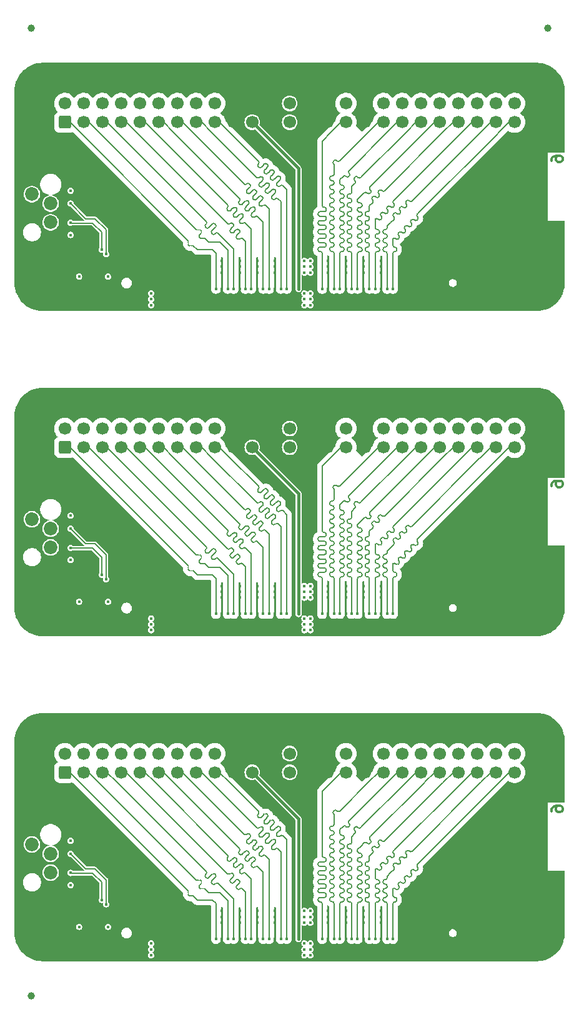
<source format=gbl>
G04 #@! TF.GenerationSoftware,KiCad,Pcbnew,8.0.6*
G04 #@! TF.CreationDate,2024-11-07T02:27:35-08:00*
G04 #@! TF.ProjectId,mse-50-idc-panel,6d73652d-3530-42d6-9964-632d70616e65,1*
G04 #@! TF.SameCoordinates,Original*
G04 #@! TF.FileFunction,Copper,L6,Bot*
G04 #@! TF.FilePolarity,Positive*
%FSLAX46Y46*%
G04 Gerber Fmt 4.6, Leading zero omitted, Abs format (unit mm)*
G04 Created by KiCad (PCBNEW 8.0.6) date 2024-11-07 02:27:35*
%MOMM*%
%LPD*%
G01*
G04 APERTURE LIST*
G04 Aperture macros list*
%AMRoundRect*
0 Rectangle with rounded corners*
0 $1 Rounding radius*
0 $2 $3 $4 $5 $6 $7 $8 $9 X,Y pos of 4 corners*
0 Add a 4 corners polygon primitive as box body*
4,1,4,$2,$3,$4,$5,$6,$7,$8,$9,$2,$3,0*
0 Add four circle primitives for the rounded corners*
1,1,$1+$1,$2,$3*
1,1,$1+$1,$4,$5*
1,1,$1+$1,$6,$7*
1,1,$1+$1,$8,$9*
0 Add four rect primitives between the rounded corners*
20,1,$1+$1,$2,$3,$4,$5,0*
20,1,$1+$1,$4,$5,$6,$7,0*
20,1,$1+$1,$6,$7,$8,$9,0*
20,1,$1+$1,$8,$9,$2,$3,0*%
G04 Aperture macros list end*
%ADD10C,0.300000*%
G04 #@! TA.AperFunction,NonConductor*
%ADD11C,0.300000*%
G04 #@! TD*
G04 #@! TA.AperFunction,ComponentPad*
%ADD12RoundRect,0.250000X0.600000X-0.600000X0.600000X0.600000X-0.600000X0.600000X-0.600000X-0.600000X0*%
G04 #@! TD*
G04 #@! TA.AperFunction,ComponentPad*
%ADD13C,1.700000*%
G04 #@! TD*
G04 #@! TA.AperFunction,ComponentPad*
%ADD14C,6.400000*%
G04 #@! TD*
G04 #@! TA.AperFunction,ComponentPad*
%ADD15C,1.850000*%
G04 #@! TD*
G04 #@! TA.AperFunction,SMDPad,CuDef*
%ADD16C,1.000000*%
G04 #@! TD*
G04 #@! TA.AperFunction,ViaPad*
%ADD17C,0.450000*%
G04 #@! TD*
G04 #@! TA.AperFunction,Conductor*
%ADD18C,0.151400*%
G04 #@! TD*
G04 #@! TA.AperFunction,Conductor*
%ADD19C,0.400000*%
G04 #@! TD*
G04 #@! TA.AperFunction,Conductor*
%ADD20C,0.200000*%
G04 #@! TD*
G04 APERTURE END LIST*
D10*
D11*
X-1999172Y71516285D02*
X-1999172Y71802000D01*
X-1999172Y71802000D02*
X-1927743Y71944857D01*
X-1927743Y71944857D02*
X-1856315Y72016285D01*
X-1856315Y72016285D02*
X-1642029Y72159143D01*
X-1642029Y72159143D02*
X-1356315Y72230571D01*
X-1356315Y72230571D02*
X-784886Y72230571D01*
X-784886Y72230571D02*
X-642029Y72159143D01*
X-642029Y72159143D02*
X-570600Y72087714D01*
X-570600Y72087714D02*
X-499172Y71944857D01*
X-499172Y71944857D02*
X-499172Y71659143D01*
X-499172Y71659143D02*
X-570600Y71516285D01*
X-570600Y71516285D02*
X-642029Y71444857D01*
X-642029Y71444857D02*
X-784886Y71373428D01*
X-784886Y71373428D02*
X-1142029Y71373428D01*
X-1142029Y71373428D02*
X-1284886Y71444857D01*
X-1284886Y71444857D02*
X-1356315Y71516285D01*
X-1356315Y71516285D02*
X-1427743Y71659143D01*
X-1427743Y71659143D02*
X-1427743Y71944857D01*
X-1427743Y71944857D02*
X-1356315Y72087714D01*
X-1356315Y72087714D02*
X-1284886Y72159143D01*
X-1284886Y72159143D02*
X-1142029Y72230571D01*
D10*
D11*
X-1999172Y115516285D02*
X-1999172Y115802000D01*
X-1999172Y115802000D02*
X-1927743Y115944857D01*
X-1927743Y115944857D02*
X-1856315Y116016285D01*
X-1856315Y116016285D02*
X-1642029Y116159143D01*
X-1642029Y116159143D02*
X-1356315Y116230571D01*
X-1356315Y116230571D02*
X-784886Y116230571D01*
X-784886Y116230571D02*
X-642029Y116159143D01*
X-642029Y116159143D02*
X-570600Y116087714D01*
X-570600Y116087714D02*
X-499172Y115944857D01*
X-499172Y115944857D02*
X-499172Y115659143D01*
X-499172Y115659143D02*
X-570600Y115516285D01*
X-570600Y115516285D02*
X-642029Y115444857D01*
X-642029Y115444857D02*
X-784886Y115373428D01*
X-784886Y115373428D02*
X-1142029Y115373428D01*
X-1142029Y115373428D02*
X-1284886Y115444857D01*
X-1284886Y115444857D02*
X-1356315Y115516285D01*
X-1356315Y115516285D02*
X-1427743Y115659143D01*
X-1427743Y115659143D02*
X-1427743Y115944857D01*
X-1427743Y115944857D02*
X-1356315Y116087714D01*
X-1356315Y116087714D02*
X-1284886Y116159143D01*
X-1284886Y116159143D02*
X-1142029Y116230571D01*
D10*
D11*
X-1999172Y27516285D02*
X-1999172Y27802000D01*
X-1999172Y27802000D02*
X-1927743Y27944857D01*
X-1927743Y27944857D02*
X-1856315Y28016285D01*
X-1856315Y28016285D02*
X-1642029Y28159143D01*
X-1642029Y28159143D02*
X-1356315Y28230571D01*
X-1356315Y28230571D02*
X-784886Y28230571D01*
X-784886Y28230571D02*
X-642029Y28159143D01*
X-642029Y28159143D02*
X-570600Y28087714D01*
X-570600Y28087714D02*
X-499172Y27944857D01*
X-499172Y27944857D02*
X-499172Y27659143D01*
X-499172Y27659143D02*
X-570600Y27516285D01*
X-570600Y27516285D02*
X-642029Y27444857D01*
X-642029Y27444857D02*
X-784886Y27373428D01*
X-784886Y27373428D02*
X-1142029Y27373428D01*
X-1142029Y27373428D02*
X-1284886Y27444857D01*
X-1284886Y27444857D02*
X-1356315Y27516285D01*
X-1356315Y27516285D02*
X-1427743Y27659143D01*
X-1427743Y27659143D02*
X-1427743Y27944857D01*
X-1427743Y27944857D02*
X-1356315Y28087714D01*
X-1356315Y28087714D02*
X-1284886Y28159143D01*
X-1284886Y28159143D02*
X-1142029Y28230571D01*
D12*
G04 #@! TO.P,J2,1,Pin_1*
G04 #@! TO.N,Board_2-/CON.DB0+*
X-67980000Y32762000D03*
D13*
G04 #@! TO.P,J2,2,Pin_2*
G04 #@! TO.N,Board_2-/CON.DB0-*
X-67980000Y35302000D03*
G04 #@! TO.P,J2,3,Pin_3*
G04 #@! TO.N,Board_2-/CON.DB1+*
X-65440000Y32762000D03*
G04 #@! TO.P,J2,4,Pin_4*
G04 #@! TO.N,Board_2-/CON.DB1-*
X-65440000Y35302000D03*
G04 #@! TO.P,J2,5,Pin_5*
G04 #@! TO.N,Board_2-/CON.DB2+*
X-62900001Y32762000D03*
G04 #@! TO.P,J2,6,Pin_6*
G04 #@! TO.N,Board_2-/CON.DB2-*
X-62900000Y35302000D03*
G04 #@! TO.P,J2,7,Pin_7*
G04 #@! TO.N,Board_2-/CON.DB3+*
X-60360000Y32762000D03*
G04 #@! TO.P,J2,8,Pin_8*
G04 #@! TO.N,Board_2-/CON.DB3-*
X-60360000Y35302000D03*
G04 #@! TO.P,J2,9,Pin_9*
G04 #@! TO.N,Board_2-/CON.DB4+*
X-57820000Y32762000D03*
G04 #@! TO.P,J2,10,Pin_10*
G04 #@! TO.N,Board_2-/CON.DB4-*
X-57820000Y35302000D03*
G04 #@! TO.P,J2,11,Pin_11*
G04 #@! TO.N,Board_2-/CON.DB5+*
X-55280000Y32762000D03*
G04 #@! TO.P,J2,12,Pin_12*
G04 #@! TO.N,Board_2-/CON.DB5-*
X-55280000Y35302000D03*
G04 #@! TO.P,J2,13,Pin_13*
G04 #@! TO.N,Board_2-/CON.DB6+*
X-52740000Y32762000D03*
G04 #@! TO.P,J2,14,Pin_14*
G04 #@! TO.N,Board_2-/CON.DB6-*
X-52740000Y35302000D03*
G04 #@! TO.P,J2,15,Pin_15*
G04 #@! TO.N,Board_2-/CON.DB7+*
X-50199999Y32762000D03*
G04 #@! TO.P,J2,16,Pin_16*
G04 #@! TO.N,Board_2-/CON.DB7-*
X-50200000Y35302000D03*
G04 #@! TO.P,J2,17,Pin_17*
G04 #@! TO.N,Board_2-/CON.DP0+*
X-47660000Y32762000D03*
G04 #@! TO.P,J2,18,Pin_18*
G04 #@! TO.N,Board_2-/CON.DP0-*
X-47660000Y35302000D03*
G04 #@! TO.P,J2,19,Pin_19*
G04 #@! TO.N,Board_2-GND*
X-45120000Y32762000D03*
G04 #@! TO.P,J2,20,Pin_20*
X-45120000Y35302000D03*
G04 #@! TO.P,J2,21,Pin_21*
G04 #@! TO.N,Board_2-/CON.DIFFSENSE*
X-42580000Y32762000D03*
G04 #@! TO.P,J2,22,Pin_22*
G04 #@! TO.N,Board_2-GND*
X-42580000Y35302000D03*
G04 #@! TO.P,J2,23,Pin_23*
X-40040001Y32762000D03*
G04 #@! TO.P,J2,24,Pin_24*
X-40040000Y35302000D03*
G04 #@! TO.P,J2,25,Pin_25*
G04 #@! TO.N,Board_2-unconnected-(J2-Pin_25-Pad25)*
X-37500000Y32762000D03*
G04 #@! TO.P,J2,26,Pin_26*
G04 #@! TO.N,Board_2-/CON.TERMPWR*
X-37500000Y35302000D03*
G04 #@! TO.P,J2,27,Pin_27*
G04 #@! TO.N,Board_2-GND*
X-34960000Y32762000D03*
G04 #@! TO.P,J2,28,Pin_28*
X-34960000Y35302000D03*
G04 #@! TO.P,J2,29,Pin_29*
X-32420000Y32762000D03*
G04 #@! TO.P,J2,30,Pin_30*
X-32420000Y35302000D03*
G04 #@! TO.P,J2,31,Pin_31*
G04 #@! TO.N,Board_2-/CON.ATN+*
X-29880001Y32762000D03*
G04 #@! TO.P,J2,32,Pin_32*
G04 #@! TO.N,Board_2-/CON.ATN-*
X-29880000Y35302000D03*
G04 #@! TO.P,J2,33,Pin_33*
G04 #@! TO.N,Board_2-GND*
X-27339999Y32762000D03*
G04 #@! TO.P,J2,34,Pin_34*
X-27340000Y35302000D03*
G04 #@! TO.P,J2,35,Pin_35*
G04 #@! TO.N,Board_2-/CON.BSY+*
X-24800000Y32762000D03*
G04 #@! TO.P,J2,36,Pin_36*
G04 #@! TO.N,Board_2-/CON.BSY-*
X-24800000Y35302000D03*
G04 #@! TO.P,J2,37,Pin_37*
G04 #@! TO.N,Board_2-/CON.ACK+*
X-22260000Y32762000D03*
G04 #@! TO.P,J2,38,Pin_38*
G04 #@! TO.N,Board_2-/CON.ACK-*
X-22260000Y35302000D03*
G04 #@! TO.P,J2,39,Pin_39*
G04 #@! TO.N,Board_2-/CON.RST+*
X-19720000Y32762000D03*
G04 #@! TO.P,J2,40,Pin_40*
G04 #@! TO.N,Board_2-/CON.RST-*
X-19720000Y35302000D03*
G04 #@! TO.P,J2,41,Pin_41*
G04 #@! TO.N,Board_2-/CON.MSG+*
X-17180001Y32762000D03*
G04 #@! TO.P,J2,42,Pin_42*
G04 #@! TO.N,Board_2-/CON.MSG-*
X-17180000Y35302000D03*
G04 #@! TO.P,J2,43,Pin_43*
G04 #@! TO.N,Board_2-/CON.SEL+*
X-14640000Y32762000D03*
G04 #@! TO.P,J2,44,Pin_44*
G04 #@! TO.N,Board_2-/CON.SEL-*
X-14640000Y35302000D03*
G04 #@! TO.P,J2,45,Pin_45*
G04 #@! TO.N,Board_2-/CON.C{slash}D+*
X-12100000Y32762000D03*
G04 #@! TO.P,J2,46,Pin_46*
G04 #@! TO.N,Board_2-/CON.C{slash}D-*
X-12100000Y35302000D03*
G04 #@! TO.P,J2,47,Pin_47*
G04 #@! TO.N,Board_2-/CON.REQ+*
X-9560000Y32762000D03*
G04 #@! TO.P,J2,48,Pin_48*
G04 #@! TO.N,Board_2-/CON.REQ-*
X-9560000Y35302000D03*
G04 #@! TO.P,J2,49,Pin_49*
G04 #@! TO.N,Board_2-/CON.I{slash}O+*
X-7020001Y32762000D03*
G04 #@! TO.P,J2,50,Pin_50*
G04 #@! TO.N,Board_2-/CON.I{slash}O-*
X-7020000Y35302000D03*
G04 #@! TD*
D14*
G04 #@! TO.P,H3,1,1*
G04 #@! TO.N,Board_2-GND*
X-71000000Y11002000D03*
G04 #@! TD*
D12*
G04 #@! TO.P,J2,1,Pin_1*
G04 #@! TO.N,Board_1-/CON.DB0+*
X-67980000Y76762000D03*
D13*
G04 #@! TO.P,J2,2,Pin_2*
G04 #@! TO.N,Board_1-/CON.DB0-*
X-67980000Y79302000D03*
G04 #@! TO.P,J2,3,Pin_3*
G04 #@! TO.N,Board_1-/CON.DB1+*
X-65440000Y76762000D03*
G04 #@! TO.P,J2,4,Pin_4*
G04 #@! TO.N,Board_1-/CON.DB1-*
X-65440000Y79302000D03*
G04 #@! TO.P,J2,5,Pin_5*
G04 #@! TO.N,Board_1-/CON.DB2+*
X-62900001Y76762000D03*
G04 #@! TO.P,J2,6,Pin_6*
G04 #@! TO.N,Board_1-/CON.DB2-*
X-62900000Y79302000D03*
G04 #@! TO.P,J2,7,Pin_7*
G04 #@! TO.N,Board_1-/CON.DB3+*
X-60360000Y76762000D03*
G04 #@! TO.P,J2,8,Pin_8*
G04 #@! TO.N,Board_1-/CON.DB3-*
X-60360000Y79302000D03*
G04 #@! TO.P,J2,9,Pin_9*
G04 #@! TO.N,Board_1-/CON.DB4+*
X-57820000Y76762000D03*
G04 #@! TO.P,J2,10,Pin_10*
G04 #@! TO.N,Board_1-/CON.DB4-*
X-57820000Y79302000D03*
G04 #@! TO.P,J2,11,Pin_11*
G04 #@! TO.N,Board_1-/CON.DB5+*
X-55280000Y76762000D03*
G04 #@! TO.P,J2,12,Pin_12*
G04 #@! TO.N,Board_1-/CON.DB5-*
X-55280000Y79302000D03*
G04 #@! TO.P,J2,13,Pin_13*
G04 #@! TO.N,Board_1-/CON.DB6+*
X-52740000Y76762000D03*
G04 #@! TO.P,J2,14,Pin_14*
G04 #@! TO.N,Board_1-/CON.DB6-*
X-52740000Y79302000D03*
G04 #@! TO.P,J2,15,Pin_15*
G04 #@! TO.N,Board_1-/CON.DB7+*
X-50199999Y76762000D03*
G04 #@! TO.P,J2,16,Pin_16*
G04 #@! TO.N,Board_1-/CON.DB7-*
X-50200000Y79302000D03*
G04 #@! TO.P,J2,17,Pin_17*
G04 #@! TO.N,Board_1-/CON.DP0+*
X-47660000Y76762000D03*
G04 #@! TO.P,J2,18,Pin_18*
G04 #@! TO.N,Board_1-/CON.DP0-*
X-47660000Y79302000D03*
G04 #@! TO.P,J2,19,Pin_19*
G04 #@! TO.N,Board_1-GND*
X-45120000Y76762000D03*
G04 #@! TO.P,J2,20,Pin_20*
X-45120000Y79302000D03*
G04 #@! TO.P,J2,21,Pin_21*
G04 #@! TO.N,Board_1-/CON.DIFFSENSE*
X-42580000Y76762000D03*
G04 #@! TO.P,J2,22,Pin_22*
G04 #@! TO.N,Board_1-GND*
X-42580000Y79302000D03*
G04 #@! TO.P,J2,23,Pin_23*
X-40040001Y76762000D03*
G04 #@! TO.P,J2,24,Pin_24*
X-40040000Y79302000D03*
G04 #@! TO.P,J2,25,Pin_25*
G04 #@! TO.N,Board_1-unconnected-(J2-Pin_25-Pad25)*
X-37500000Y76762000D03*
G04 #@! TO.P,J2,26,Pin_26*
G04 #@! TO.N,Board_1-/CON.TERMPWR*
X-37500000Y79302000D03*
G04 #@! TO.P,J2,27,Pin_27*
G04 #@! TO.N,Board_1-GND*
X-34960000Y76762000D03*
G04 #@! TO.P,J2,28,Pin_28*
X-34960000Y79302000D03*
G04 #@! TO.P,J2,29,Pin_29*
X-32420000Y76762000D03*
G04 #@! TO.P,J2,30,Pin_30*
X-32420000Y79302000D03*
G04 #@! TO.P,J2,31,Pin_31*
G04 #@! TO.N,Board_1-/CON.ATN+*
X-29880001Y76762000D03*
G04 #@! TO.P,J2,32,Pin_32*
G04 #@! TO.N,Board_1-/CON.ATN-*
X-29880000Y79302000D03*
G04 #@! TO.P,J2,33,Pin_33*
G04 #@! TO.N,Board_1-GND*
X-27339999Y76762000D03*
G04 #@! TO.P,J2,34,Pin_34*
X-27340000Y79302000D03*
G04 #@! TO.P,J2,35,Pin_35*
G04 #@! TO.N,Board_1-/CON.BSY+*
X-24800000Y76762000D03*
G04 #@! TO.P,J2,36,Pin_36*
G04 #@! TO.N,Board_1-/CON.BSY-*
X-24800000Y79302000D03*
G04 #@! TO.P,J2,37,Pin_37*
G04 #@! TO.N,Board_1-/CON.ACK+*
X-22260000Y76762000D03*
G04 #@! TO.P,J2,38,Pin_38*
G04 #@! TO.N,Board_1-/CON.ACK-*
X-22260000Y79302000D03*
G04 #@! TO.P,J2,39,Pin_39*
G04 #@! TO.N,Board_1-/CON.RST+*
X-19720000Y76762000D03*
G04 #@! TO.P,J2,40,Pin_40*
G04 #@! TO.N,Board_1-/CON.RST-*
X-19720000Y79302000D03*
G04 #@! TO.P,J2,41,Pin_41*
G04 #@! TO.N,Board_1-/CON.MSG+*
X-17180001Y76762000D03*
G04 #@! TO.P,J2,42,Pin_42*
G04 #@! TO.N,Board_1-/CON.MSG-*
X-17180000Y79302000D03*
G04 #@! TO.P,J2,43,Pin_43*
G04 #@! TO.N,Board_1-/CON.SEL+*
X-14640000Y76762000D03*
G04 #@! TO.P,J2,44,Pin_44*
G04 #@! TO.N,Board_1-/CON.SEL-*
X-14640000Y79302000D03*
G04 #@! TO.P,J2,45,Pin_45*
G04 #@! TO.N,Board_1-/CON.C{slash}D+*
X-12100000Y76762000D03*
G04 #@! TO.P,J2,46,Pin_46*
G04 #@! TO.N,Board_1-/CON.C{slash}D-*
X-12100000Y79302000D03*
G04 #@! TO.P,J2,47,Pin_47*
G04 #@! TO.N,Board_1-/CON.REQ+*
X-9560000Y76762000D03*
G04 #@! TO.P,J2,48,Pin_48*
G04 #@! TO.N,Board_1-/CON.REQ-*
X-9560000Y79302000D03*
G04 #@! TO.P,J2,49,Pin_49*
G04 #@! TO.N,Board_1-/CON.I{slash}O+*
X-7020001Y76762000D03*
G04 #@! TO.P,J2,50,Pin_50*
G04 #@! TO.N,Board_1-/CON.I{slash}O-*
X-7020000Y79302000D03*
G04 #@! TD*
D15*
G04 #@! TO.P,J3,1,Pin_1*
G04 #@! TO.N,Board_1-+3V3*
X-72440000Y67012000D03*
G04 #@! TO.P,J3,2,Pin_2*
G04 #@! TO.N,Board_1-/PHY.ID_SDA*
X-69900000Y65742000D03*
G04 #@! TO.P,J3,3,Pin_3*
G04 #@! TO.N,Board_1-GND*
X-72440000Y64472000D03*
G04 #@! TO.P,J3,4,Pin_4*
G04 #@! TO.N,Board_1-/PHY.ID_SCL*
X-69900000Y63202000D03*
G04 #@! TD*
D14*
G04 #@! TO.P,H4,1,1*
G04 #@! TO.N,Board_0-GND*
X-4000000Y99002000D03*
G04 #@! TD*
G04 #@! TO.P,H3,1,1*
G04 #@! TO.N,Board_0-GND*
X-71000000Y99002000D03*
G04 #@! TD*
G04 #@! TO.P,H4,1,1*
G04 #@! TO.N,Board_2-GND*
X-4000000Y11002000D03*
G04 #@! TD*
D12*
G04 #@! TO.P,J2,1,Pin_1*
G04 #@! TO.N,Board_0-/CON.DB0+*
X-67980000Y120762000D03*
D13*
G04 #@! TO.P,J2,2,Pin_2*
G04 #@! TO.N,Board_0-/CON.DB0-*
X-67980000Y123302000D03*
G04 #@! TO.P,J2,3,Pin_3*
G04 #@! TO.N,Board_0-/CON.DB1+*
X-65440000Y120762000D03*
G04 #@! TO.P,J2,4,Pin_4*
G04 #@! TO.N,Board_0-/CON.DB1-*
X-65440000Y123302000D03*
G04 #@! TO.P,J2,5,Pin_5*
G04 #@! TO.N,Board_0-/CON.DB2+*
X-62900001Y120762000D03*
G04 #@! TO.P,J2,6,Pin_6*
G04 #@! TO.N,Board_0-/CON.DB2-*
X-62900000Y123302000D03*
G04 #@! TO.P,J2,7,Pin_7*
G04 #@! TO.N,Board_0-/CON.DB3+*
X-60360000Y120762000D03*
G04 #@! TO.P,J2,8,Pin_8*
G04 #@! TO.N,Board_0-/CON.DB3-*
X-60360000Y123302000D03*
G04 #@! TO.P,J2,9,Pin_9*
G04 #@! TO.N,Board_0-/CON.DB4+*
X-57820000Y120762000D03*
G04 #@! TO.P,J2,10,Pin_10*
G04 #@! TO.N,Board_0-/CON.DB4-*
X-57820000Y123302000D03*
G04 #@! TO.P,J2,11,Pin_11*
G04 #@! TO.N,Board_0-/CON.DB5+*
X-55280000Y120762000D03*
G04 #@! TO.P,J2,12,Pin_12*
G04 #@! TO.N,Board_0-/CON.DB5-*
X-55280000Y123302000D03*
G04 #@! TO.P,J2,13,Pin_13*
G04 #@! TO.N,Board_0-/CON.DB6+*
X-52740000Y120762000D03*
G04 #@! TO.P,J2,14,Pin_14*
G04 #@! TO.N,Board_0-/CON.DB6-*
X-52740000Y123302000D03*
G04 #@! TO.P,J2,15,Pin_15*
G04 #@! TO.N,Board_0-/CON.DB7+*
X-50199999Y120762000D03*
G04 #@! TO.P,J2,16,Pin_16*
G04 #@! TO.N,Board_0-/CON.DB7-*
X-50200000Y123302000D03*
G04 #@! TO.P,J2,17,Pin_17*
G04 #@! TO.N,Board_0-/CON.DP0+*
X-47660000Y120762000D03*
G04 #@! TO.P,J2,18,Pin_18*
G04 #@! TO.N,Board_0-/CON.DP0-*
X-47660000Y123302000D03*
G04 #@! TO.P,J2,19,Pin_19*
G04 #@! TO.N,Board_0-GND*
X-45120000Y120762000D03*
G04 #@! TO.P,J2,20,Pin_20*
X-45120000Y123302000D03*
G04 #@! TO.P,J2,21,Pin_21*
G04 #@! TO.N,Board_0-/CON.DIFFSENSE*
X-42580000Y120762000D03*
G04 #@! TO.P,J2,22,Pin_22*
G04 #@! TO.N,Board_0-GND*
X-42580000Y123302000D03*
G04 #@! TO.P,J2,23,Pin_23*
X-40040001Y120762000D03*
G04 #@! TO.P,J2,24,Pin_24*
X-40040000Y123302000D03*
G04 #@! TO.P,J2,25,Pin_25*
G04 #@! TO.N,Board_0-unconnected-(J2-Pin_25-Pad25)*
X-37500000Y120762000D03*
G04 #@! TO.P,J2,26,Pin_26*
G04 #@! TO.N,Board_0-/CON.TERMPWR*
X-37500000Y123302000D03*
G04 #@! TO.P,J2,27,Pin_27*
G04 #@! TO.N,Board_0-GND*
X-34960000Y120762000D03*
G04 #@! TO.P,J2,28,Pin_28*
X-34960000Y123302000D03*
G04 #@! TO.P,J2,29,Pin_29*
X-32420000Y120762000D03*
G04 #@! TO.P,J2,30,Pin_30*
X-32420000Y123302000D03*
G04 #@! TO.P,J2,31,Pin_31*
G04 #@! TO.N,Board_0-/CON.ATN+*
X-29880001Y120762000D03*
G04 #@! TO.P,J2,32,Pin_32*
G04 #@! TO.N,Board_0-/CON.ATN-*
X-29880000Y123302000D03*
G04 #@! TO.P,J2,33,Pin_33*
G04 #@! TO.N,Board_0-GND*
X-27339999Y120762000D03*
G04 #@! TO.P,J2,34,Pin_34*
X-27340000Y123302000D03*
G04 #@! TO.P,J2,35,Pin_35*
G04 #@! TO.N,Board_0-/CON.BSY+*
X-24800000Y120762000D03*
G04 #@! TO.P,J2,36,Pin_36*
G04 #@! TO.N,Board_0-/CON.BSY-*
X-24800000Y123302000D03*
G04 #@! TO.P,J2,37,Pin_37*
G04 #@! TO.N,Board_0-/CON.ACK+*
X-22260000Y120762000D03*
G04 #@! TO.P,J2,38,Pin_38*
G04 #@! TO.N,Board_0-/CON.ACK-*
X-22260000Y123302000D03*
G04 #@! TO.P,J2,39,Pin_39*
G04 #@! TO.N,Board_0-/CON.RST+*
X-19720000Y120762000D03*
G04 #@! TO.P,J2,40,Pin_40*
G04 #@! TO.N,Board_0-/CON.RST-*
X-19720000Y123302000D03*
G04 #@! TO.P,J2,41,Pin_41*
G04 #@! TO.N,Board_0-/CON.MSG+*
X-17180001Y120762000D03*
G04 #@! TO.P,J2,42,Pin_42*
G04 #@! TO.N,Board_0-/CON.MSG-*
X-17180000Y123302000D03*
G04 #@! TO.P,J2,43,Pin_43*
G04 #@! TO.N,Board_0-/CON.SEL+*
X-14640000Y120762000D03*
G04 #@! TO.P,J2,44,Pin_44*
G04 #@! TO.N,Board_0-/CON.SEL-*
X-14640000Y123302000D03*
G04 #@! TO.P,J2,45,Pin_45*
G04 #@! TO.N,Board_0-/CON.C{slash}D+*
X-12100000Y120762000D03*
G04 #@! TO.P,J2,46,Pin_46*
G04 #@! TO.N,Board_0-/CON.C{slash}D-*
X-12100000Y123302000D03*
G04 #@! TO.P,J2,47,Pin_47*
G04 #@! TO.N,Board_0-/CON.REQ+*
X-9560000Y120762000D03*
G04 #@! TO.P,J2,48,Pin_48*
G04 #@! TO.N,Board_0-/CON.REQ-*
X-9560000Y123302000D03*
G04 #@! TO.P,J2,49,Pin_49*
G04 #@! TO.N,Board_0-/CON.I{slash}O+*
X-7020001Y120762000D03*
G04 #@! TO.P,J2,50,Pin_50*
G04 #@! TO.N,Board_0-/CON.I{slash}O-*
X-7020000Y123302000D03*
G04 #@! TD*
D14*
G04 #@! TO.P,H4,1,1*
G04 #@! TO.N,Board_1-GND*
X-4000000Y55002000D03*
G04 #@! TD*
G04 #@! TO.P,H3,1,1*
G04 #@! TO.N,Board_1-GND*
X-71000000Y55002000D03*
G04 #@! TD*
D15*
G04 #@! TO.P,J3,1,Pin_1*
G04 #@! TO.N,Board_0-+3V3*
X-72440000Y111012000D03*
G04 #@! TO.P,J3,2,Pin_2*
G04 #@! TO.N,Board_0-/PHY.ID_SDA*
X-69900000Y109742000D03*
G04 #@! TO.P,J3,3,Pin_3*
G04 #@! TO.N,Board_0-GND*
X-72440000Y108472000D03*
G04 #@! TO.P,J3,4,Pin_4*
G04 #@! TO.N,Board_0-/PHY.ID_SCL*
X-69900000Y107202000D03*
G04 #@! TD*
G04 #@! TO.P,J3,1,Pin_1*
G04 #@! TO.N,Board_2-+3V3*
X-72440000Y23012000D03*
G04 #@! TO.P,J3,2,Pin_2*
G04 #@! TO.N,Board_2-/PHY.ID_SDA*
X-69900000Y21742000D03*
G04 #@! TO.P,J3,3,Pin_3*
G04 #@! TO.N,Board_2-GND*
X-72440000Y20472000D03*
G04 #@! TO.P,J3,4,Pin_4*
G04 #@! TO.N,Board_2-/PHY.ID_SCL*
X-69900000Y19202000D03*
G04 #@! TD*
D16*
G04 #@! TO.P,KiKit_FID_B_2,*
G04 #@! TO.N,*
X-2500000Y133503500D03*
G04 #@! TD*
G04 #@! TO.P,KiKit_FID_B_3,*
G04 #@! TO.N,*
X-72500000Y2500000D03*
G04 #@! TD*
G04 #@! TO.P,KiKit_FID_B_1,*
G04 #@! TO.N,*
X-72500000Y133503500D03*
G04 #@! TD*
D17*
G04 #@! TO.N,Board_0-+3V3*
X-67200000Y111502000D03*
X-56300000Y97602000D03*
X-56300000Y96802000D03*
X-56300000Y96002000D03*
X-67200000Y105502000D03*
X-62150000Y99852000D03*
X-66050000Y99852000D03*
G04 #@! TO.N,Board_0-/CON.ACK+*
X-30700000Y98202000D03*
G04 #@! TO.N,Board_0-/CON.ATN+*
X-33100000Y98202000D03*
G04 #@! TO.N,Board_0-/CON.BSY+*
X-31500000Y98202000D03*
G04 #@! TO.N,Board_0-/CON.C{slash}D+*
X-25900000Y98202000D03*
G04 #@! TO.N,Board_0-/CON.DB0+*
X-47500000Y98202000D03*
G04 #@! TO.N,Board_0-/CON.DB1+*
X-45900000Y98202000D03*
G04 #@! TO.N,Board_0-/CON.DB2+*
X-45100000Y98202000D03*
G04 #@! TO.N,Board_0-/CON.DB3+*
X-43500000Y98202000D03*
G04 #@! TO.N,Board_0-/CON.DB4+*
X-42700000Y98202000D03*
G04 #@! TO.N,Board_0-/CON.DB5+*
X-41100000Y98202000D03*
G04 #@! TO.N,Board_0-/CON.DB6+*
X-40300000Y98202000D03*
G04 #@! TO.N,Board_0-/CON.DB7+*
X-38700000Y98202000D03*
G04 #@! TO.N,Board_0-/CON.DIFFSENSE*
X-36300000Y98202000D03*
G04 #@! TO.N,Board_0-/CON.DP0+*
X-37900000Y98202000D03*
G04 #@! TO.N,Board_0-/CON.I{slash}O+*
X-23500000Y98202000D03*
G04 #@! TO.N,Board_0-/CON.MSG+*
X-28300000Y98202000D03*
G04 #@! TO.N,Board_0-/CON.REQ+*
X-24300000Y98202000D03*
G04 #@! TO.N,Board_0-/CON.RST+*
X-29100000Y98202000D03*
G04 #@! TO.N,Board_0-/CON.SEL+*
X-26700000Y98202000D03*
G04 #@! TO.N,Board_0-/CON.TERMPWR*
X-35500000Y102002000D03*
X-34700000Y102002000D03*
X-35500000Y97602000D03*
X-35500000Y96002000D03*
X-34700000Y101202000D03*
X-34700000Y96002000D03*
X-34700000Y97602000D03*
X-34700000Y96802000D03*
X-35500000Y96802000D03*
X-35500000Y100402000D03*
X-34700000Y100402000D03*
X-35500000Y101202000D03*
G04 #@! TO.N,Board_0-/PHY.ID_SCL*
X-67200000Y107152000D03*
X-63000000Y103502000D03*
G04 #@! TO.N,Board_0-/PHY.ID_SDA*
X-62400000Y102902000D03*
X-67200000Y109752000D03*
G04 #@! TO.N,Board_0-GND*
X-49100000Y96802000D03*
X-49100000Y97602000D03*
X-41900000Y98202000D03*
X-25100000Y101202000D03*
X-37100000Y102002000D03*
X-46700000Y102002000D03*
X-32300000Y97602000D03*
X-53900000Y96802000D03*
X-25100000Y102002000D03*
X-37100000Y97602000D03*
X-27500000Y96002000D03*
X-37100000Y96002000D03*
X-17900000Y96802000D03*
X-54700000Y98202000D03*
X-32300000Y101202000D03*
X-44300000Y96802000D03*
X-57100000Y101202000D03*
X-29900000Y96802000D03*
X-49100000Y101202000D03*
X-37100000Y98202000D03*
X-33900000Y96002000D03*
X-17900000Y100402000D03*
X-25100000Y96002000D03*
X-39500000Y100402000D03*
X-20300000Y97602000D03*
X-29900000Y100402000D03*
X-32300000Y96802000D03*
X-51500000Y97602000D03*
X-25100000Y100402000D03*
X-63600000Y99002000D03*
X-39500000Y98202000D03*
X-46700000Y101202000D03*
X-54700000Y101202000D03*
X-54700000Y96802000D03*
X-46700000Y96002000D03*
X-53900000Y97602000D03*
X-64100000Y98502000D03*
X-53900000Y98202000D03*
X-17900000Y97602000D03*
X-17900000Y102002000D03*
X-54700000Y100402000D03*
X-49100000Y100402000D03*
X-46700000Y97602000D03*
X-27500000Y98202000D03*
X-41900000Y96002000D03*
X-29900000Y101202000D03*
X-51500000Y96802000D03*
X-33900000Y101202000D03*
X-57100000Y102002000D03*
X-22700000Y97602000D03*
X-33900000Y100402000D03*
X-44300000Y102002000D03*
X-22700000Y96802000D03*
X-25100000Y97602000D03*
X-41900000Y100402000D03*
X-49100000Y102002000D03*
X-37100000Y96802000D03*
X-25100000Y96802000D03*
X-49100000Y96002000D03*
X-41900000Y102002000D03*
X-49100000Y98202000D03*
X-27500000Y96802000D03*
X-39500000Y96002000D03*
X-41900000Y101202000D03*
X-46700000Y98202000D03*
X-57100000Y100402000D03*
X-39500000Y101202000D03*
X-20300000Y96002000D03*
X-51500000Y98202000D03*
X-53900000Y100402000D03*
X-27500000Y102002000D03*
X-44300000Y100402000D03*
X-22700000Y100402000D03*
X-29900000Y98202000D03*
X-17900000Y96002000D03*
X-37100000Y100402000D03*
X-29900000Y97602000D03*
X-27500000Y101202000D03*
X-51500000Y101202000D03*
X-53900000Y102002000D03*
X-46700000Y96802000D03*
X-32300000Y98202000D03*
X-44300000Y97602000D03*
X-22700000Y98202000D03*
X-33900000Y98202000D03*
X-53900000Y101202000D03*
X-39500000Y97602000D03*
X-17900000Y101202000D03*
X-22700000Y101202000D03*
X-44300000Y96002000D03*
X-27500000Y100402000D03*
X-51500000Y100402000D03*
X-32300000Y96002000D03*
X-54700000Y96002000D03*
X-33900000Y97602000D03*
X-54700000Y102002000D03*
X-33900000Y96802000D03*
X-51500000Y96002000D03*
X-64100000Y99502000D03*
X-22700000Y96002000D03*
X-39500000Y96802000D03*
X-29900000Y102002000D03*
X-41900000Y97602000D03*
X-17900000Y98202000D03*
X-37100000Y101202000D03*
X-20300000Y98202000D03*
X-27500000Y97602000D03*
X-25100000Y98202000D03*
X-44300000Y98202000D03*
X-20300000Y101202000D03*
X-66050000Y98152000D03*
X-20300000Y100402000D03*
X-33900000Y102002000D03*
X-20300000Y96802000D03*
X-46700000Y100402000D03*
X-51500000Y102002000D03*
X-32300000Y102002000D03*
X-29900000Y96002000D03*
X-41900000Y96802000D03*
X-32300000Y100402000D03*
X-54700000Y97602000D03*
X-64650000Y99002000D03*
X-39500000Y102002000D03*
X-53900000Y96002000D03*
X-22700000Y102002000D03*
X-20300000Y102002000D03*
X-44300000Y101202000D03*
G04 #@! TO.N,Board_1-+3V3*
X-56300000Y52002000D03*
X-67200000Y67502000D03*
X-62150000Y55852000D03*
X-56300000Y52802000D03*
X-66050000Y55852000D03*
X-56300000Y53602000D03*
X-67200000Y61502000D03*
G04 #@! TO.N,Board_1-/CON.ACK+*
X-30700000Y54202000D03*
G04 #@! TO.N,Board_1-/CON.ATN+*
X-33100000Y54202000D03*
G04 #@! TO.N,Board_1-/CON.BSY+*
X-31500000Y54202000D03*
G04 #@! TO.N,Board_1-/CON.C{slash}D+*
X-25900000Y54202000D03*
G04 #@! TO.N,Board_1-/CON.DB0+*
X-47500000Y54202000D03*
G04 #@! TO.N,Board_1-/CON.DB1+*
X-45900000Y54202000D03*
G04 #@! TO.N,Board_1-/CON.DB2+*
X-45100000Y54202000D03*
G04 #@! TO.N,Board_1-/CON.DB3+*
X-43500000Y54202000D03*
G04 #@! TO.N,Board_1-/CON.DB4+*
X-42700000Y54202000D03*
G04 #@! TO.N,Board_1-/CON.DB5+*
X-41100000Y54202000D03*
G04 #@! TO.N,Board_1-/CON.DB6+*
X-40300000Y54202000D03*
G04 #@! TO.N,Board_1-/CON.DB7+*
X-38700000Y54202000D03*
G04 #@! TO.N,Board_1-/CON.DIFFSENSE*
X-36300000Y54202000D03*
G04 #@! TO.N,Board_1-/CON.DP0+*
X-37900000Y54202000D03*
G04 #@! TO.N,Board_1-/CON.I{slash}O+*
X-23500000Y54202000D03*
G04 #@! TO.N,Board_1-/CON.MSG+*
X-28300000Y54202000D03*
G04 #@! TO.N,Board_1-/CON.REQ+*
X-24300000Y54202000D03*
G04 #@! TO.N,Board_1-/CON.RST+*
X-29100000Y54202000D03*
G04 #@! TO.N,Board_1-/CON.SEL+*
X-26700000Y54202000D03*
G04 #@! TO.N,Board_1-/CON.TERMPWR*
X-35500000Y53602000D03*
X-35500000Y52802000D03*
X-34700000Y52002000D03*
X-35500000Y57202000D03*
X-34700000Y56402000D03*
X-34700000Y57202000D03*
X-35500000Y56402000D03*
X-35500000Y58002000D03*
X-34700000Y58002000D03*
X-35500000Y52002000D03*
X-34700000Y53602000D03*
X-34700000Y52802000D03*
G04 #@! TO.N,Board_1-/PHY.ID_SCL*
X-67200000Y63152000D03*
X-63000000Y59502000D03*
G04 #@! TO.N,Board_1-/PHY.ID_SDA*
X-67200000Y65752000D03*
X-62400000Y58902000D03*
G04 #@! TO.N,Board_1-GND*
X-41900000Y57202000D03*
X-22700000Y54202000D03*
X-53900000Y52002000D03*
X-39500000Y58002000D03*
X-33900000Y53602000D03*
X-29900000Y54202000D03*
X-49100000Y54202000D03*
X-49100000Y58002000D03*
X-44300000Y56402000D03*
X-53900000Y57202000D03*
X-51500000Y53602000D03*
X-29900000Y52802000D03*
X-29900000Y52002000D03*
X-37100000Y52002000D03*
X-54700000Y54202000D03*
X-33900000Y57202000D03*
X-22700000Y52002000D03*
X-22700000Y57202000D03*
X-20300000Y57202000D03*
X-41900000Y52802000D03*
X-39500000Y56402000D03*
X-37100000Y53602000D03*
X-22700000Y56402000D03*
X-53900000Y54202000D03*
X-51500000Y52802000D03*
X-64100000Y55502000D03*
X-46700000Y58002000D03*
X-25100000Y53602000D03*
X-25100000Y57202000D03*
X-39500000Y57202000D03*
X-32300000Y54202000D03*
X-49100000Y56402000D03*
X-29900000Y58002000D03*
X-22700000Y58002000D03*
X-54700000Y53602000D03*
X-32300000Y56402000D03*
X-49100000Y57202000D03*
X-32300000Y58002000D03*
X-57100000Y56402000D03*
X-27500000Y53602000D03*
X-53900000Y53602000D03*
X-22700000Y52802000D03*
X-46700000Y54202000D03*
X-41900000Y58002000D03*
X-53900000Y56402000D03*
X-54700000Y52002000D03*
X-51500000Y58002000D03*
X-39500000Y54202000D03*
X-37100000Y52802000D03*
X-20300000Y52802000D03*
X-29900000Y56402000D03*
X-20300000Y54202000D03*
X-37100000Y54202000D03*
X-33900000Y54202000D03*
X-41900000Y52002000D03*
X-17900000Y57202000D03*
X-64650000Y55002000D03*
X-20300000Y58002000D03*
X-57100000Y58002000D03*
X-37100000Y58002000D03*
X-33900000Y52802000D03*
X-44300000Y52802000D03*
X-41900000Y54202000D03*
X-25100000Y54202000D03*
X-54700000Y52802000D03*
X-64100000Y54502000D03*
X-17900000Y52802000D03*
X-25100000Y52002000D03*
X-46700000Y56402000D03*
X-33900000Y56402000D03*
X-44300000Y57202000D03*
X-44300000Y52002000D03*
X-49100000Y53602000D03*
X-17900000Y52002000D03*
X-17900000Y58002000D03*
X-51500000Y56402000D03*
X-22700000Y53602000D03*
X-20300000Y56402000D03*
X-32300000Y57202000D03*
X-17900000Y53602000D03*
X-39500000Y53602000D03*
X-41900000Y53602000D03*
X-51500000Y54202000D03*
X-37100000Y57202000D03*
X-20300000Y52002000D03*
X-32300000Y52802000D03*
X-39500000Y52802000D03*
X-32300000Y53602000D03*
X-44300000Y58002000D03*
X-39500000Y52002000D03*
X-25100000Y56402000D03*
X-54700000Y57202000D03*
X-33900000Y58002000D03*
X-66050000Y54152000D03*
X-53900000Y58002000D03*
X-25100000Y58002000D03*
X-27500000Y58002000D03*
X-41900000Y56402000D03*
X-53900000Y52802000D03*
X-46700000Y57202000D03*
X-37100000Y56402000D03*
X-29900000Y57202000D03*
X-54700000Y56402000D03*
X-46700000Y53602000D03*
X-49100000Y52802000D03*
X-27500000Y56402000D03*
X-33900000Y52002000D03*
X-44300000Y53602000D03*
X-57100000Y57202000D03*
X-27500000Y52802000D03*
X-20300000Y53602000D03*
X-32300000Y52002000D03*
X-25100000Y52802000D03*
X-51500000Y57202000D03*
X-46700000Y52002000D03*
X-49100000Y52002000D03*
X-17900000Y54202000D03*
X-54700000Y58002000D03*
X-44300000Y54202000D03*
X-27500000Y54202000D03*
X-63600000Y55002000D03*
X-17900000Y56402000D03*
X-27500000Y52002000D03*
X-27500000Y57202000D03*
X-29900000Y53602000D03*
X-51500000Y52002000D03*
X-46700000Y52802000D03*
G04 #@! TO.N,Board_2-+3V3*
X-67200000Y23502000D03*
X-62150000Y11852000D03*
X-56300000Y8002000D03*
X-67200000Y17502000D03*
X-56300000Y9602000D03*
X-56300000Y8802000D03*
X-66050000Y11852000D03*
G04 #@! TO.N,Board_2-/CON.ACK+*
X-30700000Y10202000D03*
G04 #@! TO.N,Board_2-/CON.ATN+*
X-33100000Y10202000D03*
G04 #@! TO.N,Board_2-/CON.BSY+*
X-31500000Y10202000D03*
G04 #@! TO.N,Board_2-/CON.C{slash}D+*
X-25900000Y10202000D03*
G04 #@! TO.N,Board_2-/CON.DB0+*
X-47500000Y10202000D03*
G04 #@! TO.N,Board_2-/CON.DB1+*
X-45900000Y10202000D03*
G04 #@! TO.N,Board_2-/CON.DB2+*
X-45100000Y10202000D03*
G04 #@! TO.N,Board_2-/CON.DB3+*
X-43500000Y10202000D03*
G04 #@! TO.N,Board_2-/CON.DB4+*
X-42700000Y10202000D03*
G04 #@! TO.N,Board_2-/CON.DB5+*
X-41100000Y10202000D03*
G04 #@! TO.N,Board_2-/CON.DB6+*
X-40300000Y10202000D03*
G04 #@! TO.N,Board_2-/CON.DB7+*
X-38700000Y10202000D03*
G04 #@! TO.N,Board_2-/CON.DIFFSENSE*
X-36300000Y10202000D03*
G04 #@! TO.N,Board_2-/CON.DP0+*
X-37900000Y10202000D03*
G04 #@! TO.N,Board_2-/CON.I{slash}O+*
X-23500000Y10202000D03*
G04 #@! TO.N,Board_2-/CON.MSG+*
X-28300000Y10202000D03*
G04 #@! TO.N,Board_2-/CON.REQ+*
X-24300000Y10202000D03*
G04 #@! TO.N,Board_2-/CON.RST+*
X-29100000Y10202000D03*
G04 #@! TO.N,Board_2-/CON.SEL+*
X-26700000Y10202000D03*
G04 #@! TO.N,Board_2-/CON.TERMPWR*
X-35500000Y14002000D03*
X-34700000Y14002000D03*
X-35500000Y8002000D03*
X-35500000Y8802000D03*
X-35500000Y9602000D03*
X-34700000Y8802000D03*
X-34700000Y8002000D03*
X-34700000Y12402000D03*
X-35500000Y13202000D03*
X-34700000Y9602000D03*
X-34700000Y13202000D03*
X-35500000Y12402000D03*
G04 #@! TO.N,Board_2-/PHY.ID_SCL*
X-63000000Y15502000D03*
X-67200000Y19152000D03*
G04 #@! TO.N,Board_2-/PHY.ID_SDA*
X-67200000Y21752000D03*
X-62400000Y14902000D03*
G04 #@! TO.N,Board_2-GND*
X-20300000Y9602000D03*
X-57100000Y13202000D03*
X-17900000Y13202000D03*
X-53900000Y12402000D03*
X-54700000Y12402000D03*
X-49100000Y14002000D03*
X-37100000Y9602000D03*
X-46700000Y9602000D03*
X-22700000Y13202000D03*
X-27500000Y10202000D03*
X-20300000Y8802000D03*
X-27500000Y13202000D03*
X-54700000Y13202000D03*
X-44300000Y8002000D03*
X-53900000Y8002000D03*
X-57100000Y12402000D03*
X-44300000Y14002000D03*
X-49100000Y8002000D03*
X-33900000Y13202000D03*
X-33900000Y10202000D03*
X-33900000Y8802000D03*
X-54700000Y8002000D03*
X-39500000Y14002000D03*
X-37100000Y13202000D03*
X-22700000Y9602000D03*
X-29900000Y14002000D03*
X-51500000Y9602000D03*
X-29900000Y10202000D03*
X-53900000Y13202000D03*
X-41900000Y13202000D03*
X-64100000Y11502000D03*
X-37100000Y14002000D03*
X-29900000Y8802000D03*
X-33900000Y12402000D03*
X-41900000Y14002000D03*
X-25100000Y8002000D03*
X-37100000Y8002000D03*
X-64100000Y10502000D03*
X-54700000Y14002000D03*
X-54700000Y9602000D03*
X-27500000Y14002000D03*
X-17900000Y8802000D03*
X-27500000Y8802000D03*
X-37100000Y8802000D03*
X-32300000Y10202000D03*
X-51500000Y14002000D03*
X-17900000Y8002000D03*
X-46700000Y8002000D03*
X-46700000Y13202000D03*
X-20300000Y10202000D03*
X-32300000Y12402000D03*
X-41900000Y9602000D03*
X-39500000Y8802000D03*
X-32300000Y8802000D03*
X-53900000Y10202000D03*
X-29900000Y12402000D03*
X-29900000Y8002000D03*
X-44300000Y9602000D03*
X-32300000Y8002000D03*
X-41900000Y8802000D03*
X-33900000Y9602000D03*
X-49100000Y13202000D03*
X-57100000Y14002000D03*
X-49100000Y12402000D03*
X-20300000Y12402000D03*
X-53900000Y9602000D03*
X-44300000Y8802000D03*
X-51500000Y10202000D03*
X-63600000Y11002000D03*
X-32300000Y13202000D03*
X-49100000Y8802000D03*
X-29900000Y13202000D03*
X-54700000Y10202000D03*
X-17900000Y10202000D03*
X-49100000Y9602000D03*
X-22700000Y10202000D03*
X-37100000Y12402000D03*
X-51500000Y8802000D03*
X-44300000Y12402000D03*
X-27500000Y12402000D03*
X-22700000Y12402000D03*
X-46700000Y10202000D03*
X-22700000Y14002000D03*
X-17900000Y14002000D03*
X-32300000Y14002000D03*
X-46700000Y8802000D03*
X-64650000Y11002000D03*
X-27500000Y9602000D03*
X-25100000Y10202000D03*
X-46700000Y12402000D03*
X-25100000Y12402000D03*
X-53900000Y14002000D03*
X-51500000Y13202000D03*
X-17900000Y9602000D03*
X-22700000Y8002000D03*
X-20300000Y8002000D03*
X-39500000Y12402000D03*
X-51500000Y12402000D03*
X-27500000Y8002000D03*
X-54700000Y8802000D03*
X-66050000Y10152000D03*
X-44300000Y13202000D03*
X-25100000Y14002000D03*
X-53900000Y8802000D03*
X-37100000Y10202000D03*
X-25100000Y13202000D03*
X-39500000Y9602000D03*
X-29900000Y9602000D03*
X-20300000Y14002000D03*
X-49100000Y10202000D03*
X-51500000Y8002000D03*
X-32300000Y9602000D03*
X-46700000Y14002000D03*
X-39500000Y13202000D03*
X-39500000Y10202000D03*
X-33900000Y14002000D03*
X-25100000Y8802000D03*
X-41900000Y12402000D03*
X-22700000Y8802000D03*
X-20300000Y13202000D03*
X-17900000Y12402000D03*
X-44300000Y10202000D03*
X-25100000Y9602000D03*
X-41900000Y10202000D03*
X-41900000Y8002000D03*
X-33900000Y8002000D03*
X-39500000Y8002000D03*
G04 #@! TD*
D18*
G04 #@! TO.N,Board_0-/CON.ACK+*
X-30700000Y111282000D02*
X-30700000Y111402000D01*
X-30128652Y110682000D02*
X-30128652Y110802000D01*
X-30700000Y98202000D02*
X-30700000Y103002000D01*
X-30368649Y103842000D02*
X-30460000Y103842000D01*
X-30128651Y111882000D02*
X-30128651Y112002000D01*
X-22940000Y120762000D02*
X-22260000Y120762000D01*
X-30460000Y106842000D02*
X-30368649Y106842000D01*
X-30128649Y108282000D02*
X-30128649Y108402000D01*
X-30700000Y106482000D02*
X-30700000Y106602000D01*
X-30700000Y108882000D02*
X-30700000Y109002000D01*
X-30460000Y108042000D02*
X-30368649Y108042000D01*
X-30700000Y105282000D02*
X-30700000Y105402000D01*
X-30460000Y105642000D02*
X-30368649Y105642000D01*
X-30368649Y108642000D02*
X-30460000Y108642000D01*
X-30128651Y109482000D02*
X-30128651Y109602000D01*
X-29391853Y114310148D02*
X-24284982Y119417018D01*
X-30700000Y112482000D02*
X-30700000Y112602000D01*
X-30700000Y107682000D02*
X-30700000Y107802000D01*
X-30700000Y112602000D02*
X-30700000Y113002000D01*
X-29412136Y113821314D02*
X-29476707Y113885885D01*
X-30700000Y113002000D02*
X-30240381Y113461619D01*
X-30700000Y104082000D02*
X-30700000Y104202000D01*
X-30368649Y105042000D02*
X-30460000Y105042000D01*
X-30460000Y104442000D02*
X-30368649Y104442000D01*
X-29900970Y113461619D02*
X-29836400Y113397049D01*
X-29496988Y113397049D02*
X-29412136Y113481902D01*
X-30460000Y110442000D02*
X-30368652Y110442000D01*
X-30368651Y109842000D02*
X-30460000Y109842000D01*
X-30128649Y104682000D02*
X-30128649Y104802000D01*
X-30128649Y107082000D02*
X-30128649Y107202000D01*
X-30128649Y105882000D02*
X-30128649Y106002000D01*
X-30460000Y109242000D02*
X-30368651Y109242000D01*
X-30460000Y111642000D02*
X-30368651Y111642000D01*
X-30368649Y107442000D02*
X-30460000Y107442000D01*
X-30700000Y110082000D02*
X-30700000Y110202000D01*
X-30368649Y106242000D02*
X-30460000Y106242000D01*
X-24284982Y119417018D02*
X-22940000Y120762000D01*
X-29476707Y114225297D02*
X-29391853Y114310148D01*
X-30128649Y103482000D02*
X-30128649Y103602000D01*
X-30368651Y112242000D02*
X-30460000Y112242000D01*
X-30460000Y103242000D02*
X-30368649Y103242000D01*
X-30368652Y111042000D02*
X-30460000Y111042000D01*
X-30700000Y105402000D02*
G75*
G02*
X-30460000Y105642000I240000J0D01*
G01*
X-30368651Y109242000D02*
G75*
G03*
X-30128600Y109482000I51J240000D01*
G01*
X-30240381Y113461619D02*
G75*
G02*
X-29900970Y113461620I169706J-169707D01*
G01*
X-30128651Y112002000D02*
G75*
G03*
X-30368651Y112241949I-239949J0D01*
G01*
X-29412136Y113481902D02*
G75*
G03*
X-29412144Y113821306I-169664J169698D01*
G01*
X-30460000Y107442000D02*
G75*
G02*
X-30700000Y107682000I0J240000D01*
G01*
X-29836400Y113397049D02*
G75*
G03*
X-29496988Y113397049I169706J169704D01*
G01*
X-30128652Y110802000D02*
G75*
G03*
X-30368652Y111042048I-240048J0D01*
G01*
X-30700000Y110202000D02*
G75*
G02*
X-30460000Y110442000I240000J0D01*
G01*
X-30700000Y111402000D02*
G75*
G02*
X-30460000Y111642000I240000J0D01*
G01*
X-30700000Y109002000D02*
G75*
G02*
X-30460000Y109242000I240000J0D01*
G01*
X-30128651Y109602000D02*
G75*
G03*
X-30368651Y109841949I-239949J0D01*
G01*
X-30368649Y105642000D02*
G75*
G03*
X-30128600Y105882000I49J240000D01*
G01*
X-30460000Y111042000D02*
G75*
G02*
X-30700000Y111282000I0J240000D01*
G01*
X-30460000Y108642000D02*
G75*
G02*
X-30700000Y108882000I0J240000D01*
G01*
X-30460000Y106242000D02*
G75*
G02*
X-30700000Y106482000I0J240000D01*
G01*
X-30368649Y103242000D02*
G75*
G03*
X-30128600Y103482000I49J240000D01*
G01*
X-30128649Y103602000D02*
G75*
G03*
X-30368649Y103841951I-239951J0D01*
G01*
X-30368651Y111642000D02*
G75*
G03*
X-30128600Y111882000I51J240000D01*
G01*
X-30128649Y107202000D02*
G75*
G03*
X-30368649Y107441951I-239951J0D01*
G01*
X-30700000Y106602000D02*
G75*
G02*
X-30460000Y106842000I240000J0D01*
G01*
X-30368649Y108042000D02*
G75*
G03*
X-30128600Y108282000I49J240000D01*
G01*
X-30460000Y103842000D02*
G75*
G02*
X-30700000Y104082000I0J240000D01*
G01*
X-30368649Y104442000D02*
G75*
G03*
X-30128600Y104682000I49J240000D01*
G01*
X-30128649Y104802000D02*
G75*
G03*
X-30368649Y105041951I-239951J0D01*
G01*
X-30700000Y104202000D02*
G75*
G02*
X-30460000Y104442000I240000J0D01*
G01*
X-30368649Y106842000D02*
G75*
G03*
X-30128600Y107082000I49J240000D01*
G01*
X-30460000Y112242000D02*
G75*
G02*
X-30700000Y112482000I0J240000D01*
G01*
X-30128649Y108402000D02*
G75*
G03*
X-30368649Y108641951I-239951J0D01*
G01*
X-29476707Y113885885D02*
G75*
G02*
X-29476716Y114225306I169707J169715D01*
G01*
X-30700000Y103002000D02*
G75*
G02*
X-30460000Y103242000I240000J0D01*
G01*
X-30460000Y105042000D02*
G75*
G02*
X-30700000Y105282000I0J240000D01*
G01*
X-30460000Y109842000D02*
G75*
G02*
X-30700000Y110082000I0J240000D01*
G01*
X-30368652Y110442000D02*
G75*
G03*
X-30128700Y110682000I-48J240000D01*
G01*
X-30128649Y106002000D02*
G75*
G03*
X-30368649Y106241951I-239951J0D01*
G01*
X-30700000Y107802000D02*
G75*
G02*
X-30460000Y108042000I240000J0D01*
G01*
G04 #@! TO.N,Board_0-/CON.ATN+*
X-33100000Y104440810D02*
X-33411015Y104440810D01*
X-33340000Y103840810D02*
X-33100000Y103840810D01*
X-33100000Y108640810D02*
X-32860000Y108640810D01*
X-33411015Y108640810D02*
X-33100000Y108640810D01*
X-32788957Y109240810D02*
X-32860000Y109240810D01*
X-33411029Y107440810D02*
X-33100000Y107440810D01*
X-32548985Y104080810D02*
X-32548985Y104200810D01*
X-32548957Y107680810D02*
X-32548957Y107800810D01*
X-33100000Y109480810D02*
X-33100000Y109600810D01*
X-33100000Y103840810D02*
X-32788985Y103840810D01*
X-32548985Y106480810D02*
X-32548985Y106600810D01*
X-33100000Y105640810D02*
X-33411015Y105640810D01*
X-32548985Y105280810D02*
X-32548985Y105400810D01*
X-33411015Y103840810D02*
X-33340000Y103840810D01*
X-33100000Y109600810D02*
X-33100000Y118202000D01*
X-32860000Y108640810D02*
X-32788957Y108640810D01*
X-33411015Y105040810D02*
X-33100000Y105040810D01*
X-33100000Y106240810D02*
X-32788985Y106240810D01*
X-32788985Y106840810D02*
X-33100000Y106840810D01*
X-32788985Y104440810D02*
X-33100000Y104440810D01*
X-33411015Y106240810D02*
X-33100000Y106240810D01*
X-33651015Y108280810D02*
X-33651015Y108400810D01*
X-33340000Y103240810D02*
X-33411015Y103240810D01*
X-33651015Y103480810D02*
X-33651015Y103600810D01*
X-32788985Y105640810D02*
X-33100000Y105640810D01*
X-33100000Y107440810D02*
X-32788957Y107440810D01*
X-32788957Y108040810D02*
X-33100000Y108040810D01*
X-33100000Y106840810D02*
X-33411029Y106840810D01*
X-32548957Y108880810D02*
X-32548957Y109000810D01*
X-30540000Y120762000D02*
X-29880001Y120762000D01*
X-33651015Y104680810D02*
X-33651015Y104800810D01*
X-31890425Y119411575D02*
X-30540000Y120762000D01*
X-33651015Y105880810D02*
X-33651015Y106000810D01*
X-33651029Y107080810D02*
X-33651029Y107200810D01*
X-33100000Y118202000D02*
X-31890425Y119411575D01*
X-33100000Y108040810D02*
X-33411015Y108040810D01*
X-33100000Y98202000D02*
X-33100000Y103000810D01*
X-33100000Y105040810D02*
X-32788985Y105040810D01*
X-32548957Y107800810D02*
G75*
G03*
X-32788957Y108040843I-240043J-10D01*
G01*
X-33411029Y106840810D02*
G75*
G02*
X-33650990Y107080810I29J239990D01*
G01*
X-32788985Y106240810D02*
G75*
G03*
X-32549010Y106480810I-15J239990D01*
G01*
X-32788985Y103840810D02*
G75*
G03*
X-32549010Y104080810I-15J239990D01*
G01*
X-32788957Y107440810D02*
G75*
G03*
X-32549010Y107680810I-43J239990D01*
G01*
X-32548985Y105400810D02*
G75*
G03*
X-32788985Y105640815I-240015J-10D01*
G01*
X-33411015Y103240810D02*
G75*
G02*
X-33650990Y103480810I15J239990D01*
G01*
X-32788957Y108640810D02*
G75*
G03*
X-32549010Y108880810I-43J239990D01*
G01*
X-33651015Y103600810D02*
G75*
G02*
X-33411015Y103840815I240015J-10D01*
G01*
X-33100000Y103000810D02*
G75*
G03*
X-33340000Y103240800I-240000J-10D01*
G01*
X-33651015Y104800810D02*
G75*
G02*
X-33411015Y105040815I240015J-10D01*
G01*
X-33651015Y108400810D02*
G75*
G02*
X-33411015Y108640815I240015J-10D01*
G01*
X-33411015Y108040810D02*
G75*
G02*
X-33650990Y108280810I15J239990D01*
G01*
X-33411015Y105640810D02*
G75*
G02*
X-33650990Y105880810I15J239990D01*
G01*
X-32548985Y106600810D02*
G75*
G03*
X-32788985Y106840815I-240015J-10D01*
G01*
X-33651029Y107200810D02*
G75*
G02*
X-33411029Y107440829I240029J-10D01*
G01*
X-33411015Y104440810D02*
G75*
G02*
X-33650990Y104680810I15J239990D01*
G01*
X-32788985Y105040810D02*
G75*
G03*
X-32549010Y105280810I-15J239990D01*
G01*
X-33651015Y106000810D02*
G75*
G02*
X-33411015Y106240815I240015J-10D01*
G01*
X-32860000Y109240810D02*
G75*
G02*
X-33099990Y109480810I0J239990D01*
G01*
X-32548957Y109000810D02*
G75*
G03*
X-32788957Y109240843I-240043J-10D01*
G01*
X-32548985Y104200810D02*
G75*
G03*
X-32788985Y104440815I-240015J-10D01*
G01*
G04 #@! TO.N,Board_0-/CON.BSY+*
X-31500000Y98202000D02*
X-31500000Y103027436D01*
X-31830509Y108667436D02*
X-31740000Y108667436D01*
X-31500000Y111307436D02*
X-31500000Y111427436D01*
X-31740000Y111667436D02*
X-31830509Y111667436D01*
X-31740000Y103267436D02*
X-31830509Y103267436D01*
X-31830509Y109867436D02*
X-31740000Y109867436D01*
X-31740000Y110467436D02*
X-31830509Y110467436D01*
X-31500000Y113827436D02*
X-31500000Y114477436D01*
X-31500000Y114477436D02*
X-31500000Y114752000D01*
X-32070509Y103507436D02*
X-32070509Y103627436D01*
X-31740000Y108067436D02*
X-31830509Y108067436D01*
X-32070509Y111907436D02*
X-32070509Y112027436D01*
X-32070509Y108307436D02*
X-32070509Y108427436D01*
X-31500000Y106507436D02*
X-31500000Y106627436D01*
X-31830509Y106267436D02*
X-31740000Y106267436D01*
X-31740000Y109267436D02*
X-31830509Y109267436D01*
X-31139765Y115579705D02*
X-31075734Y115515674D01*
X-31830509Y107467436D02*
X-31740000Y107467436D01*
X-31500000Y104107436D02*
X-31500000Y104227436D01*
X-32070509Y109507436D02*
X-32070509Y109627436D01*
X-32070509Y107107436D02*
X-32070509Y107227436D01*
X-31500000Y107707436D02*
X-31500000Y107827436D01*
X-31830509Y113467436D02*
X-31740000Y113467436D01*
X-31500000Y112507436D02*
X-31500000Y112627436D01*
X-26815144Y119436856D02*
X-25490000Y120762000D01*
X-31564030Y115494852D02*
X-31479175Y115579706D01*
X-31500000Y105307436D02*
X-31500000Y105427436D01*
X-32070509Y110707436D02*
X-32070509Y110827436D01*
X-31499999Y115091412D02*
X-31564029Y115155442D01*
X-32070509Y113107436D02*
X-32070509Y113227436D01*
X-25490000Y120762000D02*
X-24800000Y120762000D01*
X-32070509Y104707436D02*
X-32070509Y104827436D01*
X-31740000Y112867436D02*
X-31830509Y112867436D01*
X-31830509Y112267436D02*
X-31740000Y112267436D01*
X-31500000Y113707436D02*
X-31500000Y113827436D01*
X-31740000Y105667436D02*
X-31830509Y105667436D01*
X-31830509Y103867436D02*
X-31740000Y103867436D01*
X-30736322Y115515675D02*
X-30651470Y115600529D01*
X-31500000Y108907436D02*
X-31500000Y109027436D01*
X-32070509Y105907436D02*
X-32070509Y106027436D01*
X-31740000Y104467436D02*
X-31830509Y104467436D01*
X-31830509Y111067436D02*
X-31740000Y111067436D01*
X-31830509Y105067436D02*
X-31740000Y105067436D01*
X-31740000Y106867436D02*
X-31830509Y106867436D01*
X-30651470Y115600529D02*
X-26815144Y119436856D01*
X-31500000Y110107436D02*
X-31500000Y110227436D01*
X-31740000Y113467436D02*
G75*
G03*
X-31500036Y113707436I0J239964D01*
G01*
X-31830509Y103267436D02*
G75*
G02*
X-32070464Y103507436I9J239964D01*
G01*
X-31075734Y115515674D02*
G75*
G03*
X-30736294Y115515646I169734J169726D01*
G01*
X-31500000Y103027436D02*
G75*
G03*
X-31740000Y103267400I-240000J-36D01*
G01*
X-31500000Y107827436D02*
G75*
G03*
X-31740000Y108067400I-240000J-36D01*
G01*
X-31500000Y104227436D02*
G75*
G03*
X-31740000Y104467400I-240000J-36D01*
G01*
X-32070509Y112027436D02*
G75*
G02*
X-31830509Y112267409I240009J-36D01*
G01*
X-31830509Y110467436D02*
G75*
G02*
X-32070464Y110707436I9J239964D01*
G01*
X-31740000Y111067436D02*
G75*
G03*
X-31500036Y111307436I0J239964D01*
G01*
X-31479175Y115579706D02*
G75*
G02*
X-31139795Y115579676I169675J-169706D01*
G01*
X-31500000Y106627436D02*
G75*
G03*
X-31740000Y106867400I-240000J-36D01*
G01*
X-32070509Y113227436D02*
G75*
G02*
X-31830509Y113467409I240009J-36D01*
G01*
X-31740000Y105067436D02*
G75*
G03*
X-31500036Y105307436I0J239964D01*
G01*
X-31740000Y109867436D02*
G75*
G03*
X-31500036Y110107436I0J239964D01*
G01*
X-31830509Y108067436D02*
G75*
G02*
X-32070464Y108307436I9J239964D01*
G01*
X-31830509Y104467436D02*
G75*
G02*
X-32070464Y104707436I9J239964D01*
G01*
X-31830509Y111667436D02*
G75*
G02*
X-32070464Y111907436I9J239964D01*
G01*
X-31740000Y103867436D02*
G75*
G03*
X-31500036Y104107436I0J239964D01*
G01*
X-32070509Y108427436D02*
G75*
G02*
X-31830509Y108667409I240009J-36D01*
G01*
X-32070509Y104827436D02*
G75*
G02*
X-31830509Y105067409I240009J-36D01*
G01*
X-31830509Y112867436D02*
G75*
G02*
X-32070464Y113107436I9J239964D01*
G01*
X-31564029Y115155442D02*
G75*
G02*
X-31563983Y115494805I169729J169658D01*
G01*
X-31830509Y106867436D02*
G75*
G02*
X-32070464Y107107436I9J239964D01*
G01*
X-32070509Y106027436D02*
G75*
G02*
X-31830509Y106267409I240009J-36D01*
G01*
X-32070509Y107227436D02*
G75*
G02*
X-31830509Y107467409I240009J-36D01*
G01*
X-31500000Y114752000D02*
G75*
G03*
X-31500005Y115091405I-169700J169700D01*
G01*
X-31830509Y109267436D02*
G75*
G02*
X-32070464Y109507436I9J239964D01*
G01*
X-32070509Y110827436D02*
G75*
G02*
X-31830509Y111067409I240009J-36D01*
G01*
X-31500000Y105427436D02*
G75*
G03*
X-31740000Y105667400I-240000J-36D01*
G01*
X-31740000Y108667436D02*
G75*
G03*
X-31500036Y108907436I0J239964D01*
G01*
X-31740000Y106267436D02*
G75*
G03*
X-31500036Y106507436I0J239964D01*
G01*
X-31500000Y110227436D02*
G75*
G03*
X-31740000Y110467400I-240000J-36D01*
G01*
X-31740000Y107467436D02*
G75*
G03*
X-31500036Y107707436I0J239964D01*
G01*
X-31500000Y112627436D02*
G75*
G03*
X-31740000Y112867400I-240000J-36D01*
G01*
X-32070509Y109627436D02*
G75*
G02*
X-31830509Y109867409I240009J-36D01*
G01*
X-31740000Y112267436D02*
G75*
G03*
X-31500036Y112507436I0J239964D01*
G01*
X-31830509Y105667436D02*
G75*
G02*
X-32070464Y105907436I9J239964D01*
G01*
X-32070509Y103627436D02*
G75*
G02*
X-31830509Y103867409I240009J-36D01*
G01*
X-31500000Y109027436D02*
G75*
G03*
X-31740000Y109267400I-240000J-36D01*
G01*
X-31500000Y111427436D02*
G75*
G03*
X-31740000Y111667400I-240000J-36D01*
G01*
G04 #@! TO.N,Board_0-/CON.C{slash}D+*
X-25660000Y104432987D02*
X-25571653Y104432987D01*
X-24712060Y108500529D02*
X-24649629Y108438098D01*
X-14409504Y119142496D02*
X-14157121Y119394879D01*
X-25331653Y103472987D02*
X-25331653Y103592987D01*
X-25331653Y104672987D02*
X-25331653Y104792987D01*
X-23354414Y110197587D02*
X-14409504Y119142496D01*
X-24225365Y108862363D02*
X-24287797Y108924795D01*
X-25660000Y105632987D02*
X-25571653Y105632987D01*
X-25136326Y108415678D02*
X-25051472Y108500529D01*
X-23376778Y109710834D02*
X-23439268Y109773324D01*
X-12790000Y120762000D02*
X-12100000Y120762000D01*
X-25051472Y108500529D02*
X-25051471Y108500529D01*
X-25560589Y107652000D02*
X-25498139Y107589550D01*
X-23461630Y109286569D02*
X-23376778Y109371422D01*
X-25900000Y106472987D02*
X-25900000Y106592987D01*
X-25900000Y105272987D02*
X-25900000Y105392987D01*
X-23439268Y110112736D02*
X-23354414Y110197587D01*
X-25660000Y103232987D02*
X-25571653Y103232987D01*
X-25571653Y103832987D02*
X-25660000Y103832987D01*
X-24310217Y108438098D02*
X-24225365Y108522951D01*
X-25900000Y107242987D02*
X-25900000Y107652000D01*
X-25900000Y98202000D02*
X-25900000Y102992987D01*
X-14157121Y119394879D02*
X-12790000Y120762000D01*
X-25571653Y106232987D02*
X-25660000Y106232987D01*
X-25331653Y105872987D02*
X-25331653Y105992987D01*
X-24202943Y109349058D02*
X-24202942Y109349058D01*
X-25158727Y107589550D02*
X-25073875Y107674403D01*
X-23863531Y109349058D02*
X-23801042Y109286569D01*
X-25571653Y105032987D02*
X-25660000Y105032987D01*
X-25900000Y104072987D02*
X-25900000Y104192987D01*
X-25900000Y106592987D02*
X-25900000Y107242987D01*
X-24287797Y109264207D02*
X-24202943Y109349058D01*
X-25073875Y108013815D02*
X-25136326Y108076266D01*
X-25660000Y103832987D02*
G75*
G02*
X-25900013Y104072987I0J240013D01*
G01*
X-25660000Y105032987D02*
G75*
G02*
X-25900013Y105272987I0J240013D01*
G01*
X-25136326Y108076266D02*
G75*
G02*
X-25136354Y108415706I169726J169734D01*
G01*
X-25073875Y107674403D02*
G75*
G03*
X-25073884Y108013806I-169725J169697D01*
G01*
X-25900000Y104192987D02*
G75*
G02*
X-25660000Y104433000I240000J13D01*
G01*
X-25571653Y104432987D02*
G75*
G03*
X-25331687Y104672987I-47J240013D01*
G01*
X-25051471Y108500529D02*
G75*
G02*
X-24712060Y108500530I169706J-169707D01*
G01*
X-24225365Y108522951D02*
G75*
G03*
X-24225322Y108862406I-169735J169749D01*
G01*
X-25900000Y105392987D02*
G75*
G02*
X-25660000Y105633000I240000J13D01*
G01*
X-25331653Y105992987D02*
G75*
G03*
X-25571653Y106233047I-240047J13D01*
G01*
X-25571653Y105632987D02*
G75*
G03*
X-25331687Y105872987I-47J240013D01*
G01*
X-25498139Y107589550D02*
G75*
G03*
X-25158727Y107589550I169706J169704D01*
G01*
X-25331653Y103592987D02*
G75*
G03*
X-25571653Y103833047I-240047J13D01*
G01*
X-23439268Y109773324D02*
G75*
G02*
X-23439238Y110112706I169668J169676D01*
G01*
X-23376778Y109371422D02*
G75*
G03*
X-23376806Y109710806I-169722J169678D01*
G01*
X-25900000Y102992987D02*
G75*
G02*
X-25660000Y103233000I240000J13D01*
G01*
X-25571653Y103232987D02*
G75*
G03*
X-25331687Y103472987I-47J240013D01*
G01*
X-23801042Y109286569D02*
G75*
G03*
X-23461630Y109286569I169706J169704D01*
G01*
X-25900000Y107652000D02*
G75*
G02*
X-25560589Y107652001I169706J-169707D01*
G01*
X-24649629Y108438098D02*
G75*
G03*
X-24310217Y108438098I169706J169704D01*
G01*
X-25331653Y104792987D02*
G75*
G03*
X-25571653Y105033047I-240047J13D01*
G01*
X-24287797Y108924795D02*
G75*
G02*
X-24287796Y109264206I169697J169705D01*
G01*
X-24202942Y109349058D02*
G75*
G02*
X-23863531Y109349059I169706J-169707D01*
G01*
X-25660000Y106232987D02*
G75*
G02*
X-25900013Y106472987I0J240013D01*
G01*
G04 #@! TO.N,Board_0-/CON.DB0+*
X-51442608Y104894608D02*
X-65952270Y119404270D01*
X-47500000Y103002000D02*
X-48000000Y103502000D01*
X-50050000Y103502000D02*
X-50594079Y104046079D01*
X-48000000Y103502000D02*
X-50050000Y103502000D01*
X-51266096Y104718095D02*
X-51442608Y104894608D01*
X-47500000Y98202000D02*
X-47500000Y103002000D01*
X-51089579Y104046079D02*
X-51266095Y104222595D01*
X-67310000Y120762000D02*
X-67980000Y120762000D01*
X-65952270Y119404270D02*
X-67310000Y120762000D01*
X-50594079Y104046079D02*
G75*
G03*
X-50841829Y104046079I-123875J-123874D01*
G01*
X-51266095Y104222595D02*
G75*
G02*
X-51266126Y104470374I123895J123905D01*
G01*
X-51266096Y104470345D02*
G75*
G03*
X-51266116Y104718075I-123904J123855D01*
G01*
X-50841829Y104046079D02*
G75*
G02*
X-51089579Y104046079I-123875J123874D01*
G01*
G04 #@! TO.N,Board_0-/CON.DB1+*
X-63414340Y119416340D02*
X-64760000Y120762000D01*
X-47000000Y104502000D02*
X-48500000Y104502000D01*
X-64760000Y120762000D02*
X-65440000Y120762000D01*
X-49474822Y106050073D02*
X-49612461Y106187712D01*
X-49597494Y105026162D02*
X-49761468Y105190136D01*
X-48500000Y104502000D02*
X-49024162Y105026162D01*
X-49761468Y105476802D02*
X-49618137Y105620136D01*
X-45900000Y98202000D02*
X-45900000Y103402000D01*
X-45900000Y103402000D02*
X-47000000Y104502000D01*
X-50185713Y106187712D02*
X-50296957Y106298957D01*
X-50296957Y106298957D02*
X-63414340Y119416340D01*
X-49618137Y105620136D02*
X-49618134Y105620134D01*
X-49618134Y105620134D02*
X-49474822Y105763447D01*
X-49899087Y106187712D02*
G75*
G02*
X-50185713Y106187712I-143313J143314D01*
G01*
X-49310828Y105026162D02*
G75*
G02*
X-49597494Y105026162I-143333J143338D01*
G01*
X-49612461Y106187712D02*
G75*
G03*
X-49899087Y106187712I-143313J-143314D01*
G01*
X-49474822Y105763447D02*
G75*
G03*
X-49474782Y106050113I-143278J143353D01*
G01*
X-49024162Y105026162D02*
G75*
G03*
X-49310828Y105026162I-143333J-143331D01*
G01*
X-49761468Y105190136D02*
G75*
G02*
X-49761499Y105476833I143368J143364D01*
G01*
G04 #@! TO.N,Board_0-/CON.DB2+*
X-47808791Y106310790D02*
X-47808788Y106310788D01*
X-48402761Y106565350D02*
X-48482153Y106485958D01*
X-48906416Y106910222D02*
X-48827026Y106989615D01*
X-47808788Y106310788D02*
X-47559672Y106559905D01*
X-48821563Y106485957D02*
X-48906416Y106570810D01*
X-48911877Y107413877D02*
X-60921733Y119423733D01*
X-47554228Y105716816D02*
X-47633597Y105637450D01*
X-48827026Y107329027D02*
X-48911877Y107413877D01*
X-47973007Y105637449D02*
X-48057862Y105722304D01*
X-62260000Y120762000D02*
X-62900001Y120762000D01*
X-48057862Y106061716D02*
X-47978496Y106141085D01*
X-45100000Y103602000D02*
X-47214816Y105716816D01*
X-48233055Y106735055D02*
X-48233054Y106735054D01*
X-45100000Y98202000D02*
X-45100000Y103602000D01*
X-48233054Y106735054D02*
X-48402761Y106565350D01*
X-47559672Y106899316D02*
X-47644527Y106984171D01*
X-47978496Y106141085D02*
X-47808791Y106310790D01*
X-60921733Y119423733D02*
X-62260000Y120762000D01*
X-47983938Y106984171D02*
X-48233055Y106735055D01*
X-47559672Y106559905D02*
G75*
G03*
X-47559682Y106899306I-169728J169695D01*
G01*
X-47633597Y105637450D02*
G75*
G02*
X-47973004Y105637451I-169703J169650D01*
G01*
X-48827026Y106989615D02*
G75*
G03*
X-48827047Y107329006I-169674J169685D01*
G01*
X-47644527Y106984171D02*
G75*
G03*
X-47983937Y106984171I-169705J-169703D01*
G01*
X-48057862Y105722304D02*
G75*
G02*
X-48057852Y106061706I169662J169696D01*
G01*
X-47214816Y105716816D02*
G75*
G03*
X-47554228Y105716816I-169706J-169701D01*
G01*
X-48482153Y106485958D02*
G75*
G02*
X-48821604Y106485915I-169747J169742D01*
G01*
X-48906416Y106570810D02*
G75*
G02*
X-48906400Y106910206I169716J169690D01*
G01*
G04 #@! TO.N,Board_0-/CON.DB3+*
X-43500000Y98202000D02*
X-43500000Y104602000D01*
X-44919894Y106021895D02*
X-44919893Y106021893D01*
X-44495627Y105597627D02*
X-44302715Y105790540D01*
X-45537089Y106253234D02*
X-45344161Y106446161D01*
X-59660000Y120762000D02*
X-60360000Y120762000D01*
X-43500000Y104602000D02*
X-43901655Y105003655D01*
X-45344160Y106446160D02*
X-45174455Y106615866D01*
X-45174455Y106615866D02*
X-45151277Y106639044D01*
X-45151277Y106978456D02*
X-45236130Y107063309D01*
X-45344161Y106446161D02*
X-45344160Y106446160D01*
X-44726981Y106214807D02*
X-44919894Y106021895D01*
X-44495630Y105597629D02*
X-44495627Y105597627D01*
X-58292426Y119394426D02*
X-59660000Y120762000D01*
X-44919893Y106021893D02*
X-45112822Y105828967D01*
X-44302715Y106129952D02*
X-44387570Y106214807D01*
X-44688531Y105404725D02*
X-44665335Y105427924D01*
X-45575542Y107063309D02*
X-45598721Y107040131D01*
X-44665335Y105427924D02*
X-44495630Y105597629D01*
X-45452232Y105828966D02*
X-45537088Y105913822D01*
X-44241067Y105003655D02*
X-44264266Y104980459D01*
X-45938132Y107040131D02*
X-46022983Y107124983D01*
X-44603676Y104980458D02*
X-44688531Y105065313D01*
X-46022983Y107124983D02*
X-58292426Y119394426D01*
X-44387570Y106214807D02*
G75*
G03*
X-44726980Y106214807I-169705J-169703D01*
G01*
X-45236130Y107063309D02*
G75*
G03*
X-45575542Y107063309I-169706J-169704D01*
G01*
X-45112822Y105828967D02*
G75*
G02*
X-45452205Y105828993I-169678J169733D01*
G01*
X-44302715Y105790540D02*
G75*
G03*
X-44302761Y106129906I-169685J169660D01*
G01*
X-45151277Y106639044D02*
G75*
G03*
X-45151327Y106978406I-169723J169656D01*
G01*
X-44264266Y104980459D02*
G75*
G02*
X-44603704Y104980429I-169734J169741D01*
G01*
X-43901655Y105003655D02*
G75*
G03*
X-44241067Y105003655I-169706J-169701D01*
G01*
X-45598721Y107040131D02*
G75*
G02*
X-45938133Y107040130I-169706J169703D01*
G01*
X-45537088Y105913822D02*
G75*
G02*
X-45537061Y106253205I169688J169678D01*
G01*
X-44688531Y105065313D02*
G75*
G02*
X-44688512Y105404706I169731J169687D01*
G01*
G04 #@! TO.N,Board_0-/CON.DB4+*
X-43798429Y107111017D02*
X-43814029Y107095420D01*
X-42700000Y98202000D02*
X-42700000Y106352000D01*
X-44153439Y107095419D02*
X-44238294Y107180274D01*
X-44901522Y108553522D02*
X-44716201Y108738844D01*
X-45495495Y108808084D02*
X-45511141Y108792438D01*
X-57110000Y120762000D02*
X-57820000Y120762000D01*
X-45140467Y109163110D02*
X-45325789Y108977789D01*
X-44477256Y108129257D02*
X-44477255Y108129255D01*
X-44052992Y107704991D02*
X-44052989Y107704989D01*
X-45325788Y108977788D02*
X-45495495Y108808084D01*
X-44222697Y107535286D02*
X-44052992Y107704991D01*
X-55771105Y119423105D02*
X-57110000Y120762000D01*
X-45325789Y108977789D02*
X-45325788Y108977788D01*
X-44052989Y107704989D02*
X-43867638Y107890341D01*
X-44477255Y108129255D02*
X-44662580Y107943933D01*
X-45001990Y107943932D02*
X-45086846Y108028788D01*
X-44716201Y109078255D02*
X-44801056Y109163110D01*
X-45850553Y108792438D02*
X-45935406Y108877291D01*
X-44901523Y108553523D02*
X-44901522Y108553522D01*
X-44291904Y108314608D02*
X-44477256Y108129257D01*
X-46004611Y109656611D02*
X-55771105Y119423105D01*
X-45086847Y108368200D02*
X-44901523Y108553523D01*
X-44238294Y107519686D02*
X-44222697Y107535286D01*
X-45919760Y109571761D02*
X-46004611Y109656611D01*
X-45935406Y109216703D02*
X-45919759Y109232349D01*
X-43867638Y108229753D02*
X-43952493Y108314608D01*
X-42700000Y106352000D02*
X-43459017Y107111017D01*
X-44716201Y108738844D02*
G75*
G03*
X-44716250Y109078205I-169699J169656D01*
G01*
X-45511141Y108792438D02*
G75*
G02*
X-45850553Y108792438I-169706J169701D01*
G01*
X-43952493Y108314608D02*
G75*
G03*
X-44291905Y108314609I-169706J-169703D01*
G01*
X-45935406Y108877291D02*
G75*
G02*
X-45935409Y109216706I169706J169709D01*
G01*
X-45086846Y108028788D02*
G75*
G02*
X-45086852Y108368205I169746J169712D01*
G01*
X-44662580Y107943933D02*
G75*
G02*
X-45002005Y107943917I-169720J169667D01*
G01*
X-43459017Y107111017D02*
G75*
G03*
X-43798429Y107111017I-169706J-169701D01*
G01*
X-44238294Y107180274D02*
G75*
G02*
X-44238314Y107519706I169694J169726D01*
G01*
X-43867638Y107890341D02*
G75*
G03*
X-43867685Y108229706I-169662J169659D01*
G01*
X-44801056Y109163110D02*
G75*
G03*
X-45140466Y109163110I-169705J-169703D01*
G01*
X-45919759Y109232349D02*
G75*
G03*
X-45919714Y109571806I-169741J169751D01*
G01*
X-43814029Y107095420D02*
G75*
G02*
X-44153404Y107095453I-169671J169680D01*
G01*
G04 #@! TO.N,Board_0-/CON.DB5+*
X-43713897Y109865897D02*
X-43883604Y109696193D01*
X-42441098Y108593098D02*
X-42225953Y108808244D01*
X-42186538Y107999126D02*
X-42231934Y107953733D01*
X-41100000Y107252000D02*
X-41847126Y107999126D01*
X-43883604Y109696193D02*
X-43929046Y109650751D01*
X-43504772Y109226493D02*
X-43289632Y109441632D01*
X-54610000Y120762000D02*
X-55280000Y120762000D01*
X-43419915Y108802225D02*
X-43504771Y108887081D01*
X-42656201Y108378000D02*
X-42610806Y108423394D01*
X-43498778Y110081017D02*
X-43713898Y109865898D01*
X-53283097Y119435097D02*
X-54610000Y120762000D01*
X-42441100Y108593100D02*
X-42441098Y108593098D01*
X-42865365Y109017365D02*
X-42865364Y109017364D01*
X-42610806Y108423394D02*
X-42441100Y108593100D01*
X-44307868Y110459868D02*
X-44392720Y110544720D01*
X-44268456Y109650750D02*
X-44353309Y109735603D01*
X-42865364Y109017364D02*
X-43080505Y108802226D01*
X-43289631Y109441631D02*
X-43074512Y109656751D01*
X-43074512Y109996162D02*
X-43159367Y110081017D01*
X-41100000Y98202000D02*
X-41100000Y107252000D01*
X-44353309Y110075015D02*
X-44307869Y110120458D01*
X-43713898Y109865898D02*
X-43713897Y109865897D01*
X-42225953Y109147655D02*
X-42310808Y109232510D01*
X-42571346Y107953733D02*
X-42656201Y108038588D01*
X-42650219Y109232510D02*
X-42865365Y109017365D01*
X-44392720Y110544720D02*
X-53283097Y119435097D01*
X-43289632Y109441632D02*
X-43289631Y109441631D01*
X-41847126Y107999126D02*
G75*
G03*
X-42186538Y107999126I-169706J-169701D01*
G01*
X-43159367Y110081017D02*
G75*
G03*
X-43498779Y110081018I-169706J-169703D01*
G01*
X-44307869Y110120458D02*
G75*
G03*
X-44307831Y110459904I-169731J169742D01*
G01*
X-42310808Y109232510D02*
G75*
G03*
X-42650220Y109232511I-169706J-169703D01*
G01*
X-42225953Y108808244D02*
G75*
G03*
X-42226002Y109147606I-169747J169656D01*
G01*
X-43080505Y108802226D02*
G75*
G02*
X-43419904Y108802235I-169695J169674D01*
G01*
X-42231934Y107953733D02*
G75*
G02*
X-42571346Y107953733I-169706J169701D01*
G01*
X-44353309Y109735603D02*
G75*
G02*
X-44353300Y110075006I169709J169697D01*
G01*
X-43504771Y108887081D02*
G75*
G02*
X-43504785Y109226506I169671J169719D01*
G01*
X-43929046Y109650751D02*
G75*
G02*
X-44268504Y109650701I-169754J169749D01*
G01*
X-43074512Y109656751D02*
G75*
G03*
X-43074468Y109996205I-169688J169749D01*
G01*
X-42656201Y108038588D02*
G75*
G02*
X-42656207Y108378006I169701J169712D01*
G01*
G04 #@! TO.N,Board_0-/CON.DB6+*
X-41134027Y109496615D02*
X-41169433Y109461212D01*
X-42357401Y110309717D02*
X-42442257Y110394573D01*
X-41183431Y110635155D02*
X-41268286Y110720010D01*
X-41593700Y109885479D02*
X-41558295Y109920883D01*
X-40300000Y109002000D02*
X-40794615Y109496615D01*
X-43085654Y111787654D02*
X-43085653Y111787653D01*
X-41388589Y110090589D02*
X-41388587Y110090587D01*
X-42915948Y111957359D02*
X-42880466Y111992841D01*
X-43205954Y111158230D02*
X-43290810Y111243086D01*
X-52060000Y120762000D02*
X-52740000Y120762000D01*
X-41812853Y110514853D02*
X-42017991Y110309718D01*
X-43085653Y111787653D02*
X-42915948Y111957359D01*
X-41388587Y110090587D02*
X-41183431Y110295744D01*
X-42661387Y111363388D02*
X-42661386Y111363386D01*
X-41607697Y110720010D02*
X-41812854Y110514854D01*
X-42442258Y110733985D02*
X-42237121Y110939121D01*
X-43679625Y112381624D02*
X-43764476Y112466476D01*
X-40300000Y98202000D02*
X-40300000Y109002000D01*
X-42661386Y111363386D02*
X-42866544Y111158231D01*
X-43304731Y112417105D02*
X-43340213Y112381624D01*
X-43290811Y111582498D02*
X-43085654Y111787654D01*
X-42456263Y111568511D02*
X-42661387Y111363388D01*
X-43764476Y112466476D02*
X-50713097Y119415097D01*
X-41558295Y109920883D02*
X-41388589Y110090589D01*
X-50713097Y119415097D02*
X-52060000Y120762000D01*
X-41508845Y109461212D02*
X-41593700Y109546067D01*
X-42237120Y110939120D02*
X-42031997Y111144244D01*
X-42237121Y110939121D02*
X-42237120Y110939120D01*
X-42880466Y112332252D02*
X-42965319Y112417105D01*
X-41812854Y110514854D02*
X-41812853Y110514853D01*
X-42031997Y111483656D02*
X-42116852Y111568511D01*
X-42031997Y111144244D02*
G75*
G03*
X-42032047Y111483606I-169703J169656D01*
G01*
X-41183431Y110295744D02*
G75*
G03*
X-41183480Y110635105I-169669J169656D01*
G01*
X-42017991Y110309718D02*
G75*
G02*
X-42357405Y110309713I-169709J169682D01*
G01*
X-42866544Y111158231D02*
G75*
G02*
X-43205904Y111158279I-169656J169669D01*
G01*
X-43290810Y111243086D02*
G75*
G02*
X-43290819Y111582505I169710J169714D01*
G01*
X-40794615Y109496615D02*
G75*
G03*
X-41134027Y109496615I-169706J-169701D01*
G01*
X-42116852Y111568511D02*
G75*
G03*
X-42456262Y111568511I-169705J-169703D01*
G01*
X-41268286Y110720010D02*
G75*
G03*
X-41607696Y110720010I-169705J-169703D01*
G01*
X-43340213Y112381624D02*
G75*
G02*
X-43679625Y112381624I-169706J169704D01*
G01*
X-41169433Y109461212D02*
G75*
G02*
X-41508845Y109461212I-169706J169701D01*
G01*
X-41593700Y109546067D02*
G75*
G02*
X-41593727Y109885506I169700J169733D01*
G01*
X-42880466Y111992841D02*
G75*
G03*
X-42880512Y112332206I-169734J169659D01*
G01*
X-42965319Y112417105D02*
G75*
G03*
X-43304731Y112417105I-169706J-169704D01*
G01*
X-42442257Y110394573D02*
G75*
G02*
X-42442279Y110734006I169657J169727D01*
G01*
G04 #@! TO.N,Board_0-/CON.DB7+*
X-40738017Y112490390D02*
X-40963204Y112265204D01*
X-41981442Y113283441D02*
X-42066293Y113368293D01*
X-41527782Y112040036D02*
X-41612638Y112124892D01*
X-41162297Y113254056D02*
X-41247150Y113338909D01*
X-38700000Y110002000D02*
X-39096432Y110398432D01*
X-48127183Y119429183D02*
X-49460000Y120762000D01*
X-40538938Y111840938D02*
X-40538937Y111840937D01*
X-40963204Y112265204D02*
X-40963203Y112265203D01*
X-41217765Y112859176D02*
X-41162297Y112914644D01*
X-41586562Y113338909D02*
X-41642031Y113283441D01*
X-41387471Y112689471D02*
X-41387470Y112689470D01*
X-40313751Y112405535D02*
X-40398606Y112490390D01*
X-40114671Y111416671D02*
X-40114670Y111416670D01*
X-39435844Y110398432D02*
X-39491307Y110342972D01*
X-40679249Y111191503D02*
X-40764105Y111276359D01*
X-42066293Y113368293D02*
X-48127183Y119429183D01*
X-39915574Y110767239D02*
X-39860112Y110822700D01*
X-41612639Y112464304D02*
X-41387471Y112689471D01*
X-39465237Y111556983D02*
X-39550092Y111641838D01*
X-39690406Y110992406D02*
X-39690404Y110992404D01*
X-40538937Y111840937D02*
X-40313751Y112066124D01*
X-39860112Y110822700D02*
X-39690406Y110992406D01*
X-40963203Y112265203D02*
X-41188372Y112040037D01*
X-40764106Y111615771D02*
X-40538938Y111840938D01*
X-39690404Y110992404D02*
X-39465237Y111217572D01*
X-41387470Y112689470D02*
X-41217765Y112859176D01*
X-39889503Y111641838D02*
X-40114671Y111416671D01*
X-39830719Y110342972D02*
X-39915574Y110427827D01*
X-38700000Y98202000D02*
X-38700000Y110002000D01*
X-49460000Y120762000D02*
X-50199999Y120762000D01*
X-40114670Y111416670D02*
X-40339839Y111191504D01*
X-40764105Y111276359D02*
G75*
G02*
X-40764141Y111615805I169705J169741D01*
G01*
X-41188372Y112040037D02*
G75*
G02*
X-41527805Y112040013I-169728J169663D01*
G01*
X-40398606Y112490390D02*
G75*
G03*
X-40738018Y112490391I-169706J-169703D01*
G01*
X-41162297Y112914644D02*
G75*
G03*
X-41162347Y113254006I-169703J169656D01*
G01*
X-39465237Y111217572D02*
G75*
G03*
X-39465214Y111557006I-169663J169728D01*
G01*
X-41642031Y113283441D02*
G75*
G02*
X-41981441Y113283441I-169705J169703D01*
G01*
X-39096432Y110398432D02*
G75*
G03*
X-39435844Y110398432I-169706J-169701D01*
G01*
X-40313751Y112066124D02*
G75*
G03*
X-40313780Y112405506I-169749J169676D01*
G01*
X-41612638Y112124892D02*
G75*
G02*
X-41612640Y112464305I169738J169708D01*
G01*
X-41247150Y113338909D02*
G75*
G03*
X-41586562Y113338909I-169706J-169704D01*
G01*
X-39491307Y110342972D02*
G75*
G02*
X-39830719Y110342972I-169706J169701D01*
G01*
X-39915574Y110427827D02*
G75*
G02*
X-39915541Y110767206I169674J169673D01*
G01*
X-40339839Y111191504D02*
G75*
G02*
X-40679204Y111191547I-169661J169696D01*
G01*
X-39550092Y111641838D02*
G75*
G03*
X-39889502Y111641838I-169705J-169703D01*
G01*
D19*
G04 #@! TO.N,Board_0-/CON.DIFFSENSE*
X-36300000Y114482000D02*
X-42580000Y120762000D01*
X-36300000Y98202000D02*
X-36300000Y114482000D01*
D18*
G04 #@! TO.N,Board_0-/CON.DP0+*
X-39014823Y112766823D02*
X-39014821Y112766821D01*
X-41730125Y115482126D02*
X-41814976Y115566976D01*
X-38760261Y112172849D02*
X-38809795Y112123318D01*
X-40846252Y113820400D02*
X-40931108Y113905256D01*
X-40931109Y114244668D02*
X-40711888Y114463888D01*
X-39997754Y112971832D02*
X-40082610Y113056688D01*
X-39863354Y113615354D02*
X-39644131Y113834578D01*
X-39184529Y112597117D02*
X-39014823Y112766823D01*
X-41814976Y115566976D02*
X-45683214Y119435214D01*
X-39644131Y114173989D02*
X-39728986Y114258844D01*
X-40711887Y114463887D02*
X-40492631Y114683144D01*
X-37900000Y111652000D02*
X-38420849Y112172849D01*
X-41136153Y114888153D02*
X-41305860Y114718449D01*
X-40287621Y114039621D02*
X-40287620Y114039620D01*
X-47010000Y120762000D02*
X-47660000Y120762000D01*
X-37900000Y98202000D02*
X-37900000Y111652000D01*
X-41305860Y114718449D02*
X-41355445Y114668864D01*
X-41779710Y115093129D02*
X-41730124Y115142714D01*
X-39149207Y112123318D02*
X-39234062Y112208173D01*
X-40068397Y114258844D02*
X-40287621Y114039621D01*
X-39863355Y113615355D02*
X-39863354Y113615354D01*
X-41694857Y114668864D02*
X-41779710Y114753717D01*
X-39219865Y113410311D02*
X-39439088Y113191089D01*
X-39439087Y113191087D02*
X-39658344Y112971833D01*
X-40711888Y114463888D02*
X-40711887Y114463887D01*
X-40492631Y115022556D02*
X-40577486Y115107411D01*
X-41136154Y114888155D02*
X-41136153Y114888153D01*
X-39014821Y112766821D02*
X-38795599Y112986044D01*
X-40082611Y113396100D02*
X-39863355Y113615355D01*
X-40287620Y114039620D02*
X-40506842Y113820401D01*
X-39234062Y112547585D02*
X-39184529Y112597117D01*
X-45683214Y119435214D02*
X-47010000Y120762000D01*
X-38795599Y113325456D02*
X-38880454Y113410311D01*
X-40916897Y115107411D02*
X-41136154Y114888155D01*
X-39439088Y113191089D02*
X-39439087Y113191087D01*
X-38880454Y113410311D02*
G75*
G03*
X-39219864Y113410311I-169705J-169703D01*
G01*
X-41730124Y115142714D02*
G75*
G03*
X-41730144Y115482106I-169676J169686D01*
G01*
X-40492631Y114683144D02*
G75*
G03*
X-40492681Y115022506I-169669J169656D01*
G01*
X-40931108Y113905256D02*
G75*
G02*
X-40931147Y114244705I169708J169744D01*
G01*
X-38809795Y112123318D02*
G75*
G02*
X-39149207Y112123318I-169706J169701D01*
G01*
X-39234062Y112208173D02*
G75*
G02*
X-39234083Y112547606I169662J169727D01*
G01*
X-40577486Y115107411D02*
G75*
G03*
X-40916898Y115107412I-169706J-169703D01*
G01*
X-38795599Y112986044D02*
G75*
G03*
X-38795649Y113325406I-169701J169656D01*
G01*
X-41779710Y114753717D02*
G75*
G02*
X-41779687Y115093106I169710J169683D01*
G01*
X-38420849Y112172849D02*
G75*
G03*
X-38760261Y112172849I-169706J-169701D01*
G01*
X-40082610Y113056688D02*
G75*
G02*
X-40082617Y113396105I169710J169712D01*
G01*
X-39658344Y112971833D02*
G75*
G02*
X-39997704Y112971881I-169656J169667D01*
G01*
X-39644131Y113834578D02*
G75*
G03*
X-39644114Y114174006I-169669J169722D01*
G01*
X-39728986Y114258844D02*
G75*
G03*
X-40068396Y114258844I-169705J-169703D01*
G01*
X-41355445Y114668864D02*
G75*
G02*
X-41694857Y114668864I-169706J169701D01*
G01*
X-40506842Y113820401D02*
G75*
G02*
X-40846204Y113820447I-169658J169699D01*
G01*
G04 #@! TO.N,Board_0-/CON.I{slash}O+*
X-21090623Y106665561D02*
X-21005771Y106750414D01*
X-9463917Y119038083D02*
X-9103864Y119398136D01*
X-22972656Y103482000D02*
X-22972656Y103602000D01*
X-21005771Y107089826D02*
X-21039269Y107123324D01*
X-22736327Y105765677D02*
X-22651472Y105850529D01*
X-20157271Y107938384D02*
X-20190740Y107971853D01*
X-21939181Y105817061D02*
X-21854329Y105901914D01*
X-9103864Y119398136D02*
X-7740000Y120762000D01*
X-23212656Y103842000D02*
X-23260000Y103842000D01*
X-23500000Y104852000D02*
X-23500000Y105002000D01*
X-22702858Y105392797D02*
X-22736327Y105426266D01*
X-20242123Y107514119D02*
X-20157271Y107598972D01*
X-23500000Y104202000D02*
X-23500000Y104852000D01*
X-21039269Y107462735D02*
X-20954414Y107547587D01*
X-21463531Y106699058D02*
X-21430034Y106665561D01*
X-23500000Y98202000D02*
X-23500000Y103002000D01*
X-20105885Y108396116D02*
X-9463917Y119038083D01*
X-21887798Y106614206D02*
X-21802943Y106699058D01*
X-23500000Y104082000D02*
X-23500000Y104202000D01*
X-20190740Y108311264D02*
X-20105885Y108396116D01*
X-22312060Y105850529D02*
X-22278592Y105817061D01*
X-22787710Y104968532D02*
X-22702858Y105053385D01*
X-22651472Y105850529D02*
X-22651471Y105850529D01*
X-7740000Y120762000D02*
X-7020001Y120762000D01*
X-20615002Y107547587D02*
X-20581534Y107514119D01*
X-21802943Y106699058D02*
X-21802942Y106699058D01*
X-23160589Y105002000D02*
X-23127121Y104968532D01*
X-20954414Y107547587D02*
X-20954413Y107547587D01*
X-21854329Y106241326D02*
X-21887798Y106274795D01*
X-23260000Y103242000D02*
X-23212656Y103242000D01*
X-21887798Y106274795D02*
G75*
G02*
X-21887798Y106614205I169698J169705D01*
G01*
X-21802942Y106699058D02*
G75*
G02*
X-21463531Y106699058I169705J-169707D01*
G01*
X-20190740Y107971853D02*
G75*
G02*
X-20190782Y108311305I169740J169747D01*
G01*
X-22702858Y105053385D02*
G75*
G03*
X-22702849Y105392806I-169742J169715D01*
G01*
X-22736327Y105426266D02*
G75*
G02*
X-22736356Y105765705I169727J169734D01*
G01*
X-22972656Y103602000D02*
G75*
G03*
X-23212656Y103842044I-240044J0D01*
G01*
X-23212656Y103242000D02*
G75*
G03*
X-22972700Y103482000I-44J240000D01*
G01*
X-20157271Y107598972D02*
G75*
G03*
X-20157249Y107938406I-169729J169728D01*
G01*
X-22278592Y105817061D02*
G75*
G03*
X-21939181Y105817060I169706J169707D01*
G01*
X-23127121Y104968532D02*
G75*
G03*
X-22787710Y104968531I169706J169707D01*
G01*
X-20954413Y107547587D02*
G75*
G02*
X-20615002Y107547588I169706J-169707D01*
G01*
X-23500000Y105002000D02*
G75*
G02*
X-23160589Y105002001I169706J-169707D01*
G01*
X-23500000Y103002000D02*
G75*
G02*
X-23260000Y103242000I240000J0D01*
G01*
X-21854329Y105901914D02*
G75*
G03*
X-21854349Y106241306I-169671J169686D01*
G01*
X-21005771Y106750414D02*
G75*
G03*
X-21005791Y107089806I-169729J169686D01*
G01*
X-22651471Y105850529D02*
G75*
G02*
X-22312060Y105850530I169706J-169707D01*
G01*
X-21430034Y106665561D02*
G75*
G03*
X-21090623Y106665561I169705J169707D01*
G01*
X-20581534Y107514119D02*
G75*
G03*
X-20242123Y107514118I169706J169707D01*
G01*
X-21039269Y107123324D02*
G75*
G02*
X-21039240Y107462705I169669J169676D01*
G01*
X-23260000Y103842000D02*
G75*
G02*
X-23500000Y104082000I0J240000D01*
G01*
G04 #@! TO.N,Board_0-/CON.MSG+*
X-19161933Y119440067D02*
X-17840000Y120762000D01*
X-28300000Y105268092D02*
X-28300000Y105388092D01*
X-27702445Y104668092D02*
X-27702445Y104788092D01*
X-26618830Y111138129D02*
X-26533978Y111222982D01*
X-27942451Y108628092D02*
X-28060000Y108628092D01*
X-27041351Y111221238D02*
X-26958242Y111138129D01*
X-28300000Y110302000D02*
X-27840381Y110761619D01*
X-28060000Y105628092D02*
X-27942445Y105628092D01*
X-26533978Y111562394D02*
X-26617088Y111645504D01*
X-27942452Y109828092D02*
X-28060000Y109828092D01*
X-28300000Y108868092D02*
X-28300000Y108988092D01*
X-27702451Y108268092D02*
X-27702451Y108388092D01*
X-28060000Y103228092D02*
X-27942445Y103228092D01*
X-27942449Y107428092D02*
X-28060000Y107428092D01*
X-28300000Y106468092D02*
X-28300000Y106588092D01*
X-28300000Y107668092D02*
X-28300000Y107788092D01*
X-28300000Y110188092D02*
X-28300000Y110302000D01*
X-28060000Y104428092D02*
X-27942445Y104428092D01*
X-27942445Y103828092D02*
X-28060000Y103828092D01*
X-28060000Y109228092D02*
X-27942452Y109228092D01*
X-26532234Y112069767D02*
X-19284382Y119317618D01*
X-27702452Y109468092D02*
X-27702452Y109588092D01*
X-27702449Y107068092D02*
X-27702449Y107188092D01*
X-19284382Y119317618D02*
X-19161933Y119440067D01*
X-26617088Y111984916D02*
X-26532234Y112069767D01*
X-28300000Y104068092D02*
X-28300000Y104188092D01*
X-27702445Y103468092D02*
X-27702445Y103588092D01*
X-27840381Y110761619D02*
X-27380762Y111221238D01*
X-27702445Y105868092D02*
X-27702445Y105988092D01*
X-27942445Y106228092D02*
X-28060000Y106228092D01*
X-28060000Y108028092D02*
X-27942451Y108028092D01*
X-28300000Y110068092D02*
X-28300000Y110188092D01*
X-28060000Y106828092D02*
X-27942449Y106828092D01*
X-17840000Y120762000D02*
X-17180001Y120762000D01*
X-27942445Y105028092D02*
X-28060000Y105028092D01*
X-28300000Y98202000D02*
X-28300000Y102988092D01*
X-27702445Y104788092D02*
G75*
G03*
X-27942445Y105028055I-239955J8D01*
G01*
X-28300000Y108988092D02*
G75*
G02*
X-28060000Y109228100I240000J8D01*
G01*
X-27702445Y105988092D02*
G75*
G03*
X-27942445Y106228055I-239955J8D01*
G01*
X-28060000Y107428092D02*
G75*
G02*
X-28300008Y107668092I0J240008D01*
G01*
X-28300000Y102988092D02*
G75*
G02*
X-28060000Y103228100I240000J8D01*
G01*
X-28060000Y103828092D02*
G75*
G02*
X-28300008Y104068092I0J240008D01*
G01*
X-28300000Y107788092D02*
G75*
G02*
X-28060000Y108028100I240000J8D01*
G01*
X-27942445Y104428092D02*
G75*
G03*
X-27702392Y104668092I45J240008D01*
G01*
X-28300000Y106588092D02*
G75*
G02*
X-28060000Y106828100I240000J8D01*
G01*
X-26617088Y111645504D02*
G75*
G02*
X-26617078Y111984906I169688J169696D01*
G01*
X-28300000Y104188092D02*
G75*
G02*
X-28060000Y104428100I240000J8D01*
G01*
X-28060000Y106228092D02*
G75*
G02*
X-28300008Y106468092I0J240008D01*
G01*
X-27942451Y108028092D02*
G75*
G03*
X-27702392Y108268092I51J240008D01*
G01*
X-28060000Y109828092D02*
G75*
G02*
X-28300008Y110068092I0J240008D01*
G01*
X-28060000Y105028092D02*
G75*
G02*
X-28300008Y105268092I0J240008D01*
G01*
X-27702451Y108388092D02*
G75*
G03*
X-27942451Y108628049I-239949J8D01*
G01*
X-28300000Y105388092D02*
G75*
G02*
X-28060000Y105628100I240000J8D01*
G01*
X-26958242Y111138129D02*
G75*
G03*
X-26618830Y111138129I169706J169704D01*
G01*
X-26533978Y111222982D02*
G75*
G03*
X-26533966Y111562406I-169722J169718D01*
G01*
X-27380762Y111221238D02*
G75*
G02*
X-27041351Y111221239I169706J-169707D01*
G01*
X-27942445Y103228092D02*
G75*
G03*
X-27702392Y103468092I45J240008D01*
G01*
X-27942449Y106828092D02*
G75*
G03*
X-27702392Y107068092I49J240008D01*
G01*
X-28060000Y108628092D02*
G75*
G02*
X-28300008Y108868092I0J240008D01*
G01*
X-27702445Y103588092D02*
G75*
G03*
X-27942445Y103828055I-239955J8D01*
G01*
X-27942452Y109228092D02*
G75*
G03*
X-27702492Y109468092I-48J240008D01*
G01*
X-27702449Y107188092D02*
G75*
G03*
X-27942449Y107428051I-239951J8D01*
G01*
X-27942445Y105628092D02*
G75*
G03*
X-27702392Y105868092I45J240008D01*
G01*
X-27702452Y109588092D02*
G75*
G03*
X-27942452Y109828148I-240048J8D01*
G01*
G04 #@! TO.N,Board_0-/CON.REQ+*
X-24540000Y104442000D02*
X-24596557Y104442000D01*
X-21683702Y109318297D02*
X-21683702Y109318298D01*
X-24596557Y105042000D02*
X-24540000Y105042000D01*
X-24596557Y106242000D02*
X-24540000Y106242000D01*
X-23840381Y107161619D02*
X-23380762Y107621238D01*
X-24300000Y105282000D02*
X-24300000Y105402000D01*
X-22996491Y108424907D02*
X-22956496Y108384912D01*
X-22532232Y108469767D02*
X-22532232Y108469768D01*
X-23420756Y108340054D02*
X-23335901Y108424908D01*
X-24300000Y106482000D02*
X-24300000Y106602000D01*
X-21299471Y110122007D02*
X-21259436Y110081972D01*
X-24836557Y103482000D02*
X-24836557Y103602000D01*
X-24300000Y106602000D02*
X-24300000Y106702000D01*
X-11890253Y119111747D02*
X-11572147Y119429853D01*
X-24300000Y104082000D02*
X-24300000Y104202000D01*
X-22572243Y109188601D02*
X-22487388Y109273455D01*
X-24300000Y106702000D02*
X-23840381Y107161619D01*
X-21768554Y109233443D02*
X-21683702Y109318297D01*
X-23380761Y107960650D02*
X-23420755Y108000644D01*
X-10240000Y120762000D02*
X-9560000Y120762000D01*
X-11572147Y119429853D02*
X-10240000Y120762000D01*
X-22532231Y108809180D02*
X-22572242Y108849191D01*
X-24836557Y105882000D02*
X-24836557Y106002000D01*
X-20835172Y110166827D02*
X-11890253Y119111747D01*
X-24540000Y103242000D02*
X-24596557Y103242000D01*
X-22617084Y108384913D02*
X-22532232Y108469767D01*
X-22147978Y109273454D02*
X-22107966Y109233442D01*
X-21683701Y109657710D02*
X-21723735Y109697744D01*
X-20920024Y110081973D02*
X-20835172Y110166827D01*
X-24540000Y105642000D02*
X-24596557Y105642000D01*
X-24596557Y103842000D02*
X-24540000Y103842000D01*
X-21723736Y110037154D02*
X-21638881Y110122008D01*
X-24300000Y98202000D02*
X-24300000Y103002000D01*
X-24836557Y104682000D02*
X-24836557Y104802000D01*
X-24300000Y104202000D02*
G75*
G03*
X-24540000Y104442000I-240000J0D01*
G01*
X-22532232Y108469768D02*
G75*
G03*
X-22532205Y108809206I-169668J169732D01*
G01*
X-24540000Y106242000D02*
G75*
G03*
X-24300000Y106482000I0J240000D01*
G01*
X-23380762Y107621238D02*
G75*
G03*
X-23380805Y107960606I-169738J169662D01*
G01*
X-24540000Y103842000D02*
G75*
G03*
X-24300000Y104082000I0J240000D01*
G01*
X-21723735Y109697744D02*
G75*
G02*
X-21723687Y110037105I169735J169656D01*
G01*
X-24836557Y104802000D02*
G75*
G02*
X-24596557Y105041957I239957J0D01*
G01*
X-24836557Y103602000D02*
G75*
G02*
X-24596557Y103841957I239957J0D01*
G01*
X-23335901Y108424908D02*
G75*
G02*
X-22996494Y108424904I169701J-169708D01*
G01*
X-24596557Y103242000D02*
G75*
G02*
X-24836600Y103482000I-43J240000D01*
G01*
X-22107966Y109233442D02*
G75*
G03*
X-21768594Y109233482I169666J169658D01*
G01*
X-24836557Y106002000D02*
G75*
G02*
X-24596557Y106241957I239957J0D01*
G01*
X-22572242Y108849191D02*
G75*
G02*
X-22572246Y109188604I169742J169709D01*
G01*
X-23420755Y108000644D02*
G75*
G02*
X-23420707Y108340005I169755J169656D01*
G01*
X-22956496Y108384912D02*
G75*
G03*
X-22617094Y108384922I169696J169688D01*
G01*
X-21638881Y110122008D02*
G75*
G02*
X-21299495Y110121984I169681J-169708D01*
G01*
X-24596557Y105642000D02*
G75*
G02*
X-24836600Y105882000I-43J240000D01*
G01*
X-21259436Y110081972D02*
G75*
G03*
X-20919994Y110081942I169736J169728D01*
G01*
X-22487388Y109273455D02*
G75*
G02*
X-22147995Y109273438I169688J-169655D01*
G01*
X-24596557Y104442000D02*
G75*
G02*
X-24836600Y104682000I-43J240000D01*
G01*
X-24300000Y103002000D02*
G75*
G03*
X-24540000Y103242000I-240000J0D01*
G01*
X-24300000Y105402000D02*
G75*
G03*
X-24540000Y105642000I-240000J0D01*
G01*
X-21683702Y109318298D02*
G75*
G03*
X-21683705Y109657705I-169698J169702D01*
G01*
X-24540000Y105042000D02*
G75*
G03*
X-24300000Y105282000I0J240000D01*
G01*
G04 #@! TO.N,Board_0-/CON.RST+*
X-29693181Y103482000D02*
X-29693181Y103602000D01*
X-29693154Y110682000D02*
X-29693154Y110802000D01*
X-28720430Y113270493D02*
X-28635577Y113355345D01*
X-29100000Y107682000D02*
X-29100000Y107802000D01*
X-29693181Y109482000D02*
X-29693181Y109602000D01*
X-29453154Y111042000D02*
X-29340000Y111042000D01*
X-29693181Y107082000D02*
X-29693181Y107202000D01*
X-29693181Y108282000D02*
X-29693181Y108402000D01*
X-21679764Y119472236D02*
X-20390000Y120762000D01*
X-29100000Y110082000D02*
X-29100000Y110202000D01*
X-29100000Y104082000D02*
X-29100000Y104202000D01*
X-29340000Y109242000D02*
X-29453181Y109242000D01*
X-29340000Y108042000D02*
X-29453181Y108042000D01*
X-27791851Y113360148D02*
X-21679764Y119472236D01*
X-29693181Y105882000D02*
X-29693181Y106002000D01*
X-29340000Y103242000D02*
X-29453181Y103242000D01*
X-29453181Y107442000D02*
X-29340000Y107442000D01*
X-29453181Y109842000D02*
X-29340000Y109842000D01*
X-28296165Y113355346D02*
X-28216114Y113275295D01*
X-29100000Y98202000D02*
X-29100000Y103002000D01*
X-29100000Y106482000D02*
X-29100000Y106602000D01*
X-29693181Y104682000D02*
X-29693181Y104802000D01*
X-29100000Y105282000D02*
X-29100000Y105402000D01*
X-29100000Y108882000D02*
X-29100000Y109002000D01*
X-29340000Y104442000D02*
X-29453181Y104442000D01*
X-27876702Y113275295D02*
X-27791851Y113360148D01*
X-29100000Y112052000D02*
X-28640381Y112511619D01*
X-29100000Y111282000D02*
X-29100000Y111402000D01*
X-20390000Y120762000D02*
X-19720000Y120762000D01*
X-29453181Y106242000D02*
X-29340000Y106242000D01*
X-29453181Y105042000D02*
X-29340000Y105042000D01*
X-29340000Y105642000D02*
X-29453181Y105642000D01*
X-29100000Y111402000D02*
X-29100000Y112052000D01*
X-29453181Y108642000D02*
X-29340000Y108642000D01*
X-29340000Y110442000D02*
X-29453154Y110442000D01*
X-29453181Y103842000D02*
X-29340000Y103842000D01*
X-29340000Y106842000D02*
X-29453181Y106842000D01*
X-28640380Y112851031D02*
X-28720430Y112931081D01*
X-29340000Y103842000D02*
G75*
G03*
X-29100000Y104082000I0J240000D01*
G01*
X-29453181Y109242000D02*
G75*
G02*
X-29693200Y109482000I-19J240000D01*
G01*
X-29693181Y107202000D02*
G75*
G02*
X-29453181Y107441981I239981J0D01*
G01*
X-29453181Y106842000D02*
G75*
G02*
X-29693200Y107082000I-19J240000D01*
G01*
X-29340000Y108642000D02*
G75*
G03*
X-29100000Y108882000I0J240000D01*
G01*
X-29340000Y111042000D02*
G75*
G03*
X-29100000Y111282000I0J240000D01*
G01*
X-28720430Y112931081D02*
G75*
G02*
X-28720443Y113270506I169730J169719D01*
G01*
X-29693154Y110802000D02*
G75*
G02*
X-29453154Y111041954I239954J0D01*
G01*
X-29453181Y105642000D02*
G75*
G02*
X-29693200Y105882000I-19J240000D01*
G01*
X-29100000Y104202000D02*
G75*
G03*
X-29340000Y104442000I-240000J0D01*
G01*
X-28216114Y113275295D02*
G75*
G03*
X-27876702Y113275295I169706J169701D01*
G01*
X-29100000Y110202000D02*
G75*
G03*
X-29340000Y110442000I-240000J0D01*
G01*
X-29100000Y103002000D02*
G75*
G03*
X-29340000Y103242000I-240000J0D01*
G01*
X-29453181Y103242000D02*
G75*
G02*
X-29693200Y103482000I-19J240000D01*
G01*
X-29340000Y109842000D02*
G75*
G03*
X-29100000Y110082000I0J240000D01*
G01*
X-29340000Y106242000D02*
G75*
G03*
X-29100000Y106482000I0J240000D01*
G01*
X-29693181Y106002000D02*
G75*
G02*
X-29453181Y106241981I239981J0D01*
G01*
X-29453181Y108042000D02*
G75*
G02*
X-29693200Y108282000I-19J240000D01*
G01*
X-29693181Y103602000D02*
G75*
G02*
X-29453181Y103841981I239981J0D01*
G01*
X-29453154Y110442000D02*
G75*
G02*
X-29693200Y110682000I-46J240000D01*
G01*
X-29693181Y109602000D02*
G75*
G02*
X-29453181Y109841981I239981J0D01*
G01*
X-29100000Y109002000D02*
G75*
G03*
X-29340000Y109242000I-240000J0D01*
G01*
X-29340000Y105042000D02*
G75*
G03*
X-29100000Y105282000I0J240000D01*
G01*
X-29100000Y106602000D02*
G75*
G03*
X-29340000Y106842000I-240000J0D01*
G01*
X-29453181Y104442000D02*
G75*
G02*
X-29693200Y104682000I-19J240000D01*
G01*
X-29100000Y107802000D02*
G75*
G03*
X-29340000Y108042000I-240000J0D01*
G01*
X-29340000Y107442000D02*
G75*
G03*
X-29100000Y107682000I0J240000D01*
G01*
X-29693181Y104802000D02*
G75*
G02*
X-29453181Y105041981I239981J0D01*
G01*
X-28635577Y113355345D02*
G75*
G02*
X-28296194Y113355317I169677J-169745D01*
G01*
X-29100000Y105402000D02*
G75*
G03*
X-29340000Y105642000I-240000J0D01*
G01*
X-28640381Y112511619D02*
G75*
G03*
X-28640405Y112851006I-169719J169681D01*
G01*
X-29693181Y108402000D02*
G75*
G02*
X-29453181Y108641981I239981J0D01*
G01*
G04 #@! TO.N,Board_0-/CON.SEL+*
X-27027470Y105042000D02*
X-26940000Y105042000D01*
X-26302250Y110602310D02*
X-26217395Y110687164D01*
X-25029415Y111535656D02*
X-24967584Y111473825D01*
X-26700000Y109402000D02*
X-26240381Y109861619D01*
X-26940000Y108042000D02*
X-27027497Y108042000D01*
X-26700000Y98202000D02*
X-26700000Y103002000D01*
X-25877985Y110687163D02*
X-25816115Y110625293D01*
X-25453680Y111450803D02*
X-25368827Y111535655D01*
X-26700000Y105282000D02*
X-26700000Y105402000D01*
X-26940000Y106842000D02*
X-27027483Y106842000D01*
X-26700000Y107682000D02*
X-26700000Y107802000D01*
X-27027483Y107442000D02*
X-26940000Y107442000D01*
X-27267470Y104682000D02*
X-27267470Y104802000D01*
X-25476703Y110625294D02*
X-25391851Y110710148D01*
X-16705701Y119396299D02*
X-15340000Y120762000D01*
X-25391851Y110710148D02*
X-25391851Y110710149D01*
X-26700000Y106482000D02*
X-26700000Y106602000D01*
X-26700000Y104082000D02*
X-26700000Y104202000D01*
X-27267483Y107082000D02*
X-27267483Y107202000D01*
X-26940000Y103242000D02*
X-27027470Y103242000D01*
X-26700000Y109002000D02*
X-26700000Y109402000D01*
X-24628172Y111473825D02*
X-24543321Y111558678D01*
X-27027470Y103842000D02*
X-26940000Y103842000D01*
X-24543321Y111558678D02*
X-16705701Y119396299D01*
X-27267470Y103482000D02*
X-27267470Y103602000D01*
X-27267497Y108282000D02*
X-27267497Y108402000D01*
X-25391850Y111049561D02*
X-25453680Y111111391D01*
X-27027497Y108642000D02*
X-26940000Y108642000D01*
X-15340000Y120762000D02*
X-14640000Y120762000D01*
X-26940000Y104442000D02*
X-27027470Y104442000D01*
X-26940000Y105642000D02*
X-27027483Y105642000D01*
X-27267483Y105882000D02*
X-27267483Y106002000D01*
X-26240380Y110201031D02*
X-26302249Y110262900D01*
X-27027483Y106242000D02*
X-26940000Y106242000D01*
X-26700000Y108882000D02*
X-26700000Y109002000D01*
X-26700000Y105402000D02*
G75*
G03*
X-26940000Y105642000I-240000J0D01*
G01*
X-24967584Y111473825D02*
G75*
G03*
X-24628172Y111473825I169706J169701D01*
G01*
X-27267497Y108402000D02*
G75*
G02*
X-27027497Y108641997I239997J0D01*
G01*
X-27027483Y105642000D02*
G75*
G02*
X-27267500Y105882000I-17J240000D01*
G01*
X-26940000Y103842000D02*
G75*
G03*
X-26700000Y104082000I0J240000D01*
G01*
X-27267483Y107202000D02*
G75*
G02*
X-27027483Y107441983I239983J0D01*
G01*
X-26700000Y107802000D02*
G75*
G03*
X-26940000Y108042000I-240000J0D01*
G01*
X-27027497Y108042000D02*
G75*
G02*
X-27267500Y108282000I-3J240000D01*
G01*
X-27267470Y104802000D02*
G75*
G02*
X-27027470Y105041970I239970J0D01*
G01*
X-25453680Y111111391D02*
G75*
G02*
X-25453683Y111450806I169680J169709D01*
G01*
X-26217395Y110687164D02*
G75*
G02*
X-25877995Y110687154I169695J-169664D01*
G01*
X-27027470Y104442000D02*
G75*
G02*
X-27267500Y104682000I-30J240000D01*
G01*
X-27267483Y106002000D02*
G75*
G02*
X-27027483Y106241983I239983J0D01*
G01*
X-26700000Y106602000D02*
G75*
G03*
X-26940000Y106842000I-240000J0D01*
G01*
X-26700000Y104202000D02*
G75*
G03*
X-26940000Y104442000I-240000J0D01*
G01*
X-26940000Y107442000D02*
G75*
G03*
X-26700000Y107682000I0J240000D01*
G01*
X-26940000Y106242000D02*
G75*
G03*
X-26700000Y106482000I0J240000D01*
G01*
X-26940000Y105042000D02*
G75*
G03*
X-26700000Y105282000I0J240000D01*
G01*
X-25368827Y111535655D02*
G75*
G02*
X-25029394Y111535677I169727J-169655D01*
G01*
X-27027470Y103242000D02*
G75*
G02*
X-27267500Y103482000I-30J240000D01*
G01*
X-26700000Y103002000D02*
G75*
G03*
X-26940000Y103242000I-240000J0D01*
G01*
X-26940000Y108642000D02*
G75*
G03*
X-26700000Y108882000I0J240000D01*
G01*
X-25391851Y110710149D02*
G75*
G03*
X-25391805Y111049605I-169749J169751D01*
G01*
X-25816115Y110625293D02*
G75*
G03*
X-25476694Y110625284I169715J169707D01*
G01*
X-26302249Y110262900D02*
G75*
G02*
X-26302244Y110602305I169749J169700D01*
G01*
X-27267470Y103602000D02*
G75*
G02*
X-27027470Y103841970I239970J0D01*
G01*
X-26240381Y109861619D02*
G75*
G03*
X-26240405Y110201006I-169719J169681D01*
G01*
X-27027483Y106842000D02*
G75*
G02*
X-27267500Y107082000I-17J240000D01*
G01*
D20*
G04 #@! TO.N,Board_0-/PHY.ID_SCL*
X-67150000Y107102000D02*
X-67200000Y107152000D01*
X-63000000Y105902000D02*
X-64200000Y107102000D01*
X-64200000Y107102000D02*
X-67150000Y107102000D01*
X-63000000Y103502000D02*
X-63000000Y105902000D01*
G04 #@! TO.N,Board_0-/PHY.ID_SDA*
X-62400000Y106202000D02*
X-63900000Y107702000D01*
X-65150000Y107702000D02*
X-67200000Y109752000D01*
X-63900000Y107702000D02*
X-65150000Y107702000D01*
X-62400000Y102902000D02*
X-62400000Y106202000D01*
D18*
G04 #@! TO.N,Board_1-/CON.ACK+*
X-29391853Y70310148D02*
X-24284982Y75417018D01*
X-30368649Y62242000D02*
X-30460000Y62242000D01*
X-30460000Y64042000D02*
X-30368649Y64042000D01*
X-30460000Y62842000D02*
X-30368649Y62842000D01*
X-30460000Y59242000D02*
X-30368649Y59242000D01*
X-30128649Y61882000D02*
X-30128649Y62002000D01*
X-30460000Y66442000D02*
X-30368652Y66442000D01*
X-29476707Y70225297D02*
X-29391853Y70310148D01*
X-29412136Y69821314D02*
X-29476707Y69885885D01*
X-30460000Y67642000D02*
X-30368651Y67642000D01*
X-30700000Y68602000D02*
X-30700000Y69002000D01*
X-30700000Y61282000D02*
X-30700000Y61402000D01*
X-30368649Y59842000D02*
X-30460000Y59842000D01*
X-30128649Y59482000D02*
X-30128649Y59602000D01*
X-30128649Y64282000D02*
X-30128649Y64402000D01*
X-30368649Y63442000D02*
X-30460000Y63442000D01*
X-30700000Y62482000D02*
X-30700000Y62602000D01*
X-30460000Y60442000D02*
X-30368649Y60442000D01*
X-22940000Y76762000D02*
X-22260000Y76762000D01*
X-30700000Y60082000D02*
X-30700000Y60202000D01*
X-30368649Y64642000D02*
X-30460000Y64642000D01*
X-30460000Y65242000D02*
X-30368651Y65242000D01*
X-29496988Y69397049D02*
X-29412136Y69481902D01*
X-30460000Y61642000D02*
X-30368649Y61642000D01*
X-30128652Y66682000D02*
X-30128652Y66802000D01*
X-30368651Y68242000D02*
X-30460000Y68242000D01*
X-29900970Y69461619D02*
X-29836400Y69397049D01*
X-30700000Y68482000D02*
X-30700000Y68602000D01*
X-30368649Y61042000D02*
X-30460000Y61042000D01*
X-30368651Y65842000D02*
X-30460000Y65842000D01*
X-30700000Y69002000D02*
X-30240381Y69461619D01*
X-30128649Y63082000D02*
X-30128649Y63202000D01*
X-30128649Y60682000D02*
X-30128649Y60802000D01*
X-30368652Y67042000D02*
X-30460000Y67042000D01*
X-30700000Y64882000D02*
X-30700000Y65002000D01*
X-30128651Y65482000D02*
X-30128651Y65602000D01*
X-30700000Y63682000D02*
X-30700000Y63802000D01*
X-30700000Y66082000D02*
X-30700000Y66202000D01*
X-24284982Y75417018D02*
X-22940000Y76762000D01*
X-30128651Y67882000D02*
X-30128651Y68002000D01*
X-30700000Y67282000D02*
X-30700000Y67402000D01*
X-30700000Y54202000D02*
X-30700000Y59002000D01*
X-30700000Y61402000D02*
G75*
G02*
X-30460000Y61642000I240000J0D01*
G01*
X-30700000Y65002000D02*
G75*
G02*
X-30460000Y65242000I240000J0D01*
G01*
X-30700000Y66202000D02*
G75*
G02*
X-30460000Y66442000I240000J0D01*
G01*
X-30128649Y62002000D02*
G75*
G03*
X-30368649Y62241951I-239951J0D01*
G01*
X-30128651Y65602000D02*
G75*
G03*
X-30368651Y65841949I-239949J0D01*
G01*
X-30460000Y63442000D02*
G75*
G02*
X-30700000Y63682000I0J240000D01*
G01*
X-30700000Y60202000D02*
G75*
G02*
X-30460000Y60442000I240000J0D01*
G01*
X-30460000Y59842000D02*
G75*
G02*
X-30700000Y60082000I0J240000D01*
G01*
X-30460000Y65842000D02*
G75*
G02*
X-30700000Y66082000I0J240000D01*
G01*
X-29836400Y69397049D02*
G75*
G03*
X-29496988Y69397049I169706J169704D01*
G01*
X-30128649Y64402000D02*
G75*
G03*
X-30368649Y64641951I-239951J0D01*
G01*
X-30700000Y59002000D02*
G75*
G02*
X-30460000Y59242000I240000J0D01*
G01*
X-30460000Y68242000D02*
G75*
G02*
X-30700000Y68482000I0J240000D01*
G01*
X-30368651Y65242000D02*
G75*
G03*
X-30128600Y65482000I51J240000D01*
G01*
X-30368649Y59242000D02*
G75*
G03*
X-30128600Y59482000I49J240000D01*
G01*
X-30368649Y61642000D02*
G75*
G03*
X-30128600Y61882000I49J240000D01*
G01*
X-30368649Y60442000D02*
G75*
G03*
X-30128600Y60682000I49J240000D01*
G01*
X-30460000Y62242000D02*
G75*
G02*
X-30700000Y62482000I0J240000D01*
G01*
X-30700000Y63802000D02*
G75*
G02*
X-30460000Y64042000I240000J0D01*
G01*
X-30128651Y68002000D02*
G75*
G03*
X-30368651Y68241949I-239949J0D01*
G01*
X-29412136Y69481902D02*
G75*
G03*
X-29412144Y69821306I-169664J169698D01*
G01*
X-30368649Y62842000D02*
G75*
G03*
X-30128600Y63082000I49J240000D01*
G01*
X-30368649Y64042000D02*
G75*
G03*
X-30128600Y64282000I49J240000D01*
G01*
X-30460000Y61042000D02*
G75*
G02*
X-30700000Y61282000I0J240000D01*
G01*
X-30460000Y64642000D02*
G75*
G02*
X-30700000Y64882000I0J240000D01*
G01*
X-30368651Y67642000D02*
G75*
G03*
X-30128600Y67882000I51J240000D01*
G01*
X-30128649Y59602000D02*
G75*
G03*
X-30368649Y59841951I-239951J0D01*
G01*
X-30240381Y69461619D02*
G75*
G02*
X-29900970Y69461620I169706J-169707D01*
G01*
X-30128649Y60802000D02*
G75*
G03*
X-30368649Y61041951I-239951J0D01*
G01*
X-30700000Y67402000D02*
G75*
G02*
X-30460000Y67642000I240000J0D01*
G01*
X-30460000Y67042000D02*
G75*
G02*
X-30700000Y67282000I0J240000D01*
G01*
X-30368652Y66442000D02*
G75*
G03*
X-30128700Y66682000I-48J240000D01*
G01*
X-29476707Y69885885D02*
G75*
G02*
X-29476716Y70225306I169707J169715D01*
G01*
X-30128649Y63202000D02*
G75*
G03*
X-30368649Y63441951I-239951J0D01*
G01*
X-30128652Y66802000D02*
G75*
G03*
X-30368652Y67042048I-240048J0D01*
G01*
X-30700000Y62602000D02*
G75*
G02*
X-30460000Y62842000I240000J0D01*
G01*
G04 #@! TO.N,Board_1-/CON.ATN+*
X-33100000Y63440810D02*
X-32788957Y63440810D01*
X-33411015Y64640810D02*
X-33100000Y64640810D01*
X-33411015Y62240810D02*
X-33100000Y62240810D01*
X-33100000Y60440810D02*
X-33411015Y60440810D01*
X-33100000Y65600810D02*
X-33100000Y74202000D01*
X-33100000Y65480810D02*
X-33100000Y65600810D01*
X-30540000Y76762000D02*
X-29880001Y76762000D01*
X-32788957Y64040810D02*
X-33100000Y64040810D01*
X-32788957Y65240810D02*
X-32860000Y65240810D01*
X-33651015Y61880810D02*
X-33651015Y62000810D01*
X-33651015Y64280810D02*
X-33651015Y64400810D01*
X-33411015Y59840810D02*
X-33340000Y59840810D01*
X-33100000Y62240810D02*
X-32788985Y62240810D01*
X-33411029Y63440810D02*
X-33100000Y63440810D01*
X-32548957Y63680810D02*
X-32548957Y63800810D01*
X-33100000Y61040810D02*
X-32788985Y61040810D01*
X-33651015Y60680810D02*
X-33651015Y60800810D01*
X-33651015Y59480810D02*
X-33651015Y59600810D01*
X-32548957Y64880810D02*
X-32548957Y65000810D01*
X-33100000Y74202000D02*
X-31890425Y75411575D01*
X-32548985Y62480810D02*
X-32548985Y62600810D01*
X-33100000Y54202000D02*
X-33100000Y59000810D01*
X-32788985Y61640810D02*
X-33100000Y61640810D01*
X-33340000Y59240810D02*
X-33411015Y59240810D01*
X-32548985Y60080810D02*
X-32548985Y60200810D01*
X-33411015Y61040810D02*
X-33100000Y61040810D01*
X-33100000Y61640810D02*
X-33411015Y61640810D01*
X-31890425Y75411575D02*
X-30540000Y76762000D01*
X-33651029Y63080810D02*
X-33651029Y63200810D01*
X-32860000Y64640810D02*
X-32788957Y64640810D01*
X-33100000Y59840810D02*
X-32788985Y59840810D01*
X-32788985Y62840810D02*
X-33100000Y62840810D01*
X-33340000Y59840810D02*
X-33100000Y59840810D01*
X-32548985Y61280810D02*
X-32548985Y61400810D01*
X-33100000Y62840810D02*
X-33411029Y62840810D01*
X-33100000Y64640810D02*
X-32860000Y64640810D01*
X-33100000Y64040810D02*
X-33411015Y64040810D01*
X-32788985Y60440810D02*
X-33100000Y60440810D01*
X-32788985Y59840810D02*
G75*
G03*
X-32549010Y60080810I-15J239990D01*
G01*
X-32788957Y64640810D02*
G75*
G03*
X-32549010Y64880810I-43J239990D01*
G01*
X-32788985Y62240810D02*
G75*
G03*
X-32549010Y62480810I-15J239990D01*
G01*
X-32860000Y65240810D02*
G75*
G02*
X-33099990Y65480810I0J239990D01*
G01*
X-33411029Y62840810D02*
G75*
G02*
X-33650990Y63080810I29J239990D01*
G01*
X-33100000Y59000810D02*
G75*
G03*
X-33340000Y59240800I-240000J-10D01*
G01*
X-32548985Y61400810D02*
G75*
G03*
X-32788985Y61640815I-240015J-10D01*
G01*
X-33651015Y59600810D02*
G75*
G02*
X-33411015Y59840815I240015J-10D01*
G01*
X-33651015Y62000810D02*
G75*
G02*
X-33411015Y62240815I240015J-10D01*
G01*
X-32788985Y61040810D02*
G75*
G03*
X-32549010Y61280810I-15J239990D01*
G01*
X-33411015Y64040810D02*
G75*
G02*
X-33650990Y64280810I15J239990D01*
G01*
X-32548957Y65000810D02*
G75*
G03*
X-32788957Y65240843I-240043J-10D01*
G01*
X-33651029Y63200810D02*
G75*
G02*
X-33411029Y63440829I240029J-10D01*
G01*
X-32788957Y63440810D02*
G75*
G03*
X-32549010Y63680810I-43J239990D01*
G01*
X-32548985Y60200810D02*
G75*
G03*
X-32788985Y60440815I-240015J-10D01*
G01*
X-32548957Y63800810D02*
G75*
G03*
X-32788957Y64040843I-240043J-10D01*
G01*
X-33411015Y59240810D02*
G75*
G02*
X-33650990Y59480810I15J239990D01*
G01*
X-33651015Y60800810D02*
G75*
G02*
X-33411015Y61040815I240015J-10D01*
G01*
X-33411015Y61640810D02*
G75*
G02*
X-33650990Y61880810I15J239990D01*
G01*
X-33651015Y64400810D02*
G75*
G02*
X-33411015Y64640815I240015J-10D01*
G01*
X-32548985Y62600810D02*
G75*
G03*
X-32788985Y62840815I-240015J-10D01*
G01*
X-33411015Y60440810D02*
G75*
G02*
X-33650990Y60680810I15J239990D01*
G01*
G04 #@! TO.N,Board_1-/CON.BSY+*
X-31830509Y63467436D02*
X-31740000Y63467436D01*
X-31564030Y71494852D02*
X-31479175Y71579706D01*
X-31500000Y54202000D02*
X-31500000Y59027436D01*
X-32070509Y65507436D02*
X-32070509Y65627436D01*
X-31740000Y67667436D02*
X-31830509Y67667436D01*
X-31500000Y62507436D02*
X-31500000Y62627436D01*
X-31500000Y69827436D02*
X-31500000Y70477436D01*
X-31500000Y60107436D02*
X-31500000Y60227436D01*
X-31830509Y68267436D02*
X-31740000Y68267436D01*
X-31500000Y69707436D02*
X-31500000Y69827436D01*
X-31830509Y59867436D02*
X-31740000Y59867436D01*
X-31830509Y61067436D02*
X-31740000Y61067436D01*
X-32070509Y61907436D02*
X-32070509Y62027436D01*
X-31139765Y71579705D02*
X-31075734Y71515674D01*
X-31830509Y62267436D02*
X-31740000Y62267436D01*
X-32070509Y64307436D02*
X-32070509Y64427436D01*
X-31740000Y62867436D02*
X-31830509Y62867436D01*
X-31830509Y64667436D02*
X-31740000Y64667436D01*
X-31500000Y64907436D02*
X-31500000Y65027436D01*
X-32070509Y69107436D02*
X-32070509Y69227436D01*
X-32070509Y63107436D02*
X-32070509Y63227436D01*
X-30651470Y71600529D02*
X-26815144Y75436856D01*
X-32070509Y67907436D02*
X-32070509Y68027436D01*
X-31740000Y68867436D02*
X-31830509Y68867436D01*
X-31499999Y71091412D02*
X-31564029Y71155442D01*
X-30736322Y71515675D02*
X-30651470Y71600529D01*
X-31500000Y70477436D02*
X-31500000Y70752000D01*
X-32070509Y66707436D02*
X-32070509Y66827436D01*
X-31740000Y61667436D02*
X-31830509Y61667436D01*
X-31830509Y65867436D02*
X-31740000Y65867436D01*
X-31500000Y61307436D02*
X-31500000Y61427436D01*
X-31500000Y67307436D02*
X-31500000Y67427436D01*
X-32070509Y60707436D02*
X-32070509Y60827436D01*
X-31740000Y65267436D02*
X-31830509Y65267436D01*
X-31830509Y67067436D02*
X-31740000Y67067436D01*
X-25490000Y76762000D02*
X-24800000Y76762000D01*
X-31500000Y68507436D02*
X-31500000Y68627436D01*
X-31740000Y66467436D02*
X-31830509Y66467436D01*
X-32070509Y59507436D02*
X-32070509Y59627436D01*
X-31740000Y60467436D02*
X-31830509Y60467436D01*
X-31500000Y63707436D02*
X-31500000Y63827436D01*
X-31740000Y64067436D02*
X-31830509Y64067436D01*
X-31830509Y69467436D02*
X-31740000Y69467436D01*
X-31500000Y66107436D02*
X-31500000Y66227436D01*
X-31740000Y59267436D02*
X-31830509Y59267436D01*
X-26815144Y75436856D02*
X-25490000Y76762000D01*
X-31500000Y68627436D02*
G75*
G03*
X-31740000Y68867400I-240000J-36D01*
G01*
X-32070509Y65627436D02*
G75*
G02*
X-31830509Y65867409I240009J-36D01*
G01*
X-32070509Y69227436D02*
G75*
G02*
X-31830509Y69467409I240009J-36D01*
G01*
X-31500000Y60227436D02*
G75*
G03*
X-31740000Y60467400I-240000J-36D01*
G01*
X-31500000Y63827436D02*
G75*
G03*
X-31740000Y64067400I-240000J-36D01*
G01*
X-31830509Y65267436D02*
G75*
G02*
X-32070464Y65507436I9J239964D01*
G01*
X-32070509Y63227436D02*
G75*
G02*
X-31830509Y63467409I240009J-36D01*
G01*
X-31830509Y68867436D02*
G75*
G02*
X-32070464Y69107436I9J239964D01*
G01*
X-32070509Y59627436D02*
G75*
G02*
X-31830509Y59867409I240009J-36D01*
G01*
X-31479175Y71579706D02*
G75*
G02*
X-31139795Y71579676I169675J-169706D01*
G01*
X-31075734Y71515674D02*
G75*
G03*
X-30736294Y71515646I169734J169726D01*
G01*
X-31740000Y62267436D02*
G75*
G03*
X-31500036Y62507436I0J239964D01*
G01*
X-31830509Y59267436D02*
G75*
G02*
X-32070464Y59507436I9J239964D01*
G01*
X-32070509Y60827436D02*
G75*
G02*
X-31830509Y61067409I240009J-36D01*
G01*
X-31740000Y65867436D02*
G75*
G03*
X-31500036Y66107436I0J239964D01*
G01*
X-31740000Y59867436D02*
G75*
G03*
X-31500036Y60107436I0J239964D01*
G01*
X-31830509Y62867436D02*
G75*
G02*
X-32070464Y63107436I9J239964D01*
G01*
X-31500000Y61427436D02*
G75*
G03*
X-31740000Y61667400I-240000J-36D01*
G01*
X-31740000Y67067436D02*
G75*
G03*
X-31500036Y67307436I0J239964D01*
G01*
X-32070509Y68027436D02*
G75*
G02*
X-31830509Y68267409I240009J-36D01*
G01*
X-31500000Y59027436D02*
G75*
G03*
X-31740000Y59267400I-240000J-36D01*
G01*
X-31500000Y65027436D02*
G75*
G03*
X-31740000Y65267400I-240000J-36D01*
G01*
X-31830509Y61667436D02*
G75*
G02*
X-32070464Y61907436I9J239964D01*
G01*
X-31564029Y71155442D02*
G75*
G02*
X-31563983Y71494805I169729J169658D01*
G01*
X-31830509Y60467436D02*
G75*
G02*
X-32070464Y60707436I9J239964D01*
G01*
X-31830509Y67667436D02*
G75*
G02*
X-32070464Y67907436I9J239964D01*
G01*
X-31740000Y64667436D02*
G75*
G03*
X-31500036Y64907436I0J239964D01*
G01*
X-32070509Y66827436D02*
G75*
G02*
X-31830509Y67067409I240009J-36D01*
G01*
X-32070509Y62027436D02*
G75*
G02*
X-31830509Y62267409I240009J-36D01*
G01*
X-31740000Y63467436D02*
G75*
G03*
X-31500036Y63707436I0J239964D01*
G01*
X-31830509Y64067436D02*
G75*
G02*
X-32070464Y64307436I9J239964D01*
G01*
X-31500000Y67427436D02*
G75*
G03*
X-31740000Y67667400I-240000J-36D01*
G01*
X-31740000Y61067436D02*
G75*
G03*
X-31500036Y61307436I0J239964D01*
G01*
X-32070509Y64427436D02*
G75*
G02*
X-31830509Y64667409I240009J-36D01*
G01*
X-31500000Y70752000D02*
G75*
G03*
X-31500005Y71091405I-169700J169700D01*
G01*
X-31740000Y68267436D02*
G75*
G03*
X-31500036Y68507436I0J239964D01*
G01*
X-31500000Y66227436D02*
G75*
G03*
X-31740000Y66467400I-240000J-36D01*
G01*
X-31740000Y69467436D02*
G75*
G03*
X-31500036Y69707436I0J239964D01*
G01*
X-31500000Y62627436D02*
G75*
G03*
X-31740000Y62867400I-240000J-36D01*
G01*
X-31830509Y66467436D02*
G75*
G02*
X-32070464Y66707436I9J239964D01*
G01*
G04 #@! TO.N,Board_1-/CON.C{slash}D+*
X-25571653Y59832987D02*
X-25660000Y59832987D01*
X-25331653Y59472987D02*
X-25331653Y59592987D01*
X-24310217Y64438098D02*
X-24225365Y64522951D01*
X-24287797Y65264207D02*
X-24202943Y65349058D01*
X-23354414Y66197587D02*
X-14409504Y75142496D01*
X-25560589Y63652000D02*
X-25498139Y63589550D01*
X-12790000Y76762000D02*
X-12100000Y76762000D01*
X-25900000Y61272987D02*
X-25900000Y61392987D01*
X-24225365Y64862363D02*
X-24287797Y64924795D01*
X-25571653Y61032987D02*
X-25660000Y61032987D01*
X-25660000Y59232987D02*
X-25571653Y59232987D01*
X-25331653Y60672987D02*
X-25331653Y60792987D01*
X-23439268Y66112736D02*
X-23354414Y66197587D01*
X-25900000Y63242987D02*
X-25900000Y63652000D01*
X-23863531Y65349058D02*
X-23801042Y65286569D01*
X-25660000Y60432987D02*
X-25571653Y60432987D01*
X-25900000Y60072987D02*
X-25900000Y60192987D01*
X-24712060Y64500529D02*
X-24649629Y64438098D01*
X-25158727Y63589550D02*
X-25073875Y63674403D01*
X-23376778Y65710834D02*
X-23439268Y65773324D01*
X-23461630Y65286569D02*
X-23376778Y65371422D01*
X-25900000Y54202000D02*
X-25900000Y58992987D01*
X-25331653Y61872987D02*
X-25331653Y61992987D01*
X-25900000Y62472987D02*
X-25900000Y62592987D01*
X-25900000Y62592987D02*
X-25900000Y63242987D01*
X-25660000Y61632987D02*
X-25571653Y61632987D01*
X-24202943Y65349058D02*
X-24202942Y65349058D01*
X-14157121Y75394879D02*
X-12790000Y76762000D01*
X-25571653Y62232987D02*
X-25660000Y62232987D01*
X-25051472Y64500529D02*
X-25051471Y64500529D01*
X-25136326Y64415678D02*
X-25051472Y64500529D01*
X-25073875Y64013815D02*
X-25136326Y64076266D01*
X-14409504Y75142496D02*
X-14157121Y75394879D01*
X-24287797Y64924795D02*
G75*
G02*
X-24287796Y65264206I169697J169705D01*
G01*
X-25331653Y59592987D02*
G75*
G03*
X-25571653Y59833047I-240047J13D01*
G01*
X-25900000Y58992987D02*
G75*
G02*
X-25660000Y59233000I240000J13D01*
G01*
X-25136326Y64076266D02*
G75*
G02*
X-25136354Y64415706I169726J169734D01*
G01*
X-23439268Y65773324D02*
G75*
G02*
X-23439238Y66112706I169668J169676D01*
G01*
X-25051471Y64500529D02*
G75*
G02*
X-24712060Y64500530I169706J-169707D01*
G01*
X-25660000Y61032987D02*
G75*
G02*
X-25900013Y61272987I0J240013D01*
G01*
X-25331653Y60792987D02*
G75*
G03*
X-25571653Y61033047I-240047J13D01*
G01*
X-25571653Y60432987D02*
G75*
G03*
X-25331687Y60672987I-47J240013D01*
G01*
X-24649629Y64438098D02*
G75*
G03*
X-24310217Y64438098I169706J169704D01*
G01*
X-25331653Y61992987D02*
G75*
G03*
X-25571653Y62233047I-240047J13D01*
G01*
X-25073875Y63674403D02*
G75*
G03*
X-25073884Y64013806I-169725J169697D01*
G01*
X-25660000Y62232987D02*
G75*
G02*
X-25900013Y62472987I0J240013D01*
G01*
X-24202942Y65349058D02*
G75*
G02*
X-23863531Y65349059I169706J-169707D01*
G01*
X-25571653Y59232987D02*
G75*
G03*
X-25331687Y59472987I-47J240013D01*
G01*
X-25900000Y61392987D02*
G75*
G02*
X-25660000Y61633000I240000J13D01*
G01*
X-25571653Y61632987D02*
G75*
G03*
X-25331687Y61872987I-47J240013D01*
G01*
X-25900000Y63652000D02*
G75*
G02*
X-25560589Y63652001I169706J-169707D01*
G01*
X-25900000Y60192987D02*
G75*
G02*
X-25660000Y60433000I240000J13D01*
G01*
X-24225365Y64522951D02*
G75*
G03*
X-24225322Y64862406I-169735J169749D01*
G01*
X-25660000Y59832987D02*
G75*
G02*
X-25900013Y60072987I0J240013D01*
G01*
X-23801042Y65286569D02*
G75*
G03*
X-23461630Y65286569I169706J169704D01*
G01*
X-23376778Y65371422D02*
G75*
G03*
X-23376806Y65710806I-169722J169678D01*
G01*
X-25498139Y63589550D02*
G75*
G03*
X-25158727Y63589550I169706J169704D01*
G01*
G04 #@! TO.N,Board_1-/CON.DB0+*
X-51089579Y60046079D02*
X-51266095Y60222595D01*
X-50050000Y59502000D02*
X-50594079Y60046079D01*
X-67310000Y76762000D02*
X-67980000Y76762000D01*
X-65952270Y75404270D02*
X-67310000Y76762000D01*
X-47500000Y54202000D02*
X-47500000Y59002000D01*
X-48000000Y59502000D02*
X-50050000Y59502000D01*
X-51266096Y60718095D02*
X-51442608Y60894608D01*
X-51442608Y60894608D02*
X-65952270Y75404270D01*
X-47500000Y59002000D02*
X-48000000Y59502000D01*
X-50841829Y60046079D02*
G75*
G02*
X-51089579Y60046079I-123875J123874D01*
G01*
X-50594079Y60046079D02*
G75*
G03*
X-50841829Y60046079I-123875J-123874D01*
G01*
X-51266095Y60222595D02*
G75*
G02*
X-51266126Y60470374I123895J123905D01*
G01*
X-51266096Y60470345D02*
G75*
G03*
X-51266116Y60718075I-123904J123855D01*
G01*
G04 #@! TO.N,Board_1-/CON.DB1+*
X-49618134Y61620134D02*
X-49474822Y61763447D01*
X-48500000Y60502000D02*
X-49024162Y61026162D01*
X-47000000Y60502000D02*
X-48500000Y60502000D01*
X-64760000Y76762000D02*
X-65440000Y76762000D01*
X-50296957Y62298957D02*
X-63414340Y75416340D01*
X-49474822Y62050073D02*
X-49612461Y62187712D01*
X-50185713Y62187712D02*
X-50296957Y62298957D01*
X-49761468Y61476802D02*
X-49618137Y61620136D01*
X-49618137Y61620136D02*
X-49618134Y61620134D01*
X-45900000Y59402000D02*
X-47000000Y60502000D01*
X-63414340Y75416340D02*
X-64760000Y76762000D01*
X-49597494Y61026162D02*
X-49761468Y61190136D01*
X-45900000Y54202000D02*
X-45900000Y59402000D01*
X-49024162Y61026162D02*
G75*
G03*
X-49310828Y61026162I-143333J-143331D01*
G01*
X-49899087Y62187712D02*
G75*
G02*
X-50185713Y62187712I-143313J143314D01*
G01*
X-49761468Y61190136D02*
G75*
G02*
X-49761499Y61476833I143368J143364D01*
G01*
X-49310828Y61026162D02*
G75*
G02*
X-49597494Y61026162I-143333J143338D01*
G01*
X-49612461Y62187712D02*
G75*
G03*
X-49899087Y62187712I-143313J-143314D01*
G01*
X-49474822Y61763447D02*
G75*
G03*
X-49474782Y62050113I-143278J143353D01*
G01*
G04 #@! TO.N,Board_1-/CON.DB2+*
X-47973007Y61637449D02*
X-48057862Y61722304D01*
X-47554228Y61716816D02*
X-47633597Y61637450D01*
X-47808788Y62310788D02*
X-47559672Y62559905D01*
X-45100000Y59602000D02*
X-47214816Y61716816D01*
X-48911877Y63413877D02*
X-60921733Y75423733D01*
X-48057862Y62061716D02*
X-47978496Y62141085D01*
X-47983938Y62984171D02*
X-48233055Y62735055D01*
X-48827026Y63329027D02*
X-48911877Y63413877D01*
X-60921733Y75423733D02*
X-62260000Y76762000D01*
X-47559672Y62899316D02*
X-47644527Y62984171D01*
X-48402761Y62565350D02*
X-48482153Y62485958D01*
X-48233055Y62735055D02*
X-48233054Y62735054D01*
X-48906416Y62910222D02*
X-48827026Y62989615D01*
X-48233054Y62735054D02*
X-48402761Y62565350D01*
X-47978496Y62141085D02*
X-47808791Y62310790D01*
X-45100000Y54202000D02*
X-45100000Y59602000D01*
X-62260000Y76762000D02*
X-62900001Y76762000D01*
X-47808791Y62310790D02*
X-47808788Y62310788D01*
X-48821563Y62485957D02*
X-48906416Y62570810D01*
X-47559672Y62559905D02*
G75*
G03*
X-47559682Y62899306I-169728J169695D01*
G01*
X-48482153Y62485958D02*
G75*
G02*
X-48821604Y62485915I-169747J169742D01*
G01*
X-47644527Y62984171D02*
G75*
G03*
X-47983937Y62984171I-169705J-169703D01*
G01*
X-48057862Y61722304D02*
G75*
G02*
X-48057852Y62061706I169662J169696D01*
G01*
X-48906416Y62570810D02*
G75*
G02*
X-48906400Y62910206I169716J169690D01*
G01*
X-47633597Y61637450D02*
G75*
G02*
X-47973004Y61637451I-169703J169650D01*
G01*
X-47214816Y61716816D02*
G75*
G03*
X-47554228Y61716816I-169706J-169701D01*
G01*
X-48827026Y62989615D02*
G75*
G03*
X-48827047Y63329006I-169674J169685D01*
G01*
G04 #@! TO.N,Board_1-/CON.DB3+*
X-45344160Y62446160D02*
X-45174455Y62615866D01*
X-44688531Y61404725D02*
X-44665335Y61427924D01*
X-45344161Y62446161D02*
X-45344160Y62446160D01*
X-44302715Y62129952D02*
X-44387570Y62214807D01*
X-44665335Y61427924D02*
X-44495630Y61597629D01*
X-45938132Y63040131D02*
X-46022983Y63124983D01*
X-59660000Y76762000D02*
X-60360000Y76762000D01*
X-44495630Y61597629D02*
X-44495627Y61597627D01*
X-44919893Y62021893D02*
X-45112822Y61828967D01*
X-43500000Y60602000D02*
X-43901655Y61003655D01*
X-46022983Y63124983D02*
X-58292426Y75394426D01*
X-43500000Y54202000D02*
X-43500000Y60602000D01*
X-45151277Y62978456D02*
X-45236130Y63063309D01*
X-45174455Y62615866D02*
X-45151277Y62639044D01*
X-44919894Y62021895D02*
X-44919893Y62021893D01*
X-44726981Y62214807D02*
X-44919894Y62021895D01*
X-45537089Y62253234D02*
X-45344161Y62446161D01*
X-45575542Y63063309D02*
X-45598721Y63040131D01*
X-44241067Y61003655D02*
X-44264266Y60980459D01*
X-58292426Y75394426D02*
X-59660000Y76762000D01*
X-44603676Y60980458D02*
X-44688531Y61065313D01*
X-44495627Y61597627D02*
X-44302715Y61790540D01*
X-45452232Y61828966D02*
X-45537088Y61913822D01*
X-45112822Y61828967D02*
G75*
G02*
X-45452205Y61828993I-169678J169733D01*
G01*
X-44387570Y62214807D02*
G75*
G03*
X-44726980Y62214807I-169705J-169703D01*
G01*
X-44302715Y61790540D02*
G75*
G03*
X-44302761Y62129906I-169685J169660D01*
G01*
X-45598721Y63040131D02*
G75*
G02*
X-45938133Y63040130I-169706J169703D01*
G01*
X-45151277Y62639044D02*
G75*
G03*
X-45151327Y62978406I-169723J169656D01*
G01*
X-44688531Y61065313D02*
G75*
G02*
X-44688512Y61404706I169731J169687D01*
G01*
X-43901655Y61003655D02*
G75*
G03*
X-44241067Y61003655I-169706J-169701D01*
G01*
X-45537088Y61913822D02*
G75*
G02*
X-45537061Y62253205I169688J169678D01*
G01*
X-44264266Y60980459D02*
G75*
G02*
X-44603704Y60980429I-169734J169741D01*
G01*
X-45236130Y63063309D02*
G75*
G03*
X-45575542Y63063309I-169706J-169704D01*
G01*
G04 #@! TO.N,Board_1-/CON.DB4+*
X-44052989Y63704989D02*
X-43867638Y63890341D01*
X-57110000Y76762000D02*
X-57820000Y76762000D01*
X-45086847Y64368200D02*
X-44901523Y64553523D01*
X-44901522Y64553522D02*
X-44716201Y64738844D01*
X-45495495Y64808084D02*
X-45511141Y64792438D01*
X-44716201Y65078255D02*
X-44801056Y65163110D01*
X-46004611Y65656611D02*
X-55771105Y75423105D01*
X-43867638Y64229753D02*
X-43952493Y64314608D01*
X-45140467Y65163110D02*
X-45325789Y64977789D01*
X-45325789Y64977789D02*
X-45325788Y64977788D01*
X-44052992Y63704991D02*
X-44052989Y63704989D01*
X-43798429Y63111017D02*
X-43814029Y63095420D01*
X-45919760Y65571761D02*
X-46004611Y65656611D01*
X-44238294Y63519686D02*
X-44222697Y63535286D01*
X-45850553Y64792438D02*
X-45935406Y64877291D01*
X-44222697Y63535286D02*
X-44052992Y63704991D01*
X-45001990Y63943932D02*
X-45086846Y64028788D01*
X-45325788Y64977788D02*
X-45495495Y64808084D01*
X-42700000Y54202000D02*
X-42700000Y62352000D01*
X-44901523Y64553523D02*
X-44901522Y64553522D01*
X-44477256Y64129257D02*
X-44477255Y64129255D01*
X-44477255Y64129255D02*
X-44662580Y63943933D01*
X-55771105Y75423105D02*
X-57110000Y76762000D01*
X-42700000Y62352000D02*
X-43459017Y63111017D01*
X-44153439Y63095419D02*
X-44238294Y63180274D01*
X-45935406Y65216703D02*
X-45919759Y65232349D01*
X-44291904Y64314608D02*
X-44477256Y64129257D01*
X-44238294Y63180274D02*
G75*
G02*
X-44238314Y63519706I169694J169726D01*
G01*
X-45919759Y65232349D02*
G75*
G03*
X-45919714Y65571806I-169741J169751D01*
G01*
X-45511141Y64792438D02*
G75*
G02*
X-45850553Y64792438I-169706J169701D01*
G01*
X-43867638Y63890341D02*
G75*
G03*
X-43867685Y64229706I-169662J169659D01*
G01*
X-44801056Y65163110D02*
G75*
G03*
X-45140466Y65163110I-169705J-169703D01*
G01*
X-43814029Y63095420D02*
G75*
G02*
X-44153404Y63095453I-169671J169680D01*
G01*
X-45086846Y64028788D02*
G75*
G02*
X-45086852Y64368205I169746J169712D01*
G01*
X-45935406Y64877291D02*
G75*
G02*
X-45935409Y65216706I169706J169709D01*
G01*
X-43952493Y64314608D02*
G75*
G03*
X-44291905Y64314609I-169706J-169703D01*
G01*
X-44662580Y63943933D02*
G75*
G02*
X-45002005Y63943917I-169720J169667D01*
G01*
X-43459017Y63111017D02*
G75*
G03*
X-43798429Y63111017I-169706J-169701D01*
G01*
X-44716201Y64738844D02*
G75*
G03*
X-44716250Y65078205I-169699J169656D01*
G01*
G04 #@! TO.N,Board_1-/CON.DB5+*
X-42865364Y65017364D02*
X-43080505Y64802226D01*
X-44353309Y66075015D02*
X-44307869Y66120458D01*
X-42610806Y64423394D02*
X-42441100Y64593100D01*
X-42865365Y65017365D02*
X-42865364Y65017364D01*
X-43883604Y65696193D02*
X-43929046Y65650751D01*
X-43074512Y65996162D02*
X-43159367Y66081017D01*
X-44307868Y66459868D02*
X-44392720Y66544720D01*
X-42441098Y64593098D02*
X-42225953Y64808244D01*
X-43504772Y65226493D02*
X-43289632Y65441632D01*
X-43289631Y65441631D02*
X-43074512Y65656751D01*
X-42441100Y64593100D02*
X-42441098Y64593098D01*
X-43498778Y66081017D02*
X-43713898Y65865898D01*
X-42225953Y65147655D02*
X-42310808Y65232510D01*
X-42571346Y63953733D02*
X-42656201Y64038588D01*
X-44392720Y66544720D02*
X-53283097Y75435097D01*
X-41100000Y54202000D02*
X-41100000Y63252000D01*
X-41100000Y63252000D02*
X-41847126Y63999126D01*
X-53283097Y75435097D02*
X-54610000Y76762000D01*
X-43289632Y65441632D02*
X-43289631Y65441631D01*
X-54610000Y76762000D02*
X-55280000Y76762000D01*
X-43419915Y64802225D02*
X-43504771Y64887081D01*
X-43713898Y65865898D02*
X-43713897Y65865897D01*
X-42656201Y64378000D02*
X-42610806Y64423394D01*
X-43713897Y65865897D02*
X-43883604Y65696193D01*
X-44268456Y65650750D02*
X-44353309Y65735603D01*
X-42650219Y65232510D02*
X-42865365Y65017365D01*
X-42186538Y63999126D02*
X-42231934Y63953733D01*
X-44307869Y66120458D02*
G75*
G03*
X-44307831Y66459904I-169731J169742D01*
G01*
X-43159367Y66081017D02*
G75*
G03*
X-43498779Y66081018I-169706J-169703D01*
G01*
X-42310808Y65232510D02*
G75*
G03*
X-42650220Y65232511I-169706J-169703D01*
G01*
X-43080505Y64802226D02*
G75*
G02*
X-43419904Y64802235I-169695J169674D01*
G01*
X-42231934Y63953733D02*
G75*
G02*
X-42571346Y63953733I-169706J169701D01*
G01*
X-43074512Y65656751D02*
G75*
G03*
X-43074468Y65996205I-169688J169749D01*
G01*
X-42656201Y64038588D02*
G75*
G02*
X-42656207Y64378006I169701J169712D01*
G01*
X-43504771Y64887081D02*
G75*
G02*
X-43504785Y65226506I169671J169719D01*
G01*
X-41847126Y63999126D02*
G75*
G03*
X-42186538Y63999126I-169706J-169701D01*
G01*
X-43929046Y65650751D02*
G75*
G02*
X-44268504Y65650701I-169754J169749D01*
G01*
X-44353309Y65735603D02*
G75*
G02*
X-44353300Y66075006I169709J169697D01*
G01*
X-42225953Y64808244D02*
G75*
G03*
X-42226002Y65147606I-169747J169656D01*
G01*
G04 #@! TO.N,Board_1-/CON.DB6+*
X-42237120Y66939120D02*
X-42031997Y67144244D01*
X-42880466Y68332252D02*
X-42965319Y68417105D01*
X-41508845Y65461212D02*
X-41593700Y65546067D01*
X-43085653Y67787653D02*
X-42915948Y67957359D01*
X-42442258Y66733985D02*
X-42237121Y66939121D01*
X-42237121Y66939121D02*
X-42237120Y66939120D01*
X-43290811Y67582498D02*
X-43085654Y67787654D01*
X-42357401Y66309717D02*
X-42442257Y66394573D01*
X-52060000Y76762000D02*
X-52740000Y76762000D01*
X-41812853Y66514853D02*
X-42017991Y66309718D01*
X-41388587Y66090587D02*
X-41183431Y66295744D01*
X-42661386Y67363386D02*
X-42866544Y67158231D01*
X-43304731Y68417105D02*
X-43340213Y68381624D01*
X-43085654Y67787654D02*
X-43085653Y67787653D01*
X-41183431Y66635155D02*
X-41268286Y66720010D01*
X-41558295Y65920883D02*
X-41388589Y66090589D01*
X-41812854Y66514854D02*
X-41812853Y66514853D01*
X-42661387Y67363388D02*
X-42661386Y67363386D01*
X-42915948Y67957359D02*
X-42880466Y67992841D01*
X-43679625Y68381624D02*
X-43764476Y68466476D01*
X-50713097Y75415097D02*
X-52060000Y76762000D01*
X-40300000Y54202000D02*
X-40300000Y65002000D01*
X-41593700Y65885479D02*
X-41558295Y65920883D01*
X-42456263Y67568511D02*
X-42661387Y67363388D01*
X-43205954Y67158230D02*
X-43290810Y67243086D01*
X-41134027Y65496615D02*
X-41169433Y65461212D01*
X-41388589Y66090589D02*
X-41388587Y66090587D01*
X-41607697Y66720010D02*
X-41812854Y66514854D01*
X-40300000Y65002000D02*
X-40794615Y65496615D01*
X-43764476Y68466476D02*
X-50713097Y75415097D01*
X-42031997Y67483656D02*
X-42116852Y67568511D01*
X-41268286Y66720010D02*
G75*
G03*
X-41607696Y66720010I-169705J-169703D01*
G01*
X-40794615Y65496615D02*
G75*
G03*
X-41134027Y65496615I-169706J-169701D01*
G01*
X-42031997Y67144244D02*
G75*
G03*
X-42032047Y67483606I-169703J169656D01*
G01*
X-41169433Y65461212D02*
G75*
G02*
X-41508845Y65461212I-169706J169701D01*
G01*
X-42442257Y66394573D02*
G75*
G02*
X-42442279Y66734006I169657J169727D01*
G01*
X-41593700Y65546067D02*
G75*
G02*
X-41593727Y65885506I169700J169733D01*
G01*
X-42965319Y68417105D02*
G75*
G03*
X-43304731Y68417105I-169706J-169704D01*
G01*
X-42880466Y67992841D02*
G75*
G03*
X-42880512Y68332206I-169734J169659D01*
G01*
X-42116852Y67568511D02*
G75*
G03*
X-42456262Y67568511I-169705J-169703D01*
G01*
X-42866544Y67158231D02*
G75*
G02*
X-43205904Y67158279I-169656J169669D01*
G01*
X-42017991Y66309718D02*
G75*
G02*
X-42357405Y66309713I-169709J169682D01*
G01*
X-43290810Y67243086D02*
G75*
G02*
X-43290819Y67582505I169710J169714D01*
G01*
X-41183431Y66295744D02*
G75*
G03*
X-41183480Y66635105I-169669J169656D01*
G01*
X-43340213Y68381624D02*
G75*
G02*
X-43679625Y68381624I-169706J169704D01*
G01*
G04 #@! TO.N,Board_1-/CON.DB7+*
X-40114670Y67416670D02*
X-40339839Y67191504D01*
X-39830719Y66342972D02*
X-39915574Y66427827D01*
X-48127183Y75429183D02*
X-49460000Y76762000D01*
X-42066293Y69368293D02*
X-48127183Y75429183D01*
X-40963204Y68265204D02*
X-40963203Y68265203D01*
X-39915574Y66767239D02*
X-39860112Y66822700D01*
X-39889503Y67641838D02*
X-40114671Y67416671D01*
X-41387470Y68689470D02*
X-41217765Y68859176D01*
X-49460000Y76762000D02*
X-50199999Y76762000D01*
X-41981442Y69283441D02*
X-42066293Y69368293D01*
X-40738017Y68490390D02*
X-40963204Y68265204D01*
X-40764106Y67615771D02*
X-40538938Y67840938D01*
X-40538937Y67840937D02*
X-40313751Y68066124D01*
X-39860112Y66822700D02*
X-39690406Y66992406D01*
X-41217765Y68859176D02*
X-41162297Y68914644D01*
X-39465237Y67556983D02*
X-39550092Y67641838D01*
X-38700000Y54202000D02*
X-38700000Y66002000D01*
X-40313751Y68405535D02*
X-40398606Y68490390D01*
X-39690406Y66992406D02*
X-39690404Y66992404D01*
X-39435844Y66398432D02*
X-39491307Y66342972D01*
X-40679249Y67191503D02*
X-40764105Y67276359D01*
X-41387471Y68689471D02*
X-41387470Y68689470D01*
X-40963203Y68265203D02*
X-41188372Y68040037D01*
X-41586562Y69338909D02*
X-41642031Y69283441D01*
X-41612639Y68464304D02*
X-41387471Y68689471D01*
X-41527782Y68040036D02*
X-41612638Y68124892D01*
X-40538938Y67840938D02*
X-40538937Y67840937D01*
X-40114671Y67416671D02*
X-40114670Y67416670D01*
X-39690404Y66992404D02*
X-39465237Y67217572D01*
X-41162297Y69254056D02*
X-41247150Y69338909D01*
X-38700000Y66002000D02*
X-39096432Y66398432D01*
X-39465237Y67217572D02*
G75*
G03*
X-39465214Y67557006I-169663J169728D01*
G01*
X-41642031Y69283441D02*
G75*
G02*
X-41981441Y69283441I-169705J169703D01*
G01*
X-40339839Y67191504D02*
G75*
G02*
X-40679204Y67191547I-169661J169696D01*
G01*
X-39915574Y66427827D02*
G75*
G02*
X-39915541Y66767206I169674J169673D01*
G01*
X-41247150Y69338909D02*
G75*
G03*
X-41586562Y69338909I-169706J-169704D01*
G01*
X-39096432Y66398432D02*
G75*
G03*
X-39435844Y66398432I-169706J-169701D01*
G01*
X-41162297Y68914644D02*
G75*
G03*
X-41162347Y69254006I-169703J169656D01*
G01*
X-39491307Y66342972D02*
G75*
G02*
X-39830719Y66342972I-169706J169701D01*
G01*
X-41612638Y68124892D02*
G75*
G02*
X-41612640Y68464305I169738J169708D01*
G01*
X-41188372Y68040037D02*
G75*
G02*
X-41527805Y68040013I-169728J169663D01*
G01*
X-40398606Y68490390D02*
G75*
G03*
X-40738018Y68490391I-169706J-169703D01*
G01*
X-40764105Y67276359D02*
G75*
G02*
X-40764141Y67615805I169705J169741D01*
G01*
X-39550092Y67641838D02*
G75*
G03*
X-39889502Y67641838I-169705J-169703D01*
G01*
X-40313751Y68066124D02*
G75*
G03*
X-40313780Y68405506I-169749J169676D01*
G01*
D19*
G04 #@! TO.N,Board_1-/CON.DIFFSENSE*
X-36300000Y54202000D02*
X-36300000Y70482000D01*
X-36300000Y70482000D02*
X-42580000Y76762000D01*
D18*
G04 #@! TO.N,Board_1-/CON.DP0+*
X-41730125Y71482126D02*
X-41814976Y71566976D01*
X-41136153Y70888153D02*
X-41305860Y70718449D01*
X-41136154Y70888155D02*
X-41136153Y70888153D01*
X-40711887Y70463887D02*
X-40492631Y70683144D01*
X-37900000Y54202000D02*
X-37900000Y67652000D01*
X-40287621Y70039621D02*
X-40287620Y70039620D01*
X-40916897Y71107411D02*
X-41136154Y70888155D01*
X-40492631Y71022556D02*
X-40577486Y71107411D01*
X-40082611Y69396100D02*
X-39863355Y69615355D01*
X-39149207Y68123318D02*
X-39234062Y68208173D01*
X-39014821Y68766821D02*
X-38795599Y68986044D01*
X-39219865Y69410311D02*
X-39439088Y69191089D01*
X-40846252Y69820400D02*
X-40931108Y69905256D01*
X-39863354Y69615354D02*
X-39644131Y69834578D01*
X-40931109Y70244668D02*
X-40711888Y70463888D01*
X-41694857Y70668864D02*
X-41779710Y70753717D01*
X-39863355Y69615355D02*
X-39863354Y69615354D01*
X-39439088Y69191089D02*
X-39439087Y69191087D01*
X-39014823Y68766823D02*
X-39014821Y68766821D01*
X-47010000Y76762000D02*
X-47660000Y76762000D01*
X-38795599Y69325456D02*
X-38880454Y69410311D01*
X-38760261Y68172849D02*
X-38809795Y68123318D01*
X-37900000Y67652000D02*
X-38420849Y68172849D01*
X-39997754Y68971832D02*
X-40082610Y69056688D01*
X-39644131Y70173989D02*
X-39728986Y70258844D01*
X-39439087Y69191087D02*
X-39658344Y68971833D01*
X-39234062Y68547585D02*
X-39184529Y68597117D01*
X-40287620Y70039620D02*
X-40506842Y69820401D01*
X-39184529Y68597117D02*
X-39014823Y68766823D01*
X-40068397Y70258844D02*
X-40287621Y70039621D01*
X-41814976Y71566976D02*
X-45683214Y75435214D01*
X-45683214Y75435214D02*
X-47010000Y76762000D01*
X-40711888Y70463888D02*
X-40711887Y70463887D01*
X-41779710Y71093129D02*
X-41730124Y71142714D01*
X-41305860Y70718449D02*
X-41355445Y70668864D01*
X-39728986Y70258844D02*
G75*
G03*
X-40068396Y70258844I-169705J-169703D01*
G01*
X-39658344Y68971833D02*
G75*
G02*
X-39997704Y68971881I-169656J169667D01*
G01*
X-38420849Y68172849D02*
G75*
G03*
X-38760261Y68172849I-169706J-169701D01*
G01*
X-38880454Y69410311D02*
G75*
G03*
X-39219864Y69410311I-169705J-169703D01*
G01*
X-39234062Y68208173D02*
G75*
G02*
X-39234083Y68547606I169662J169727D01*
G01*
X-39644131Y69834578D02*
G75*
G03*
X-39644114Y70174006I-169669J169722D01*
G01*
X-38795599Y68986044D02*
G75*
G03*
X-38795649Y69325406I-169701J169656D01*
G01*
X-41730124Y71142714D02*
G75*
G03*
X-41730144Y71482106I-169676J169686D01*
G01*
X-41355445Y70668864D02*
G75*
G02*
X-41694857Y70668864I-169706J169701D01*
G01*
X-40492631Y70683144D02*
G75*
G03*
X-40492681Y71022506I-169669J169656D01*
G01*
X-40577486Y71107411D02*
G75*
G03*
X-40916898Y71107412I-169706J-169703D01*
G01*
X-40082610Y69056688D02*
G75*
G02*
X-40082617Y69396105I169710J169712D01*
G01*
X-41779710Y70753717D02*
G75*
G02*
X-41779687Y71093106I169710J169683D01*
G01*
X-38809795Y68123318D02*
G75*
G02*
X-39149207Y68123318I-169706J169701D01*
G01*
X-40506842Y69820401D02*
G75*
G02*
X-40846204Y69820447I-169658J169699D01*
G01*
X-40931108Y69905256D02*
G75*
G02*
X-40931147Y70244705I169708J169744D01*
G01*
G04 #@! TO.N,Board_1-/CON.I{slash}O+*
X-21463531Y62699058D02*
X-21430034Y62665561D01*
X-21854329Y62241326D02*
X-21887798Y62274795D01*
X-21939181Y61817061D02*
X-21854329Y61901914D01*
X-23260000Y59242000D02*
X-23212656Y59242000D01*
X-23160589Y61002000D02*
X-23127121Y60968532D01*
X-7740000Y76762000D02*
X-7020001Y76762000D01*
X-22651472Y61850529D02*
X-22651471Y61850529D01*
X-23500000Y60082000D02*
X-23500000Y60202000D01*
X-21090623Y62665561D02*
X-21005771Y62750414D01*
X-20105885Y64396116D02*
X-9463917Y75038083D01*
X-20615002Y63547587D02*
X-20581534Y63514119D01*
X-21802943Y62699058D02*
X-21802942Y62699058D01*
X-23212656Y59842000D02*
X-23260000Y59842000D01*
X-9463917Y75038083D02*
X-9103864Y75398136D01*
X-20242123Y63514119D02*
X-20157271Y63598972D01*
X-21005771Y63089826D02*
X-21039269Y63123324D01*
X-20157271Y63938384D02*
X-20190740Y63971853D01*
X-23500000Y54202000D02*
X-23500000Y59002000D01*
X-22787710Y60968532D02*
X-22702858Y61053385D01*
X-9103864Y75398136D02*
X-7740000Y76762000D01*
X-21887798Y62614206D02*
X-21802943Y62699058D01*
X-22702858Y61392797D02*
X-22736327Y61426266D01*
X-23500000Y60202000D02*
X-23500000Y60852000D01*
X-20190740Y64311264D02*
X-20105885Y64396116D01*
X-22736327Y61765677D02*
X-22651472Y61850529D01*
X-20954414Y63547587D02*
X-20954413Y63547587D01*
X-22312060Y61850529D02*
X-22278592Y61817061D01*
X-21039269Y63462735D02*
X-20954414Y63547587D01*
X-23500000Y60852000D02*
X-23500000Y61002000D01*
X-22972656Y59482000D02*
X-22972656Y59602000D01*
X-21039269Y63123324D02*
G75*
G02*
X-21039240Y63462705I169669J169676D01*
G01*
X-22972656Y59602000D02*
G75*
G03*
X-23212656Y59842044I-240044J0D01*
G01*
X-23500000Y61002000D02*
G75*
G02*
X-23160589Y61002001I169706J-169707D01*
G01*
X-23212656Y59242000D02*
G75*
G03*
X-22972700Y59482000I-44J240000D01*
G01*
X-21854329Y61901914D02*
G75*
G03*
X-21854349Y62241306I-169671J169686D01*
G01*
X-22651471Y61850529D02*
G75*
G02*
X-22312060Y61850530I169706J-169707D01*
G01*
X-21005771Y62750414D02*
G75*
G03*
X-21005791Y63089806I-169729J169686D01*
G01*
X-20157271Y63598972D02*
G75*
G03*
X-20157249Y63938406I-169729J169728D01*
G01*
X-21430034Y62665561D02*
G75*
G03*
X-21090623Y62665561I169705J169707D01*
G01*
X-20954413Y63547587D02*
G75*
G02*
X-20615002Y63547588I169706J-169707D01*
G01*
X-23127121Y60968532D02*
G75*
G03*
X-22787710Y60968531I169706J169707D01*
G01*
X-22702858Y61053385D02*
G75*
G03*
X-22702849Y61392806I-169742J169715D01*
G01*
X-21887798Y62274795D02*
G75*
G02*
X-21887798Y62614205I169698J169705D01*
G01*
X-23260000Y59842000D02*
G75*
G02*
X-23500000Y60082000I0J240000D01*
G01*
X-22736327Y61426266D02*
G75*
G02*
X-22736356Y61765705I169727J169734D01*
G01*
X-23500000Y59002000D02*
G75*
G02*
X-23260000Y59242000I240000J0D01*
G01*
X-20190740Y63971853D02*
G75*
G02*
X-20190782Y64311305I169740J169747D01*
G01*
X-20581534Y63514119D02*
G75*
G03*
X-20242123Y63514118I169706J169707D01*
G01*
X-21802942Y62699058D02*
G75*
G02*
X-21463531Y62699058I169705J-169707D01*
G01*
X-22278592Y61817061D02*
G75*
G03*
X-21939181Y61817060I169706J169707D01*
G01*
G04 #@! TO.N,Board_1-/CON.MSG+*
X-26533978Y67562394D02*
X-26617088Y67645504D01*
X-28300000Y61268092D02*
X-28300000Y61388092D01*
X-27702449Y63068092D02*
X-27702449Y63188092D01*
X-26618830Y67138129D02*
X-26533978Y67222982D01*
X-28060000Y60428092D02*
X-27942445Y60428092D01*
X-19161933Y75440067D02*
X-17840000Y76762000D01*
X-27702445Y61868092D02*
X-27702445Y61988092D01*
X-27041351Y67221238D02*
X-26958242Y67138129D01*
X-28060000Y59228092D02*
X-27942445Y59228092D01*
X-27942445Y59828092D02*
X-28060000Y59828092D01*
X-28060000Y65228092D02*
X-27942452Y65228092D01*
X-19284382Y75317618D02*
X-19161933Y75440067D01*
X-27840381Y66761619D02*
X-27380762Y67221238D01*
X-27702452Y65468092D02*
X-27702452Y65588092D01*
X-28300000Y54202000D02*
X-28300000Y58988092D01*
X-17840000Y76762000D02*
X-17180001Y76762000D01*
X-27942449Y63428092D02*
X-28060000Y63428092D01*
X-28300000Y62468092D02*
X-28300000Y62588092D01*
X-27702445Y59468092D02*
X-27702445Y59588092D01*
X-28300000Y66302000D02*
X-27840381Y66761619D01*
X-28060000Y62828092D02*
X-27942449Y62828092D01*
X-27702451Y64268092D02*
X-27702451Y64388092D01*
X-27942445Y61028092D02*
X-28060000Y61028092D01*
X-28300000Y66068092D02*
X-28300000Y66188092D01*
X-27942452Y65828092D02*
X-28060000Y65828092D01*
X-27942451Y64628092D02*
X-28060000Y64628092D01*
X-28300000Y64868092D02*
X-28300000Y64988092D01*
X-27942445Y62228092D02*
X-28060000Y62228092D01*
X-28300000Y66188092D02*
X-28300000Y66302000D01*
X-26532234Y68069767D02*
X-19284382Y75317618D01*
X-26617088Y67984916D02*
X-26532234Y68069767D01*
X-27702445Y60668092D02*
X-27702445Y60788092D01*
X-28300000Y60068092D02*
X-28300000Y60188092D01*
X-28300000Y63668092D02*
X-28300000Y63788092D01*
X-28060000Y61628092D02*
X-27942445Y61628092D01*
X-28060000Y64028092D02*
X-27942451Y64028092D01*
X-28300000Y60188092D02*
G75*
G02*
X-28060000Y60428100I240000J8D01*
G01*
X-28060000Y62228092D02*
G75*
G02*
X-28300008Y62468092I0J240008D01*
G01*
X-27380762Y67221238D02*
G75*
G02*
X-27041351Y67221239I169706J-169707D01*
G01*
X-28060000Y64628092D02*
G75*
G02*
X-28300008Y64868092I0J240008D01*
G01*
X-27942445Y59228092D02*
G75*
G03*
X-27702392Y59468092I45J240008D01*
G01*
X-27702449Y63188092D02*
G75*
G03*
X-27942449Y63428051I-239951J8D01*
G01*
X-27702445Y61988092D02*
G75*
G03*
X-27942445Y62228055I-239955J8D01*
G01*
X-26617088Y67645504D02*
G75*
G02*
X-26617078Y67984906I169688J169696D01*
G01*
X-28060000Y63428092D02*
G75*
G02*
X-28300008Y63668092I0J240008D01*
G01*
X-28300000Y58988092D02*
G75*
G02*
X-28060000Y59228100I240000J8D01*
G01*
X-28060000Y65828092D02*
G75*
G02*
X-28300008Y66068092I0J240008D01*
G01*
X-26958242Y67138129D02*
G75*
G03*
X-26618830Y67138129I169706J169704D01*
G01*
X-27942445Y61628092D02*
G75*
G03*
X-27702392Y61868092I45J240008D01*
G01*
X-27702451Y64388092D02*
G75*
G03*
X-27942451Y64628049I-239949J8D01*
G01*
X-27702452Y65588092D02*
G75*
G03*
X-27942452Y65828148I-240048J8D01*
G01*
X-28300000Y63788092D02*
G75*
G02*
X-28060000Y64028100I240000J8D01*
G01*
X-27702445Y59588092D02*
G75*
G03*
X-27942445Y59828055I-239955J8D01*
G01*
X-28300000Y61388092D02*
G75*
G02*
X-28060000Y61628100I240000J8D01*
G01*
X-27702445Y60788092D02*
G75*
G03*
X-27942445Y61028055I-239955J8D01*
G01*
X-28060000Y61028092D02*
G75*
G02*
X-28300008Y61268092I0J240008D01*
G01*
X-28060000Y59828092D02*
G75*
G02*
X-28300008Y60068092I0J240008D01*
G01*
X-28300000Y62588092D02*
G75*
G02*
X-28060000Y62828100I240000J8D01*
G01*
X-27942451Y64028092D02*
G75*
G03*
X-27702392Y64268092I51J240008D01*
G01*
X-27942452Y65228092D02*
G75*
G03*
X-27702492Y65468092I-48J240008D01*
G01*
X-28300000Y64988092D02*
G75*
G02*
X-28060000Y65228100I240000J8D01*
G01*
X-26533978Y67222982D02*
G75*
G03*
X-26533966Y67562406I-169722J169718D01*
G01*
X-27942445Y60428092D02*
G75*
G03*
X-27702392Y60668092I45J240008D01*
G01*
X-27942449Y62828092D02*
G75*
G03*
X-27702392Y63068092I49J240008D01*
G01*
G04 #@! TO.N,Board_1-/CON.REQ+*
X-24540000Y61642000D02*
X-24596557Y61642000D01*
X-24300000Y60082000D02*
X-24300000Y60202000D01*
X-24300000Y62482000D02*
X-24300000Y62602000D01*
X-24300000Y62602000D02*
X-24300000Y62702000D01*
X-24836557Y60682000D02*
X-24836557Y60802000D01*
X-24836557Y61882000D02*
X-24836557Y62002000D01*
X-21723736Y66037154D02*
X-21638881Y66122008D01*
X-21299471Y66122007D02*
X-21259436Y66081972D01*
X-22532231Y64809180D02*
X-22572242Y64849191D01*
X-22617084Y64384913D02*
X-22532232Y64469767D01*
X-20835172Y66166827D02*
X-11890253Y75111747D01*
X-24540000Y59242000D02*
X-24596557Y59242000D01*
X-11572147Y75429853D02*
X-10240000Y76762000D01*
X-20920024Y66081973D02*
X-20835172Y66166827D01*
X-21683701Y65657710D02*
X-21723735Y65697744D01*
X-24836557Y59482000D02*
X-24836557Y59602000D01*
X-24300000Y54202000D02*
X-24300000Y59002000D01*
X-24596557Y59842000D02*
X-24540000Y59842000D01*
X-10240000Y76762000D02*
X-9560000Y76762000D01*
X-21683702Y65318297D02*
X-21683702Y65318298D01*
X-23380761Y63960650D02*
X-23420755Y64000644D01*
X-11890253Y75111747D02*
X-11572147Y75429853D01*
X-22572243Y65188601D02*
X-22487388Y65273455D01*
X-24596557Y61042000D02*
X-24540000Y61042000D01*
X-21768554Y65233443D02*
X-21683702Y65318297D01*
X-24540000Y60442000D02*
X-24596557Y60442000D01*
X-22996491Y64424907D02*
X-22956496Y64384912D01*
X-22147978Y65273454D02*
X-22107966Y65233442D01*
X-24300000Y61282000D02*
X-24300000Y61402000D01*
X-24596557Y62242000D02*
X-24540000Y62242000D01*
X-23420756Y64340054D02*
X-23335901Y64424908D01*
X-24300000Y62702000D02*
X-23840381Y63161619D01*
X-23840381Y63161619D02*
X-23380762Y63621238D01*
X-22532232Y64469767D02*
X-22532232Y64469768D01*
X-23380762Y63621238D02*
G75*
G03*
X-23380805Y63960606I-169738J169662D01*
G01*
X-24300000Y59002000D02*
G75*
G03*
X-24540000Y59242000I-240000J0D01*
G01*
X-24836557Y60802000D02*
G75*
G02*
X-24596557Y61041957I239957J0D01*
G01*
X-22532232Y64469768D02*
G75*
G03*
X-22532205Y64809206I-169668J169732D01*
G01*
X-23335901Y64424908D02*
G75*
G02*
X-22996494Y64424904I169701J-169708D01*
G01*
X-21723735Y65697744D02*
G75*
G02*
X-21723687Y66037105I169735J169656D01*
G01*
X-22572242Y64849191D02*
G75*
G02*
X-22572246Y65188604I169742J169709D01*
G01*
X-24596557Y60442000D02*
G75*
G02*
X-24836600Y60682000I-43J240000D01*
G01*
X-22956496Y64384912D02*
G75*
G03*
X-22617094Y64384922I169696J169688D01*
G01*
X-24836557Y59602000D02*
G75*
G02*
X-24596557Y59841957I239957J0D01*
G01*
X-24540000Y62242000D02*
G75*
G03*
X-24300000Y62482000I0J240000D01*
G01*
X-24596557Y61642000D02*
G75*
G02*
X-24836600Y61882000I-43J240000D01*
G01*
X-21638881Y66122008D02*
G75*
G02*
X-21299495Y66121984I169681J-169708D01*
G01*
X-22487388Y65273455D02*
G75*
G02*
X-22147995Y65273438I169688J-169655D01*
G01*
X-24540000Y59842000D02*
G75*
G03*
X-24300000Y60082000I0J240000D01*
G01*
X-21259436Y66081972D02*
G75*
G03*
X-20919994Y66081942I169736J169728D01*
G01*
X-24300000Y60202000D02*
G75*
G03*
X-24540000Y60442000I-240000J0D01*
G01*
X-23420755Y64000644D02*
G75*
G02*
X-23420707Y64340005I169755J169656D01*
G01*
X-22107966Y65233442D02*
G75*
G03*
X-21768594Y65233482I169666J169658D01*
G01*
X-24836557Y62002000D02*
G75*
G02*
X-24596557Y62241957I239957J0D01*
G01*
X-21683702Y65318298D02*
G75*
G03*
X-21683705Y65657705I-169698J169702D01*
G01*
X-24596557Y59242000D02*
G75*
G02*
X-24836600Y59482000I-43J240000D01*
G01*
X-24540000Y61042000D02*
G75*
G03*
X-24300000Y61282000I0J240000D01*
G01*
X-24300000Y61402000D02*
G75*
G03*
X-24540000Y61642000I-240000J0D01*
G01*
G04 #@! TO.N,Board_1-/CON.RST+*
X-29453181Y65842000D02*
X-29340000Y65842000D01*
X-29100000Y62482000D02*
X-29100000Y62602000D01*
X-21679764Y75472236D02*
X-20390000Y76762000D01*
X-28720430Y69270493D02*
X-28635577Y69355345D01*
X-29340000Y61642000D02*
X-29453181Y61642000D01*
X-29340000Y65242000D02*
X-29453181Y65242000D01*
X-29340000Y60442000D02*
X-29453181Y60442000D01*
X-29100000Y67282000D02*
X-29100000Y67402000D01*
X-29453181Y59842000D02*
X-29340000Y59842000D01*
X-29100000Y54202000D02*
X-29100000Y59002000D01*
X-27791851Y69360148D02*
X-21679764Y75472236D01*
X-28296165Y69355346D02*
X-28216114Y69275295D01*
X-29100000Y66082000D02*
X-29100000Y66202000D01*
X-27876702Y69275295D02*
X-27791851Y69360148D01*
X-29453181Y64642000D02*
X-29340000Y64642000D01*
X-29453181Y62242000D02*
X-29340000Y62242000D01*
X-20390000Y76762000D02*
X-19720000Y76762000D01*
X-29100000Y61282000D02*
X-29100000Y61402000D01*
X-29693181Y63082000D02*
X-29693181Y63202000D01*
X-29693181Y59482000D02*
X-29693181Y59602000D01*
X-29100000Y68052000D02*
X-28640381Y68511619D01*
X-29693181Y64282000D02*
X-29693181Y64402000D01*
X-29100000Y63682000D02*
X-29100000Y63802000D01*
X-29340000Y66442000D02*
X-29453154Y66442000D01*
X-29100000Y67402000D02*
X-29100000Y68052000D01*
X-29100000Y64882000D02*
X-29100000Y65002000D01*
X-29453181Y61042000D02*
X-29340000Y61042000D01*
X-29453181Y63442000D02*
X-29340000Y63442000D01*
X-29453154Y67042000D02*
X-29340000Y67042000D01*
X-29693181Y61882000D02*
X-29693181Y62002000D01*
X-29340000Y62842000D02*
X-29453181Y62842000D01*
X-29693181Y60682000D02*
X-29693181Y60802000D01*
X-28640380Y68851031D02*
X-28720430Y68931081D01*
X-29340000Y64042000D02*
X-29453181Y64042000D01*
X-29340000Y59242000D02*
X-29453181Y59242000D01*
X-29100000Y60082000D02*
X-29100000Y60202000D01*
X-29693181Y65482000D02*
X-29693181Y65602000D01*
X-29693154Y66682000D02*
X-29693154Y66802000D01*
X-29340000Y65842000D02*
G75*
G03*
X-29100000Y66082000I0J240000D01*
G01*
X-29340000Y61042000D02*
G75*
G03*
X-29100000Y61282000I0J240000D01*
G01*
X-29693181Y64402000D02*
G75*
G02*
X-29453181Y64641981I239981J0D01*
G01*
X-29693181Y62002000D02*
G75*
G02*
X-29453181Y62241981I239981J0D01*
G01*
X-29693181Y63202000D02*
G75*
G02*
X-29453181Y63441981I239981J0D01*
G01*
X-29453181Y62842000D02*
G75*
G02*
X-29693200Y63082000I-19J240000D01*
G01*
X-29100000Y61402000D02*
G75*
G03*
X-29340000Y61642000I-240000J0D01*
G01*
X-29453154Y66442000D02*
G75*
G02*
X-29693200Y66682000I-46J240000D01*
G01*
X-29100000Y60202000D02*
G75*
G03*
X-29340000Y60442000I-240000J0D01*
G01*
X-29453181Y64042000D02*
G75*
G02*
X-29693200Y64282000I-19J240000D01*
G01*
X-29340000Y63442000D02*
G75*
G03*
X-29100000Y63682000I0J240000D01*
G01*
X-29453181Y61642000D02*
G75*
G02*
X-29693200Y61882000I-19J240000D01*
G01*
X-29340000Y59842000D02*
G75*
G03*
X-29100000Y60082000I0J240000D01*
G01*
X-29693181Y59602000D02*
G75*
G02*
X-29453181Y59841981I239981J0D01*
G01*
X-28635577Y69355345D02*
G75*
G02*
X-28296194Y69355317I169677J-169745D01*
G01*
X-28720430Y68931081D02*
G75*
G02*
X-28720443Y69270506I169730J169719D01*
G01*
X-29453181Y60442000D02*
G75*
G02*
X-29693200Y60682000I-19J240000D01*
G01*
X-29453181Y59242000D02*
G75*
G02*
X-29693200Y59482000I-19J240000D01*
G01*
X-29340000Y64642000D02*
G75*
G03*
X-29100000Y64882000I0J240000D01*
G01*
X-29340000Y62242000D02*
G75*
G03*
X-29100000Y62482000I0J240000D01*
G01*
X-29100000Y65002000D02*
G75*
G03*
X-29340000Y65242000I-240000J0D01*
G01*
X-29340000Y67042000D02*
G75*
G03*
X-29100000Y67282000I0J240000D01*
G01*
X-28216114Y69275295D02*
G75*
G03*
X-27876702Y69275295I169706J169701D01*
G01*
X-29693181Y65602000D02*
G75*
G02*
X-29453181Y65841981I239981J0D01*
G01*
X-29453181Y65242000D02*
G75*
G02*
X-29693200Y65482000I-19J240000D01*
G01*
X-29693181Y60802000D02*
G75*
G02*
X-29453181Y61041981I239981J0D01*
G01*
X-29100000Y66202000D02*
G75*
G03*
X-29340000Y66442000I-240000J0D01*
G01*
X-28640381Y68511619D02*
G75*
G03*
X-28640405Y68851006I-169719J169681D01*
G01*
X-29100000Y63802000D02*
G75*
G03*
X-29340000Y64042000I-240000J0D01*
G01*
X-29693154Y66802000D02*
G75*
G02*
X-29453154Y67041954I239954J0D01*
G01*
X-29100000Y62602000D02*
G75*
G03*
X-29340000Y62842000I-240000J0D01*
G01*
X-29100000Y59002000D02*
G75*
G03*
X-29340000Y59242000I-240000J0D01*
G01*
G04 #@! TO.N,Board_1-/CON.SEL+*
X-26240380Y66201031D02*
X-26302249Y66262900D01*
X-27027497Y64642000D02*
X-26940000Y64642000D01*
X-24543321Y67558678D02*
X-16705701Y75396299D01*
X-26700000Y54202000D02*
X-26700000Y59002000D01*
X-25029415Y67535656D02*
X-24967584Y67473825D01*
X-25453680Y67450803D02*
X-25368827Y67535655D01*
X-26940000Y59242000D02*
X-27027470Y59242000D01*
X-27267483Y61882000D02*
X-27267483Y62002000D01*
X-27027470Y61042000D02*
X-26940000Y61042000D01*
X-27267470Y59482000D02*
X-27267470Y59602000D01*
X-26700000Y62482000D02*
X-26700000Y62602000D01*
X-26700000Y60082000D02*
X-26700000Y60202000D01*
X-26940000Y62842000D02*
X-27027483Y62842000D01*
X-27027483Y62242000D02*
X-26940000Y62242000D01*
X-26700000Y61282000D02*
X-26700000Y61402000D01*
X-26700000Y63682000D02*
X-26700000Y63802000D01*
X-25877985Y66687163D02*
X-25816115Y66625293D01*
X-26940000Y64042000D02*
X-27027497Y64042000D01*
X-27267497Y64282000D02*
X-27267497Y64402000D01*
X-26940000Y61642000D02*
X-27027483Y61642000D01*
X-27027483Y63442000D02*
X-26940000Y63442000D01*
X-16705701Y75396299D02*
X-15340000Y76762000D01*
X-26302250Y66602310D02*
X-26217395Y66687164D01*
X-27267470Y60682000D02*
X-27267470Y60802000D01*
X-26700000Y65002000D02*
X-26700000Y65402000D01*
X-24628172Y67473825D02*
X-24543321Y67558678D01*
X-25391851Y66710148D02*
X-25391851Y66710149D01*
X-27027470Y59842000D02*
X-26940000Y59842000D01*
X-15340000Y76762000D02*
X-14640000Y76762000D01*
X-26700000Y64882000D02*
X-26700000Y65002000D01*
X-27267483Y63082000D02*
X-27267483Y63202000D01*
X-26940000Y60442000D02*
X-27027470Y60442000D01*
X-26700000Y65402000D02*
X-26240381Y65861619D01*
X-25391850Y67049561D02*
X-25453680Y67111391D01*
X-25476703Y66625294D02*
X-25391851Y66710148D01*
X-27267483Y63202000D02*
G75*
G02*
X-27027483Y63441983I239983J0D01*
G01*
X-25368827Y67535655D02*
G75*
G02*
X-25029394Y67535677I169727J-169655D01*
G01*
X-27027497Y64042000D02*
G75*
G02*
X-27267500Y64282000I-3J240000D01*
G01*
X-25453680Y67111391D02*
G75*
G02*
X-25453683Y67450806I169680J169709D01*
G01*
X-27267470Y60802000D02*
G75*
G02*
X-27027470Y61041970I239970J0D01*
G01*
X-26940000Y63442000D02*
G75*
G03*
X-26700000Y63682000I0J240000D01*
G01*
X-26217395Y66687164D02*
G75*
G02*
X-25877995Y66687154I169695J-169664D01*
G01*
X-26240381Y65861619D02*
G75*
G03*
X-26240405Y66201006I-169719J169681D01*
G01*
X-25816115Y66625293D02*
G75*
G03*
X-25476694Y66625284I169715J169707D01*
G01*
X-26940000Y59842000D02*
G75*
G03*
X-26700000Y60082000I0J240000D01*
G01*
X-26700000Y63802000D02*
G75*
G03*
X-26940000Y64042000I-240000J0D01*
G01*
X-26700000Y60202000D02*
G75*
G03*
X-26940000Y60442000I-240000J0D01*
G01*
X-27267470Y59602000D02*
G75*
G02*
X-27027470Y59841970I239970J0D01*
G01*
X-26940000Y64642000D02*
G75*
G03*
X-26700000Y64882000I0J240000D01*
G01*
X-26700000Y61402000D02*
G75*
G03*
X-26940000Y61642000I-240000J0D01*
G01*
X-24967584Y67473825D02*
G75*
G03*
X-24628172Y67473825I169706J169701D01*
G01*
X-26700000Y62602000D02*
G75*
G03*
X-26940000Y62842000I-240000J0D01*
G01*
X-27267497Y64402000D02*
G75*
G02*
X-27027497Y64641997I239997J0D01*
G01*
X-27027483Y62842000D02*
G75*
G02*
X-27267500Y63082000I-17J240000D01*
G01*
X-26940000Y62242000D02*
G75*
G03*
X-26700000Y62482000I0J240000D01*
G01*
X-27027470Y60442000D02*
G75*
G02*
X-27267500Y60682000I-30J240000D01*
G01*
X-26940000Y61042000D02*
G75*
G03*
X-26700000Y61282000I0J240000D01*
G01*
X-27027470Y59242000D02*
G75*
G02*
X-27267500Y59482000I-30J240000D01*
G01*
X-27267483Y62002000D02*
G75*
G02*
X-27027483Y62241983I239983J0D01*
G01*
X-25391851Y66710149D02*
G75*
G03*
X-25391805Y67049605I-169749J169751D01*
G01*
X-26700000Y59002000D02*
G75*
G03*
X-26940000Y59242000I-240000J0D01*
G01*
X-26302249Y66262900D02*
G75*
G02*
X-26302244Y66602305I169749J169700D01*
G01*
X-27027483Y61642000D02*
G75*
G02*
X-27267500Y61882000I-17J240000D01*
G01*
D20*
G04 #@! TO.N,Board_1-/PHY.ID_SCL*
X-67150000Y63102000D02*
X-67200000Y63152000D01*
X-64200000Y63102000D02*
X-67150000Y63102000D01*
X-63000000Y59502000D02*
X-63000000Y61902000D01*
X-63000000Y61902000D02*
X-64200000Y63102000D01*
G04 #@! TO.N,Board_1-/PHY.ID_SDA*
X-63900000Y63702000D02*
X-65150000Y63702000D01*
X-62400000Y62202000D02*
X-63900000Y63702000D01*
X-65150000Y63702000D02*
X-67200000Y65752000D01*
X-62400000Y58902000D02*
X-62400000Y62202000D01*
D18*
G04 #@! TO.N,Board_2-/CON.ACK+*
X-29900970Y25461619D02*
X-29836400Y25397049D01*
X-30700000Y25002000D02*
X-30240381Y25461619D01*
X-30460000Y15242000D02*
X-30368649Y15242000D01*
X-30700000Y16082000D02*
X-30700000Y16202000D01*
X-30368649Y17042000D02*
X-30460000Y17042000D01*
X-30700000Y24482000D02*
X-30700000Y24602000D01*
X-30460000Y18842000D02*
X-30368649Y18842000D01*
X-30128649Y17882000D02*
X-30128649Y18002000D01*
X-30700000Y24602000D02*
X-30700000Y25002000D01*
X-30460000Y20042000D02*
X-30368649Y20042000D01*
X-30128649Y16682000D02*
X-30128649Y16802000D01*
X-30700000Y18482000D02*
X-30700000Y18602000D01*
X-29496988Y25397049D02*
X-29412136Y25481902D01*
X-29476707Y26225297D02*
X-29391853Y26310148D01*
X-30368651Y24242000D02*
X-30460000Y24242000D01*
X-22940000Y32762000D02*
X-22260000Y32762000D01*
X-30128651Y21482000D02*
X-30128651Y21602000D01*
X-30368649Y20642000D02*
X-30460000Y20642000D01*
X-30128651Y23882000D02*
X-30128651Y24002000D01*
X-30700000Y23282000D02*
X-30700000Y23402000D01*
X-30460000Y17642000D02*
X-30368649Y17642000D01*
X-30460000Y16442000D02*
X-30368649Y16442000D01*
X-30700000Y10202000D02*
X-30700000Y15002000D01*
X-30368652Y23042000D02*
X-30460000Y23042000D01*
X-30700000Y19682000D02*
X-30700000Y19802000D01*
X-29412136Y25821314D02*
X-29476707Y25885885D01*
X-30700000Y22082000D02*
X-30700000Y22202000D01*
X-30128649Y15482000D02*
X-30128649Y15602000D01*
X-30128649Y19082000D02*
X-30128649Y19202000D01*
X-30460000Y22442000D02*
X-30368652Y22442000D01*
X-30460000Y21242000D02*
X-30368651Y21242000D01*
X-29391853Y26310148D02*
X-24284982Y31417018D01*
X-30128649Y20282000D02*
X-30128649Y20402000D01*
X-30368651Y21842000D02*
X-30460000Y21842000D01*
X-30700000Y20882000D02*
X-30700000Y21002000D01*
X-30368649Y18242000D02*
X-30460000Y18242000D01*
X-30368649Y19442000D02*
X-30460000Y19442000D01*
X-30128652Y22682000D02*
X-30128652Y22802000D01*
X-30368649Y15842000D02*
X-30460000Y15842000D01*
X-30700000Y17282000D02*
X-30700000Y17402000D01*
X-24284982Y31417018D02*
X-22940000Y32762000D01*
X-30460000Y23642000D02*
X-30368651Y23642000D01*
X-30700000Y23402000D02*
G75*
G02*
X-30460000Y23642000I240000J0D01*
G01*
X-30700000Y18602000D02*
G75*
G02*
X-30460000Y18842000I240000J0D01*
G01*
X-30128649Y19202000D02*
G75*
G03*
X-30368649Y19441951I-239951J0D01*
G01*
X-30368649Y17642000D02*
G75*
G03*
X-30128600Y17882000I49J240000D01*
G01*
X-30460000Y19442000D02*
G75*
G02*
X-30700000Y19682000I0J240000D01*
G01*
X-30128652Y22802000D02*
G75*
G03*
X-30368652Y23042048I-240048J0D01*
G01*
X-30368651Y21242000D02*
G75*
G03*
X-30128600Y21482000I51J240000D01*
G01*
X-30368649Y18842000D02*
G75*
G03*
X-30128600Y19082000I49J240000D01*
G01*
X-30700000Y15002000D02*
G75*
G02*
X-30460000Y15242000I240000J0D01*
G01*
X-30460000Y17042000D02*
G75*
G02*
X-30700000Y17282000I0J240000D01*
G01*
X-30368651Y23642000D02*
G75*
G03*
X-30128600Y23882000I51J240000D01*
G01*
X-29836400Y25397049D02*
G75*
G03*
X-29496988Y25397049I169706J169704D01*
G01*
X-30460000Y24242000D02*
G75*
G02*
X-30700000Y24482000I0J240000D01*
G01*
X-30240381Y25461619D02*
G75*
G02*
X-29900970Y25461620I169706J-169707D01*
G01*
X-30700000Y16202000D02*
G75*
G02*
X-30460000Y16442000I240000J0D01*
G01*
X-30128651Y24002000D02*
G75*
G03*
X-30368651Y24241949I-239949J0D01*
G01*
X-30460000Y18242000D02*
G75*
G02*
X-30700000Y18482000I0J240000D01*
G01*
X-30700000Y22202000D02*
G75*
G02*
X-30460000Y22442000I240000J0D01*
G01*
X-30368649Y20042000D02*
G75*
G03*
X-30128600Y20282000I49J240000D01*
G01*
X-30460000Y21842000D02*
G75*
G02*
X-30700000Y22082000I0J240000D01*
G01*
X-29412136Y25481902D02*
G75*
G03*
X-29412144Y25821306I-169664J169698D01*
G01*
X-30460000Y15842000D02*
G75*
G02*
X-30700000Y16082000I0J240000D01*
G01*
X-30368649Y15242000D02*
G75*
G03*
X-30128600Y15482000I49J240000D01*
G01*
X-29476707Y25885885D02*
G75*
G02*
X-29476716Y26225306I169707J169715D01*
G01*
X-30368652Y22442000D02*
G75*
G03*
X-30128700Y22682000I-48J240000D01*
G01*
X-30128649Y20402000D02*
G75*
G03*
X-30368649Y20641951I-239951J0D01*
G01*
X-30700000Y17402000D02*
G75*
G02*
X-30460000Y17642000I240000J0D01*
G01*
X-30128649Y18002000D02*
G75*
G03*
X-30368649Y18241951I-239951J0D01*
G01*
X-30460000Y20642000D02*
G75*
G02*
X-30700000Y20882000I0J240000D01*
G01*
X-30700000Y21002000D02*
G75*
G02*
X-30460000Y21242000I240000J0D01*
G01*
X-30368649Y16442000D02*
G75*
G03*
X-30128600Y16682000I49J240000D01*
G01*
X-30128649Y15602000D02*
G75*
G03*
X-30368649Y15841951I-239951J0D01*
G01*
X-30700000Y19802000D02*
G75*
G02*
X-30460000Y20042000I240000J0D01*
G01*
X-30128651Y21602000D02*
G75*
G03*
X-30368651Y21841949I-239949J0D01*
G01*
X-30460000Y23042000D02*
G75*
G02*
X-30700000Y23282000I0J240000D01*
G01*
X-30128649Y16802000D02*
G75*
G03*
X-30368649Y17041951I-239951J0D01*
G01*
G04 #@! TO.N,Board_2-/CON.ATN+*
X-33651015Y16680810D02*
X-33651015Y16800810D01*
X-33100000Y16440810D02*
X-33411015Y16440810D01*
X-33100000Y18840810D02*
X-33411029Y18840810D01*
X-32788985Y16440810D02*
X-33100000Y16440810D01*
X-33651015Y15480810D02*
X-33651015Y15600810D01*
X-33651029Y19080810D02*
X-33651029Y19200810D01*
X-33411015Y20640810D02*
X-33100000Y20640810D01*
X-32788957Y21240810D02*
X-32860000Y21240810D01*
X-33100000Y10202000D02*
X-33100000Y15000810D01*
X-32788957Y20040810D02*
X-33100000Y20040810D01*
X-33100000Y19440810D02*
X-32788957Y19440810D01*
X-32548985Y17280810D02*
X-32548985Y17400810D01*
X-32788985Y17640810D02*
X-33100000Y17640810D01*
X-31890425Y31411575D02*
X-30540000Y32762000D01*
X-32548957Y19680810D02*
X-32548957Y19800810D01*
X-32860000Y20640810D02*
X-32788957Y20640810D01*
X-33100000Y15840810D02*
X-32788985Y15840810D01*
X-33651015Y20280810D02*
X-33651015Y20400810D01*
X-33651015Y17880810D02*
X-33651015Y18000810D01*
X-33100000Y21480810D02*
X-33100000Y21600810D01*
X-33100000Y17640810D02*
X-33411015Y17640810D01*
X-32548985Y16080810D02*
X-32548985Y16200810D01*
X-32548957Y20880810D02*
X-32548957Y21000810D01*
X-32788985Y18840810D02*
X-33100000Y18840810D01*
X-33100000Y17040810D02*
X-32788985Y17040810D01*
X-33411015Y18240810D02*
X-33100000Y18240810D01*
X-33100000Y18240810D02*
X-32788985Y18240810D01*
X-33100000Y20040810D02*
X-33411015Y20040810D01*
X-33411015Y17040810D02*
X-33100000Y17040810D01*
X-33411029Y19440810D02*
X-33100000Y19440810D01*
X-30540000Y32762000D02*
X-29880001Y32762000D01*
X-33100000Y20640810D02*
X-32860000Y20640810D01*
X-33340000Y15840810D02*
X-33100000Y15840810D01*
X-33100000Y30202000D02*
X-31890425Y31411575D01*
X-33100000Y21600810D02*
X-33100000Y30202000D01*
X-32548985Y18480810D02*
X-32548985Y18600810D01*
X-33340000Y15240810D02*
X-33411015Y15240810D01*
X-33411015Y15840810D02*
X-33340000Y15840810D01*
X-32788985Y15840810D02*
G75*
G03*
X-32549010Y16080810I-15J239990D01*
G01*
X-32788985Y18240810D02*
G75*
G03*
X-32549010Y18480810I-15J239990D01*
G01*
X-32548957Y21000810D02*
G75*
G03*
X-32788957Y21240843I-240043J-10D01*
G01*
X-33411015Y16440810D02*
G75*
G02*
X-33650990Y16680810I15J239990D01*
G01*
X-33651015Y16800810D02*
G75*
G02*
X-33411015Y17040815I240015J-10D01*
G01*
X-33651015Y15600810D02*
G75*
G02*
X-33411015Y15840815I240015J-10D01*
G01*
X-32548985Y16200810D02*
G75*
G03*
X-32788985Y16440815I-240015J-10D01*
G01*
X-33411015Y15240810D02*
G75*
G02*
X-33650990Y15480810I15J239990D01*
G01*
X-32788957Y20640810D02*
G75*
G03*
X-32549010Y20880810I-43J239990D01*
G01*
X-33411015Y20040810D02*
G75*
G02*
X-33650990Y20280810I15J239990D01*
G01*
X-33411015Y17640810D02*
G75*
G02*
X-33650990Y17880810I15J239990D01*
G01*
X-33411029Y18840810D02*
G75*
G02*
X-33650990Y19080810I29J239990D01*
G01*
X-33651015Y20400810D02*
G75*
G02*
X-33411015Y20640815I240015J-10D01*
G01*
X-32788985Y17040810D02*
G75*
G03*
X-32549010Y17280810I-15J239990D01*
G01*
X-32548957Y19800810D02*
G75*
G03*
X-32788957Y20040843I-240043J-10D01*
G01*
X-32860000Y21240810D02*
G75*
G02*
X-33099990Y21480810I0J239990D01*
G01*
X-33651015Y18000810D02*
G75*
G02*
X-33411015Y18240815I240015J-10D01*
G01*
X-32788957Y19440810D02*
G75*
G03*
X-32549010Y19680810I-43J239990D01*
G01*
X-32548985Y18600810D02*
G75*
G03*
X-32788985Y18840815I-240015J-10D01*
G01*
X-33651029Y19200810D02*
G75*
G02*
X-33411029Y19440829I240029J-10D01*
G01*
X-33100000Y15000810D02*
G75*
G03*
X-33340000Y15240800I-240000J-10D01*
G01*
X-32548985Y17400810D02*
G75*
G03*
X-32788985Y17640815I-240015J-10D01*
G01*
G04 #@! TO.N,Board_2-/CON.BSY+*
X-31830509Y15867436D02*
X-31740000Y15867436D01*
X-31830509Y24267436D02*
X-31740000Y24267436D01*
X-31500000Y10202000D02*
X-31500000Y15027436D01*
X-31740000Y21267436D02*
X-31830509Y21267436D01*
X-31830509Y18267436D02*
X-31740000Y18267436D01*
X-32070509Y22707436D02*
X-32070509Y22827436D01*
X-31500000Y18507436D02*
X-31500000Y18627436D01*
X-31740000Y17667436D02*
X-31830509Y17667436D01*
X-31830509Y23067436D02*
X-31740000Y23067436D01*
X-31499999Y27091412D02*
X-31564029Y27155442D01*
X-31500000Y25707436D02*
X-31500000Y25827436D01*
X-31500000Y26477436D02*
X-31500000Y26752000D01*
X-31500000Y17307436D02*
X-31500000Y17427436D01*
X-32070509Y17907436D02*
X-32070509Y18027436D01*
X-32070509Y19107436D02*
X-32070509Y19227436D01*
X-31830509Y19467436D02*
X-31740000Y19467436D01*
X-31740000Y23667436D02*
X-31830509Y23667436D01*
X-31740000Y15267436D02*
X-31830509Y15267436D01*
X-31564030Y27494852D02*
X-31479175Y27579706D01*
X-31500000Y20907436D02*
X-31500000Y21027436D01*
X-31830509Y17067436D02*
X-31740000Y17067436D01*
X-31830509Y21867436D02*
X-31740000Y21867436D01*
X-32070509Y25107436D02*
X-32070509Y25227436D01*
X-31740000Y18867436D02*
X-31830509Y18867436D01*
X-32070509Y21507436D02*
X-32070509Y21627436D01*
X-31139765Y27579705D02*
X-31075734Y27515674D01*
X-31830509Y20667436D02*
X-31740000Y20667436D01*
X-31740000Y20067436D02*
X-31830509Y20067436D01*
X-32070509Y16707436D02*
X-32070509Y16827436D01*
X-31500000Y23307436D02*
X-31500000Y23427436D01*
X-31740000Y22467436D02*
X-31830509Y22467436D01*
X-30736322Y27515675D02*
X-30651470Y27600529D01*
X-30651470Y27600529D02*
X-26815144Y31436856D01*
X-31500000Y19707436D02*
X-31500000Y19827436D01*
X-25490000Y32762000D02*
X-24800000Y32762000D01*
X-31740000Y16467436D02*
X-31830509Y16467436D01*
X-31500000Y16107436D02*
X-31500000Y16227436D01*
X-26815144Y31436856D02*
X-25490000Y32762000D01*
X-31740000Y24867436D02*
X-31830509Y24867436D01*
X-32070509Y20307436D02*
X-32070509Y20427436D01*
X-31830509Y25467436D02*
X-31740000Y25467436D01*
X-31500000Y24507436D02*
X-31500000Y24627436D01*
X-32070509Y15507436D02*
X-32070509Y15627436D01*
X-31500000Y25827436D02*
X-31500000Y26477436D01*
X-32070509Y23907436D02*
X-32070509Y24027436D01*
X-31500000Y22107436D02*
X-31500000Y22227436D01*
X-32070509Y25227436D02*
G75*
G02*
X-31830509Y25467409I240009J-36D01*
G01*
X-31500000Y19827436D02*
G75*
G03*
X-31740000Y20067400I-240000J-36D01*
G01*
X-31830509Y17667436D02*
G75*
G02*
X-32070464Y17907436I9J239964D01*
G01*
X-31830509Y23667436D02*
G75*
G02*
X-32070464Y23907436I9J239964D01*
G01*
X-32070509Y24027436D02*
G75*
G02*
X-31830509Y24267409I240009J-36D01*
G01*
X-31740000Y20667436D02*
G75*
G03*
X-31500036Y20907436I0J239964D01*
G01*
X-31740000Y15867436D02*
G75*
G03*
X-31500036Y16107436I0J239964D01*
G01*
X-32070509Y21627436D02*
G75*
G02*
X-31830509Y21867409I240009J-36D01*
G01*
X-31830509Y18867436D02*
G75*
G02*
X-32070464Y19107436I9J239964D01*
G01*
X-31500000Y21027436D02*
G75*
G03*
X-31740000Y21267400I-240000J-36D01*
G01*
X-31830509Y24867436D02*
G75*
G02*
X-32070464Y25107436I9J239964D01*
G01*
X-31830509Y20067436D02*
G75*
G02*
X-32070464Y20307436I9J239964D01*
G01*
X-31075734Y27515674D02*
G75*
G03*
X-30736294Y27515646I169734J169726D01*
G01*
X-31740000Y23067436D02*
G75*
G03*
X-31500036Y23307436I0J239964D01*
G01*
X-31740000Y17067436D02*
G75*
G03*
X-31500036Y17307436I0J239964D01*
G01*
X-31564029Y27155442D02*
G75*
G02*
X-31563983Y27494805I169729J169658D01*
G01*
X-31830509Y16467436D02*
G75*
G02*
X-32070464Y16707436I9J239964D01*
G01*
X-31500000Y26752000D02*
G75*
G03*
X-31500005Y27091405I-169700J169700D01*
G01*
X-31740000Y19467436D02*
G75*
G03*
X-31500036Y19707436I0J239964D01*
G01*
X-31500000Y18627436D02*
G75*
G03*
X-31740000Y18867400I-240000J-36D01*
G01*
X-32070509Y16827436D02*
G75*
G02*
X-31830509Y17067409I240009J-36D01*
G01*
X-31479175Y27579706D02*
G75*
G02*
X-31139795Y27579676I169675J-169706D01*
G01*
X-31500000Y24627436D02*
G75*
G03*
X-31740000Y24867400I-240000J-36D01*
G01*
X-31500000Y16227436D02*
G75*
G03*
X-31740000Y16467400I-240000J-36D01*
G01*
X-31500000Y17427436D02*
G75*
G03*
X-31740000Y17667400I-240000J-36D01*
G01*
X-31830509Y21267436D02*
G75*
G02*
X-32070464Y21507436I9J239964D01*
G01*
X-31740000Y21867436D02*
G75*
G03*
X-31500036Y22107436I0J239964D01*
G01*
X-31740000Y24267436D02*
G75*
G03*
X-31500036Y24507436I0J239964D01*
G01*
X-32070509Y19227436D02*
G75*
G02*
X-31830509Y19467409I240009J-36D01*
G01*
X-32070509Y15627436D02*
G75*
G02*
X-31830509Y15867409I240009J-36D01*
G01*
X-32070509Y20427436D02*
G75*
G02*
X-31830509Y20667409I240009J-36D01*
G01*
X-31740000Y18267436D02*
G75*
G03*
X-31500036Y18507436I0J239964D01*
G01*
X-32070509Y18027436D02*
G75*
G02*
X-31830509Y18267409I240009J-36D01*
G01*
X-31830509Y15267436D02*
G75*
G02*
X-32070464Y15507436I9J239964D01*
G01*
X-31830509Y22467436D02*
G75*
G02*
X-32070464Y22707436I9J239964D01*
G01*
X-31500000Y15027436D02*
G75*
G03*
X-31740000Y15267400I-240000J-36D01*
G01*
X-31740000Y25467436D02*
G75*
G03*
X-31500036Y25707436I0J239964D01*
G01*
X-31500000Y22227436D02*
G75*
G03*
X-31740000Y22467400I-240000J-36D01*
G01*
X-31500000Y23427436D02*
G75*
G03*
X-31740000Y23667400I-240000J-36D01*
G01*
X-32070509Y22827436D02*
G75*
G02*
X-31830509Y23067409I240009J-36D01*
G01*
G04 #@! TO.N,Board_2-/CON.C{slash}D+*
X-25900000Y17272987D02*
X-25900000Y17392987D01*
X-23354414Y22197587D02*
X-14409504Y31142496D01*
X-25331653Y16672987D02*
X-25331653Y16792987D01*
X-25331653Y17872987D02*
X-25331653Y17992987D01*
X-23439268Y22112736D02*
X-23354414Y22197587D01*
X-12790000Y32762000D02*
X-12100000Y32762000D01*
X-25571653Y18232987D02*
X-25660000Y18232987D01*
X-24202943Y21349058D02*
X-24202942Y21349058D01*
X-25073875Y20013815D02*
X-25136326Y20076266D01*
X-25660000Y16432987D02*
X-25571653Y16432987D01*
X-24225365Y20862363D02*
X-24287797Y20924795D01*
X-25571653Y15832987D02*
X-25660000Y15832987D01*
X-25560589Y19652000D02*
X-25498139Y19589550D01*
X-14409504Y31142496D02*
X-14157121Y31394879D01*
X-25900000Y18472987D02*
X-25900000Y18592987D01*
X-23376778Y21710834D02*
X-23439268Y21773324D01*
X-25158727Y19589550D02*
X-25073875Y19674403D01*
X-25900000Y19242987D02*
X-25900000Y19652000D01*
X-24712060Y20500529D02*
X-24649629Y20438098D01*
X-25331653Y15472987D02*
X-25331653Y15592987D01*
X-24287797Y21264207D02*
X-24202943Y21349058D01*
X-23863531Y21349058D02*
X-23801042Y21286569D01*
X-24310217Y20438098D02*
X-24225365Y20522951D01*
X-25660000Y17632987D02*
X-25571653Y17632987D01*
X-25051472Y20500529D02*
X-25051471Y20500529D01*
X-25660000Y15232987D02*
X-25571653Y15232987D01*
X-25571653Y17032987D02*
X-25660000Y17032987D01*
X-25900000Y16072987D02*
X-25900000Y16192987D01*
X-25900000Y18592987D02*
X-25900000Y19242987D01*
X-14157121Y31394879D02*
X-12790000Y32762000D01*
X-25136326Y20415678D02*
X-25051472Y20500529D01*
X-23461630Y21286569D02*
X-23376778Y21371422D01*
X-25900000Y10202000D02*
X-25900000Y14992987D01*
X-25660000Y17032987D02*
G75*
G02*
X-25900013Y17272987I0J240013D01*
G01*
X-25331653Y16792987D02*
G75*
G03*
X-25571653Y17033047I-240047J13D01*
G01*
X-25660000Y18232987D02*
G75*
G02*
X-25900013Y18472987I0J240013D01*
G01*
X-25136326Y20076266D02*
G75*
G02*
X-25136354Y20415706I169726J169734D01*
G01*
X-24202942Y21349058D02*
G75*
G02*
X-23863531Y21349059I169706J-169707D01*
G01*
X-24287797Y20924795D02*
G75*
G02*
X-24287796Y21264206I169697J169705D01*
G01*
X-23439268Y21773324D02*
G75*
G02*
X-23439238Y22112706I169668J169676D01*
G01*
X-24225365Y20522951D02*
G75*
G03*
X-24225322Y20862406I-169735J169749D01*
G01*
X-25331653Y15592987D02*
G75*
G03*
X-25571653Y15833047I-240047J13D01*
G01*
X-25073875Y19674403D02*
G75*
G03*
X-25073884Y20013806I-169725J169697D01*
G01*
X-25331653Y17992987D02*
G75*
G03*
X-25571653Y18233047I-240047J13D01*
G01*
X-24649629Y20438098D02*
G75*
G03*
X-24310217Y20438098I169706J169704D01*
G01*
X-25900000Y14992987D02*
G75*
G02*
X-25660000Y15233000I240000J13D01*
G01*
X-25571653Y17632987D02*
G75*
G03*
X-25331687Y17872987I-47J240013D01*
G01*
X-25900000Y19652000D02*
G75*
G02*
X-25560589Y19652001I169706J-169707D01*
G01*
X-23801042Y21286569D02*
G75*
G03*
X-23461630Y21286569I169706J169704D01*
G01*
X-25900000Y16192987D02*
G75*
G02*
X-25660000Y16433000I240000J13D01*
G01*
X-23376778Y21371422D02*
G75*
G03*
X-23376806Y21710806I-169722J169678D01*
G01*
X-25900000Y17392987D02*
G75*
G02*
X-25660000Y17633000I240000J13D01*
G01*
X-25571653Y15232987D02*
G75*
G03*
X-25331687Y15472987I-47J240013D01*
G01*
X-25571653Y16432987D02*
G75*
G03*
X-25331687Y16672987I-47J240013D01*
G01*
X-25660000Y15832987D02*
G75*
G02*
X-25900013Y16072987I0J240013D01*
G01*
X-25498139Y19589550D02*
G75*
G03*
X-25158727Y19589550I169706J169704D01*
G01*
X-25051471Y20500529D02*
G75*
G02*
X-24712060Y20500530I169706J-169707D01*
G01*
G04 #@! TO.N,Board_2-/CON.DB0+*
X-65952270Y31404270D02*
X-67310000Y32762000D01*
X-47500000Y10202000D02*
X-47500000Y15002000D01*
X-51266096Y16718095D02*
X-51442608Y16894608D01*
X-47500000Y15002000D02*
X-48000000Y15502000D01*
X-51442608Y16894608D02*
X-65952270Y31404270D01*
X-67310000Y32762000D02*
X-67980000Y32762000D01*
X-50050000Y15502000D02*
X-50594079Y16046079D01*
X-51089579Y16046079D02*
X-51266095Y16222595D01*
X-48000000Y15502000D02*
X-50050000Y15502000D01*
X-51266096Y16470345D02*
G75*
G03*
X-51266116Y16718075I-123904J123855D01*
G01*
X-51266095Y16222595D02*
G75*
G02*
X-51266126Y16470374I123895J123905D01*
G01*
X-50594079Y16046079D02*
G75*
G03*
X-50841829Y16046079I-123875J-123874D01*
G01*
X-50841829Y16046079D02*
G75*
G02*
X-51089579Y16046079I-123875J123874D01*
G01*
G04 #@! TO.N,Board_2-/CON.DB1+*
X-49618134Y17620134D02*
X-49474822Y17763447D01*
X-45900000Y10202000D02*
X-45900000Y15402000D01*
X-63414340Y31416340D02*
X-64760000Y32762000D01*
X-49761468Y17476802D02*
X-49618137Y17620136D01*
X-48500000Y16502000D02*
X-49024162Y17026162D01*
X-45900000Y15402000D02*
X-47000000Y16502000D01*
X-50296957Y18298957D02*
X-63414340Y31416340D01*
X-64760000Y32762000D02*
X-65440000Y32762000D01*
X-50185713Y18187712D02*
X-50296957Y18298957D01*
X-49597494Y17026162D02*
X-49761468Y17190136D01*
X-47000000Y16502000D02*
X-48500000Y16502000D01*
X-49618137Y17620136D02*
X-49618134Y17620134D01*
X-49474822Y18050073D02*
X-49612461Y18187712D01*
X-49612461Y18187712D02*
G75*
G03*
X-49899087Y18187712I-143313J-143314D01*
G01*
X-49024162Y17026162D02*
G75*
G03*
X-49310828Y17026162I-143333J-143331D01*
G01*
X-49310828Y17026162D02*
G75*
G02*
X-49597494Y17026162I-143333J143338D01*
G01*
X-49899087Y18187712D02*
G75*
G02*
X-50185713Y18187712I-143313J143314D01*
G01*
X-49474822Y17763447D02*
G75*
G03*
X-49474782Y18050113I-143278J143353D01*
G01*
X-49761468Y17190136D02*
G75*
G02*
X-49761499Y17476833I143368J143364D01*
G01*
G04 #@! TO.N,Board_2-/CON.DB2+*
X-48233054Y18735054D02*
X-48402761Y18565350D01*
X-48057862Y18061716D02*
X-47978496Y18141085D01*
X-47559672Y18899316D02*
X-47644527Y18984171D01*
X-47554228Y17716816D02*
X-47633597Y17637450D01*
X-45100000Y15602000D02*
X-47214816Y17716816D01*
X-62260000Y32762000D02*
X-62900001Y32762000D01*
X-48911877Y19413877D02*
X-60921733Y31423733D01*
X-47978496Y18141085D02*
X-47808791Y18310790D01*
X-48906416Y18910222D02*
X-48827026Y18989615D01*
X-48233055Y18735055D02*
X-48233054Y18735054D01*
X-48821563Y18485957D02*
X-48906416Y18570810D01*
X-60921733Y31423733D02*
X-62260000Y32762000D01*
X-47808788Y18310788D02*
X-47559672Y18559905D01*
X-48827026Y19329027D02*
X-48911877Y19413877D01*
X-48402761Y18565350D02*
X-48482153Y18485958D01*
X-45100000Y10202000D02*
X-45100000Y15602000D01*
X-47983938Y18984171D02*
X-48233055Y18735055D01*
X-47808791Y18310790D02*
X-47808788Y18310788D01*
X-47973007Y17637449D02*
X-48057862Y17722304D01*
X-47644527Y18984171D02*
G75*
G03*
X-47983937Y18984171I-169705J-169703D01*
G01*
X-47633597Y17637450D02*
G75*
G02*
X-47973004Y17637451I-169703J169650D01*
G01*
X-47559672Y18559905D02*
G75*
G03*
X-47559682Y18899306I-169728J169695D01*
G01*
X-48906416Y18570810D02*
G75*
G02*
X-48906400Y18910206I169716J169690D01*
G01*
X-48827026Y18989615D02*
G75*
G03*
X-48827047Y19329006I-169674J169685D01*
G01*
X-48482153Y18485958D02*
G75*
G02*
X-48821604Y18485915I-169747J169742D01*
G01*
X-48057862Y17722304D02*
G75*
G02*
X-48057852Y18061706I169662J169696D01*
G01*
X-47214816Y17716816D02*
G75*
G03*
X-47554228Y17716816I-169706J-169701D01*
G01*
G04 #@! TO.N,Board_2-/CON.DB3+*
X-44302715Y18129952D02*
X-44387570Y18214807D01*
X-45452232Y17828966D02*
X-45537088Y17913822D01*
X-45151277Y18978456D02*
X-45236130Y19063309D01*
X-46022983Y19124983D02*
X-58292426Y31394426D01*
X-45575542Y19063309D02*
X-45598721Y19040131D01*
X-43500000Y16602000D02*
X-43901655Y17003655D01*
X-58292426Y31394426D02*
X-59660000Y32762000D01*
X-45344160Y18446160D02*
X-45174455Y18615866D01*
X-43500000Y10202000D02*
X-43500000Y16602000D01*
X-45537089Y18253234D02*
X-45344161Y18446161D01*
X-44495630Y17597629D02*
X-44495627Y17597627D01*
X-44919894Y18021895D02*
X-44919893Y18021893D01*
X-44688531Y17404725D02*
X-44665335Y17427924D01*
X-45344161Y18446161D02*
X-45344160Y18446160D01*
X-44495627Y17597627D02*
X-44302715Y17790540D01*
X-44241067Y17003655D02*
X-44264266Y16980459D01*
X-44665335Y17427924D02*
X-44495630Y17597629D01*
X-45174455Y18615866D02*
X-45151277Y18639044D01*
X-59660000Y32762000D02*
X-60360000Y32762000D01*
X-44603676Y16980458D02*
X-44688531Y17065313D01*
X-45938132Y19040131D02*
X-46022983Y19124983D01*
X-44726981Y18214807D02*
X-44919894Y18021895D01*
X-44919893Y18021893D02*
X-45112822Y17828967D01*
X-45151277Y18639044D02*
G75*
G03*
X-45151327Y18978406I-169723J169656D01*
G01*
X-44302715Y17790540D02*
G75*
G03*
X-44302761Y18129906I-169685J169660D01*
G01*
X-43901655Y17003655D02*
G75*
G03*
X-44241067Y17003655I-169706J-169701D01*
G01*
X-45236130Y19063309D02*
G75*
G03*
X-45575542Y19063309I-169706J-169704D01*
G01*
X-44264266Y16980459D02*
G75*
G02*
X-44603704Y16980429I-169734J169741D01*
G01*
X-45537088Y17913822D02*
G75*
G02*
X-45537061Y18253205I169688J169678D01*
G01*
X-44688531Y17065313D02*
G75*
G02*
X-44688512Y17404706I169731J169687D01*
G01*
X-44387570Y18214807D02*
G75*
G03*
X-44726980Y18214807I-169705J-169703D01*
G01*
X-45598721Y19040131D02*
G75*
G02*
X-45938133Y19040130I-169706J169703D01*
G01*
X-45112822Y17828967D02*
G75*
G02*
X-45452205Y17828993I-169678J169733D01*
G01*
G04 #@! TO.N,Board_2-/CON.DB4+*
X-44222697Y19535286D02*
X-44052992Y19704991D01*
X-44901523Y20553523D02*
X-44901522Y20553522D01*
X-45935406Y21216703D02*
X-45919759Y21232349D01*
X-45850553Y20792438D02*
X-45935406Y20877291D01*
X-44716201Y21078255D02*
X-44801056Y21163110D01*
X-42700000Y18352000D02*
X-43459017Y19111017D01*
X-43867638Y20229753D02*
X-43952493Y20314608D01*
X-44052989Y19704989D02*
X-43867638Y19890341D01*
X-46004611Y21656611D02*
X-55771105Y31423105D01*
X-45001990Y19943932D02*
X-45086846Y20028788D01*
X-45495495Y20808084D02*
X-45511141Y20792438D01*
X-55771105Y31423105D02*
X-57110000Y32762000D01*
X-57110000Y32762000D02*
X-57820000Y32762000D01*
X-44238294Y19519686D02*
X-44222697Y19535286D01*
X-45325788Y20977788D02*
X-45495495Y20808084D01*
X-44477255Y20129255D02*
X-44662580Y19943933D01*
X-44291904Y20314608D02*
X-44477256Y20129257D01*
X-44477256Y20129257D02*
X-44477255Y20129255D01*
X-45919760Y21571761D02*
X-46004611Y21656611D01*
X-45086847Y20368200D02*
X-44901523Y20553523D01*
X-42700000Y10202000D02*
X-42700000Y18352000D01*
X-44901522Y20553522D02*
X-44716201Y20738844D01*
X-43798429Y19111017D02*
X-43814029Y19095420D01*
X-44153439Y19095419D02*
X-44238294Y19180274D01*
X-45140467Y21163110D02*
X-45325789Y20977789D01*
X-45325789Y20977789D02*
X-45325788Y20977788D01*
X-44052992Y19704991D02*
X-44052989Y19704989D01*
X-45511141Y20792438D02*
G75*
G02*
X-45850553Y20792438I-169706J169701D01*
G01*
X-43814029Y19095420D02*
G75*
G02*
X-44153404Y19095453I-169671J169680D01*
G01*
X-44801056Y21163110D02*
G75*
G03*
X-45140466Y21163110I-169705J-169703D01*
G01*
X-44716201Y20738844D02*
G75*
G03*
X-44716250Y21078205I-169699J169656D01*
G01*
X-45919759Y21232349D02*
G75*
G03*
X-45919714Y21571806I-169741J169751D01*
G01*
X-43459017Y19111017D02*
G75*
G03*
X-43798429Y19111017I-169706J-169701D01*
G01*
X-45086846Y20028788D02*
G75*
G02*
X-45086852Y20368205I169746J169712D01*
G01*
X-43952493Y20314608D02*
G75*
G03*
X-44291905Y20314609I-169706J-169703D01*
G01*
X-44238294Y19180274D02*
G75*
G02*
X-44238314Y19519706I169694J169726D01*
G01*
X-45935406Y20877291D02*
G75*
G02*
X-45935409Y21216706I169706J169709D01*
G01*
X-43867638Y19890341D02*
G75*
G03*
X-43867685Y20229706I-169662J169659D01*
G01*
X-44662580Y19943933D02*
G75*
G02*
X-45002005Y19943917I-169720J169667D01*
G01*
G04 #@! TO.N,Board_2-/CON.DB5+*
X-42441100Y20593100D02*
X-42441098Y20593098D01*
X-43289632Y21441632D02*
X-43289631Y21441631D01*
X-42610806Y20423394D02*
X-42441100Y20593100D01*
X-43289631Y21441631D02*
X-43074512Y21656751D01*
X-43074512Y21996162D02*
X-43159367Y22081017D01*
X-42186538Y19999126D02*
X-42231934Y19953733D01*
X-42865365Y21017365D02*
X-42865364Y21017364D01*
X-43713898Y21865898D02*
X-43713897Y21865897D01*
X-44268456Y21650750D02*
X-44353309Y21735603D01*
X-43504772Y21226493D02*
X-43289632Y21441632D01*
X-43498778Y22081017D02*
X-43713898Y21865898D01*
X-41100000Y19252000D02*
X-41847126Y19999126D01*
X-42865364Y21017364D02*
X-43080505Y20802226D01*
X-44392720Y22544720D02*
X-53283097Y31435097D01*
X-43419915Y20802225D02*
X-43504771Y20887081D01*
X-42571346Y19953733D02*
X-42656201Y20038588D01*
X-43713897Y21865897D02*
X-43883604Y21696193D01*
X-43883604Y21696193D02*
X-43929046Y21650751D01*
X-44307868Y22459868D02*
X-44392720Y22544720D01*
X-42441098Y20593098D02*
X-42225953Y20808244D01*
X-53283097Y31435097D02*
X-54610000Y32762000D01*
X-41100000Y10202000D02*
X-41100000Y19252000D01*
X-42225953Y21147655D02*
X-42310808Y21232510D01*
X-42656201Y20378000D02*
X-42610806Y20423394D01*
X-54610000Y32762000D02*
X-55280000Y32762000D01*
X-44353309Y22075015D02*
X-44307869Y22120458D01*
X-42650219Y21232510D02*
X-42865365Y21017365D01*
X-43504771Y20887081D02*
G75*
G02*
X-43504785Y21226506I169671J169719D01*
G01*
X-43929046Y21650751D02*
G75*
G02*
X-44268504Y21650701I-169754J169749D01*
G01*
X-44307869Y22120458D02*
G75*
G03*
X-44307831Y22459904I-169731J169742D01*
G01*
X-43080505Y20802226D02*
G75*
G02*
X-43419904Y20802235I-169695J169674D01*
G01*
X-42310808Y21232510D02*
G75*
G03*
X-42650220Y21232511I-169706J-169703D01*
G01*
X-42656201Y20038588D02*
G75*
G02*
X-42656207Y20378006I169701J169712D01*
G01*
X-44353309Y21735603D02*
G75*
G02*
X-44353300Y22075006I169709J169697D01*
G01*
X-41847126Y19999126D02*
G75*
G03*
X-42186538Y19999126I-169706J-169701D01*
G01*
X-43074512Y21656751D02*
G75*
G03*
X-43074468Y21996205I-169688J169749D01*
G01*
X-42231934Y19953733D02*
G75*
G02*
X-42571346Y19953733I-169706J169701D01*
G01*
X-43159367Y22081017D02*
G75*
G03*
X-43498779Y22081018I-169706J-169703D01*
G01*
X-42225953Y20808244D02*
G75*
G03*
X-42226002Y21147606I-169747J169656D01*
G01*
G04 #@! TO.N,Board_2-/CON.DB6+*
X-52060000Y32762000D02*
X-52740000Y32762000D01*
X-42880466Y24332252D02*
X-42965319Y24417105D01*
X-42915948Y23957359D02*
X-42880466Y23992841D01*
X-41508845Y21461212D02*
X-41593700Y21546067D01*
X-41134027Y21496615D02*
X-41169433Y21461212D01*
X-41558295Y21920883D02*
X-41388589Y22090589D01*
X-41593700Y21885479D02*
X-41558295Y21920883D01*
X-41388587Y22090587D02*
X-41183431Y22295744D01*
X-42031997Y23483656D02*
X-42116852Y23568511D01*
X-43085653Y23787653D02*
X-42915948Y23957359D01*
X-42237121Y22939121D02*
X-42237120Y22939120D01*
X-41388589Y22090589D02*
X-41388587Y22090587D01*
X-42661387Y23363388D02*
X-42661386Y23363386D01*
X-50713097Y31415097D02*
X-52060000Y32762000D01*
X-43205954Y23158230D02*
X-43290810Y23243086D01*
X-40300000Y10202000D02*
X-40300000Y21002000D01*
X-42456263Y23568511D02*
X-42661387Y23363388D01*
X-41607697Y22720010D02*
X-41812854Y22514854D01*
X-41183431Y22635155D02*
X-41268286Y22720010D01*
X-43290811Y23582498D02*
X-43085654Y23787654D01*
X-43085654Y23787654D02*
X-43085653Y23787653D01*
X-43679625Y24381624D02*
X-43764476Y24466476D01*
X-41812853Y22514853D02*
X-42017991Y22309718D01*
X-43764476Y24466476D02*
X-50713097Y31415097D01*
X-40300000Y21002000D02*
X-40794615Y21496615D01*
X-42661386Y23363386D02*
X-42866544Y23158231D01*
X-42442258Y22733985D02*
X-42237121Y22939121D01*
X-42237120Y22939120D02*
X-42031997Y23144244D01*
X-43304731Y24417105D02*
X-43340213Y24381624D01*
X-41812854Y22514854D02*
X-41812853Y22514853D01*
X-42357401Y22309717D02*
X-42442257Y22394573D01*
X-40794615Y21496615D02*
G75*
G03*
X-41134027Y21496615I-169706J-169701D01*
G01*
X-41169433Y21461212D02*
G75*
G02*
X-41508845Y21461212I-169706J169701D01*
G01*
X-42116852Y23568511D02*
G75*
G03*
X-42456262Y23568511I-169705J-169703D01*
G01*
X-43290810Y23243086D02*
G75*
G02*
X-43290819Y23582505I169710J169714D01*
G01*
X-43340213Y24381624D02*
G75*
G02*
X-43679625Y24381624I-169706J169704D01*
G01*
X-42965319Y24417105D02*
G75*
G03*
X-43304731Y24417105I-169706J-169704D01*
G01*
X-42017991Y22309718D02*
G75*
G02*
X-42357405Y22309713I-169709J169682D01*
G01*
X-42031997Y23144244D02*
G75*
G03*
X-42032047Y23483606I-169703J169656D01*
G01*
X-42442257Y22394573D02*
G75*
G02*
X-42442279Y22734006I169657J169727D01*
G01*
X-41183431Y22295744D02*
G75*
G03*
X-41183480Y22635105I-169669J169656D01*
G01*
X-42866544Y23158231D02*
G75*
G02*
X-43205904Y23158279I-169656J169669D01*
G01*
X-42880466Y23992841D02*
G75*
G03*
X-42880512Y24332206I-169734J169659D01*
G01*
X-41593700Y21546067D02*
G75*
G02*
X-41593727Y21885506I169700J169733D01*
G01*
X-41268286Y22720010D02*
G75*
G03*
X-41607696Y22720010I-169705J-169703D01*
G01*
G04 #@! TO.N,Board_2-/CON.DB7+*
X-41527782Y24040036D02*
X-41612638Y24124892D01*
X-39889503Y23641838D02*
X-40114671Y23416671D01*
X-39860112Y22822700D02*
X-39690406Y22992406D01*
X-48127183Y31429183D02*
X-49460000Y32762000D01*
X-41387471Y24689471D02*
X-41387470Y24689470D01*
X-40538938Y23840938D02*
X-40538937Y23840937D01*
X-39690406Y22992406D02*
X-39690404Y22992404D01*
X-39830719Y22342972D02*
X-39915574Y22427827D01*
X-40738017Y24490390D02*
X-40963204Y24265204D01*
X-39435844Y22398432D02*
X-39491307Y22342972D01*
X-41981442Y25283441D02*
X-42066293Y25368293D01*
X-49460000Y32762000D02*
X-50199999Y32762000D01*
X-41612639Y24464304D02*
X-41387471Y24689471D01*
X-41387470Y24689470D02*
X-41217765Y24859176D01*
X-38700000Y22002000D02*
X-39096432Y22398432D01*
X-38700000Y10202000D02*
X-38700000Y22002000D01*
X-40764106Y23615771D02*
X-40538938Y23840938D01*
X-42066293Y25368293D02*
X-48127183Y31429183D01*
X-40114671Y23416671D02*
X-40114670Y23416670D01*
X-39915574Y22767239D02*
X-39860112Y22822700D01*
X-40963204Y24265204D02*
X-40963203Y24265203D01*
X-41162297Y25254056D02*
X-41247150Y25338909D01*
X-40679249Y23191503D02*
X-40764105Y23276359D01*
X-39465237Y23556983D02*
X-39550092Y23641838D01*
X-40114670Y23416670D02*
X-40339839Y23191504D01*
X-40963203Y24265203D02*
X-41188372Y24040037D01*
X-39690404Y22992404D02*
X-39465237Y23217572D01*
X-40313751Y24405535D02*
X-40398606Y24490390D01*
X-40538937Y23840937D02*
X-40313751Y24066124D01*
X-41217765Y24859176D02*
X-41162297Y24914644D01*
X-41586562Y25338909D02*
X-41642031Y25283441D01*
X-39915574Y22427827D02*
G75*
G02*
X-39915541Y22767206I169674J169673D01*
G01*
X-41247150Y25338909D02*
G75*
G03*
X-41586562Y25338909I-169706J-169704D01*
G01*
X-40313751Y24066124D02*
G75*
G03*
X-40313780Y24405506I-169749J169676D01*
G01*
X-41642031Y25283441D02*
G75*
G02*
X-41981441Y25283441I-169705J169703D01*
G01*
X-39096432Y22398432D02*
G75*
G03*
X-39435844Y22398432I-169706J-169701D01*
G01*
X-41612638Y24124892D02*
G75*
G02*
X-41612640Y24464305I169738J169708D01*
G01*
X-39491307Y22342972D02*
G75*
G02*
X-39830719Y22342972I-169706J169701D01*
G01*
X-39550092Y23641838D02*
G75*
G03*
X-39889502Y23641838I-169705J-169703D01*
G01*
X-40398606Y24490390D02*
G75*
G03*
X-40738018Y24490391I-169706J-169703D01*
G01*
X-41162297Y24914644D02*
G75*
G03*
X-41162347Y25254006I-169703J169656D01*
G01*
X-40339839Y23191504D02*
G75*
G02*
X-40679204Y23191547I-169661J169696D01*
G01*
X-39465237Y23217572D02*
G75*
G03*
X-39465214Y23557006I-169663J169728D01*
G01*
X-41188372Y24040037D02*
G75*
G02*
X-41527805Y24040013I-169728J169663D01*
G01*
X-40764105Y23276359D02*
G75*
G02*
X-40764141Y23615805I169705J169741D01*
G01*
D19*
G04 #@! TO.N,Board_2-/CON.DIFFSENSE*
X-36300000Y26482000D02*
X-42580000Y32762000D01*
X-36300000Y10202000D02*
X-36300000Y26482000D01*
D18*
G04 #@! TO.N,Board_2-/CON.DP0+*
X-40082611Y25396100D02*
X-39863355Y25615355D01*
X-41730125Y27482126D02*
X-41814976Y27566976D01*
X-41136154Y26888155D02*
X-41136153Y26888153D01*
X-39439087Y25191087D02*
X-39658344Y24971833D01*
X-41814976Y27566976D02*
X-45683214Y31435214D01*
X-40711888Y26463888D02*
X-40711887Y26463887D01*
X-39014821Y24766821D02*
X-38795599Y24986044D01*
X-39184529Y24597117D02*
X-39014823Y24766823D01*
X-40287621Y26039621D02*
X-40287620Y26039620D01*
X-41779710Y27093129D02*
X-41730124Y27142714D01*
X-39997754Y24971832D02*
X-40082610Y25056688D01*
X-39219865Y25410311D02*
X-39439088Y25191089D01*
X-37900000Y23652000D02*
X-38420849Y24172849D01*
X-40916897Y27107411D02*
X-41136154Y26888155D01*
X-40846252Y25820400D02*
X-40931108Y25905256D01*
X-41136153Y26888153D02*
X-41305860Y26718449D01*
X-39863354Y25615354D02*
X-39644131Y25834578D01*
X-41305860Y26718449D02*
X-41355445Y26668864D01*
X-39234062Y24547585D02*
X-39184529Y24597117D01*
X-39014823Y24766823D02*
X-39014821Y24766821D01*
X-40492631Y27022556D02*
X-40577486Y27107411D01*
X-39644131Y26173989D02*
X-39728986Y26258844D01*
X-38795599Y25325456D02*
X-38880454Y25410311D01*
X-38760261Y24172849D02*
X-38809795Y24123318D01*
X-45683214Y31435214D02*
X-47010000Y32762000D01*
X-39863355Y25615355D02*
X-39863354Y25615354D01*
X-39439088Y25191089D02*
X-39439087Y25191087D01*
X-47010000Y32762000D02*
X-47660000Y32762000D01*
X-39149207Y24123318D02*
X-39234062Y24208173D01*
X-41694857Y26668864D02*
X-41779710Y26753717D01*
X-40931109Y26244668D02*
X-40711888Y26463888D01*
X-40287620Y26039620D02*
X-40506842Y25820401D01*
X-40068397Y26258844D02*
X-40287621Y26039621D01*
X-37900000Y10202000D02*
X-37900000Y23652000D01*
X-40711887Y26463887D02*
X-40492631Y26683144D01*
X-39644131Y25834578D02*
G75*
G03*
X-39644114Y26174006I-169669J169722D01*
G01*
X-40931108Y25905256D02*
G75*
G02*
X-40931147Y26244705I169708J169744D01*
G01*
X-40506842Y25820401D02*
G75*
G02*
X-40846204Y25820447I-169658J169699D01*
G01*
X-41730124Y27142714D02*
G75*
G03*
X-41730144Y27482106I-169676J169686D01*
G01*
X-38809795Y24123318D02*
G75*
G02*
X-39149207Y24123318I-169706J169701D01*
G01*
X-40577486Y27107411D02*
G75*
G03*
X-40916898Y27107412I-169706J-169703D01*
G01*
X-39234062Y24208173D02*
G75*
G02*
X-39234083Y24547606I169662J169727D01*
G01*
X-39658344Y24971833D02*
G75*
G02*
X-39997704Y24971881I-169656J169667D01*
G01*
X-39728986Y26258844D02*
G75*
G03*
X-40068396Y26258844I-169705J-169703D01*
G01*
X-40082610Y25056688D02*
G75*
G02*
X-40082617Y25396105I169710J169712D01*
G01*
X-38880454Y25410311D02*
G75*
G03*
X-39219864Y25410311I-169705J-169703D01*
G01*
X-41779710Y26753717D02*
G75*
G02*
X-41779687Y27093106I169710J169683D01*
G01*
X-41355445Y26668864D02*
G75*
G02*
X-41694857Y26668864I-169706J169701D01*
G01*
X-40492631Y26683144D02*
G75*
G03*
X-40492681Y27022506I-169669J169656D01*
G01*
X-38795599Y24986044D02*
G75*
G03*
X-38795649Y25325406I-169701J169656D01*
G01*
X-38420849Y24172849D02*
G75*
G03*
X-38760261Y24172849I-169706J-169701D01*
G01*
G04 #@! TO.N,Board_2-/CON.I{slash}O+*
X-23260000Y15242000D02*
X-23212656Y15242000D01*
X-23212656Y15842000D02*
X-23260000Y15842000D01*
X-23500000Y16202000D02*
X-23500000Y16852000D01*
X-22312060Y17850529D02*
X-22278592Y17817061D01*
X-21005771Y19089826D02*
X-21039269Y19123324D01*
X-21887798Y18614206D02*
X-21802943Y18699058D01*
X-21854329Y18241326D02*
X-21887798Y18274795D01*
X-20615002Y19547587D02*
X-20581534Y19514119D01*
X-9463917Y31038083D02*
X-9103864Y31398136D01*
X-20190740Y20311264D02*
X-20105885Y20396116D01*
X-20105885Y20396116D02*
X-9463917Y31038083D01*
X-23500000Y16852000D02*
X-23500000Y17002000D01*
X-22702858Y17392797D02*
X-22736327Y17426266D01*
X-23500000Y16082000D02*
X-23500000Y16202000D01*
X-21090623Y18665561D02*
X-21005771Y18750414D01*
X-20157271Y19938384D02*
X-20190740Y19971853D01*
X-20954414Y19547587D02*
X-20954413Y19547587D01*
X-22787710Y16968532D02*
X-22702858Y17053385D01*
X-21802943Y18699058D02*
X-21802942Y18699058D01*
X-7740000Y32762000D02*
X-7020001Y32762000D01*
X-22972656Y15482000D02*
X-22972656Y15602000D01*
X-21463531Y18699058D02*
X-21430034Y18665561D01*
X-20242123Y19514119D02*
X-20157271Y19598972D01*
X-23500000Y10202000D02*
X-23500000Y15002000D01*
X-9103864Y31398136D02*
X-7740000Y32762000D01*
X-22651472Y17850529D02*
X-22651471Y17850529D01*
X-21039269Y19462735D02*
X-20954414Y19547587D01*
X-21939181Y17817061D02*
X-21854329Y17901914D01*
X-22736327Y17765677D02*
X-22651472Y17850529D01*
X-23160589Y17002000D02*
X-23127121Y16968532D01*
X-23212656Y15242000D02*
G75*
G03*
X-22972700Y15482000I-44J240000D01*
G01*
X-21430034Y18665561D02*
G75*
G03*
X-21090623Y18665561I169705J169707D01*
G01*
X-23260000Y15842000D02*
G75*
G02*
X-23500000Y16082000I0J240000D01*
G01*
X-23500000Y15002000D02*
G75*
G02*
X-23260000Y15242000I240000J0D01*
G01*
X-22972656Y15602000D02*
G75*
G03*
X-23212656Y15842044I-240044J0D01*
G01*
X-23500000Y17002000D02*
G75*
G02*
X-23160589Y17002001I169706J-169707D01*
G01*
X-21039269Y19123324D02*
G75*
G02*
X-21039240Y19462705I169669J169676D01*
G01*
X-20157271Y19598972D02*
G75*
G03*
X-20157249Y19938406I-169729J169728D01*
G01*
X-21802942Y18699058D02*
G75*
G02*
X-21463531Y18699058I169705J-169707D01*
G01*
X-21854329Y17901914D02*
G75*
G03*
X-21854349Y18241306I-169671J169686D01*
G01*
X-20954413Y19547587D02*
G75*
G02*
X-20615002Y19547588I169706J-169707D01*
G01*
X-22702858Y17053385D02*
G75*
G03*
X-22702849Y17392806I-169742J169715D01*
G01*
X-23127121Y16968532D02*
G75*
G03*
X-22787710Y16968531I169706J169707D01*
G01*
X-21887798Y18274795D02*
G75*
G02*
X-21887798Y18614205I169698J169705D01*
G01*
X-22651471Y17850529D02*
G75*
G02*
X-22312060Y17850530I169706J-169707D01*
G01*
X-21005771Y18750414D02*
G75*
G03*
X-21005791Y19089806I-169729J169686D01*
G01*
X-22736327Y17426266D02*
G75*
G02*
X-22736356Y17765705I169727J169734D01*
G01*
X-20581534Y19514119D02*
G75*
G03*
X-20242123Y19514118I169706J169707D01*
G01*
X-22278592Y17817061D02*
G75*
G03*
X-21939181Y17817060I169706J169707D01*
G01*
X-20190740Y19971853D02*
G75*
G02*
X-20190782Y20311305I169740J169747D01*
G01*
G04 #@! TO.N,Board_2-/CON.MSG+*
X-28060000Y15228092D02*
X-27942445Y15228092D01*
X-28300000Y22302000D02*
X-27840381Y22761619D01*
X-27041351Y23221238D02*
X-26958242Y23138129D01*
X-28300000Y20868092D02*
X-28300000Y20988092D01*
X-27942452Y21828092D02*
X-28060000Y21828092D01*
X-28300000Y22068092D02*
X-28300000Y22188092D01*
X-27840381Y22761619D02*
X-27380762Y23221238D01*
X-26617088Y23984916D02*
X-26532234Y24069767D01*
X-28060000Y21228092D02*
X-27942452Y21228092D01*
X-27942445Y17028092D02*
X-28060000Y17028092D01*
X-27702445Y15468092D02*
X-27702445Y15588092D01*
X-19161933Y31440067D02*
X-17840000Y32762000D01*
X-28300000Y16068092D02*
X-28300000Y16188092D01*
X-27942451Y20628092D02*
X-28060000Y20628092D01*
X-26532234Y24069767D02*
X-19284382Y31317618D01*
X-26533978Y23562394D02*
X-26617088Y23645504D01*
X-28300000Y10202000D02*
X-28300000Y14988092D01*
X-27702452Y21468092D02*
X-27702452Y21588092D01*
X-28060000Y20028092D02*
X-27942451Y20028092D01*
X-28060000Y16428092D02*
X-27942445Y16428092D01*
X-27702445Y17868092D02*
X-27702445Y17988092D01*
X-19284382Y31317618D02*
X-19161933Y31440067D01*
X-27702445Y16668092D02*
X-27702445Y16788092D01*
X-28060000Y17628092D02*
X-27942445Y17628092D01*
X-28300000Y19668092D02*
X-28300000Y19788092D01*
X-28300000Y18468092D02*
X-28300000Y18588092D01*
X-28300000Y17268092D02*
X-28300000Y17388092D01*
X-27942445Y15828092D02*
X-28060000Y15828092D01*
X-27942445Y18228092D02*
X-28060000Y18228092D01*
X-27702449Y19068092D02*
X-27702449Y19188092D01*
X-27942449Y19428092D02*
X-28060000Y19428092D01*
X-27702451Y20268092D02*
X-27702451Y20388092D01*
X-17840000Y32762000D02*
X-17180001Y32762000D01*
X-28060000Y18828092D02*
X-27942449Y18828092D01*
X-28300000Y22188092D02*
X-28300000Y22302000D01*
X-26618830Y23138129D02*
X-26533978Y23222982D01*
X-27702451Y20388092D02*
G75*
G03*
X-27942451Y20628049I-239949J8D01*
G01*
X-27942451Y20028092D02*
G75*
G03*
X-27702392Y20268092I51J240008D01*
G01*
X-27702445Y15588092D02*
G75*
G03*
X-27942445Y15828055I-239955J8D01*
G01*
X-28060000Y17028092D02*
G75*
G02*
X-28300008Y17268092I0J240008D01*
G01*
X-27942445Y15228092D02*
G75*
G03*
X-27702392Y15468092I45J240008D01*
G01*
X-28060000Y18228092D02*
G75*
G02*
X-28300008Y18468092I0J240008D01*
G01*
X-28300000Y17388092D02*
G75*
G02*
X-28060000Y17628100I240000J8D01*
G01*
X-28060000Y19428092D02*
G75*
G02*
X-28300008Y19668092I0J240008D01*
G01*
X-28060000Y15828092D02*
G75*
G02*
X-28300008Y16068092I0J240008D01*
G01*
X-27702449Y19188092D02*
G75*
G03*
X-27942449Y19428051I-239951J8D01*
G01*
X-28060000Y20628092D02*
G75*
G02*
X-28300008Y20868092I0J240008D01*
G01*
X-27380762Y23221238D02*
G75*
G02*
X-27041351Y23221239I169706J-169707D01*
G01*
X-28300000Y19788092D02*
G75*
G02*
X-28060000Y20028100I240000J8D01*
G01*
X-26617088Y23645504D02*
G75*
G02*
X-26617078Y23984906I169688J169696D01*
G01*
X-28060000Y21828092D02*
G75*
G02*
X-28300008Y22068092I0J240008D01*
G01*
X-28300000Y18588092D02*
G75*
G02*
X-28060000Y18828100I240000J8D01*
G01*
X-27942445Y16428092D02*
G75*
G03*
X-27702392Y16668092I45J240008D01*
G01*
X-27942445Y17628092D02*
G75*
G03*
X-27702392Y17868092I45J240008D01*
G01*
X-27702445Y17988092D02*
G75*
G03*
X-27942445Y18228055I-239955J8D01*
G01*
X-26533978Y23222982D02*
G75*
G03*
X-26533966Y23562406I-169722J169718D01*
G01*
X-28300000Y20988092D02*
G75*
G02*
X-28060000Y21228100I240000J8D01*
G01*
X-27942452Y21228092D02*
G75*
G03*
X-27702492Y21468092I-48J240008D01*
G01*
X-26958242Y23138129D02*
G75*
G03*
X-26618830Y23138129I169706J169704D01*
G01*
X-27702445Y16788092D02*
G75*
G03*
X-27942445Y17028055I-239955J8D01*
G01*
X-27942449Y18828092D02*
G75*
G03*
X-27702392Y19068092I49J240008D01*
G01*
X-28300000Y14988092D02*
G75*
G02*
X-28060000Y15228100I240000J8D01*
G01*
X-27702452Y21588092D02*
G75*
G03*
X-27942452Y21828148I-240048J8D01*
G01*
X-28300000Y16188092D02*
G75*
G02*
X-28060000Y16428100I240000J8D01*
G01*
G04 #@! TO.N,Board_2-/CON.REQ+*
X-24300000Y18702000D02*
X-23840381Y19161619D01*
X-24596557Y18242000D02*
X-24540000Y18242000D01*
X-24540000Y16442000D02*
X-24596557Y16442000D01*
X-21723736Y22037154D02*
X-21638881Y22122008D01*
X-23420756Y20340054D02*
X-23335901Y20424908D01*
X-24540000Y15242000D02*
X-24596557Y15242000D01*
X-21683702Y21318297D02*
X-21683702Y21318298D01*
X-24300000Y10202000D02*
X-24300000Y15002000D01*
X-11572147Y31429853D02*
X-10240000Y32762000D01*
X-24836557Y17882000D02*
X-24836557Y18002000D01*
X-10240000Y32762000D02*
X-9560000Y32762000D01*
X-22996491Y20424907D02*
X-22956496Y20384912D01*
X-24836557Y15482000D02*
X-24836557Y15602000D01*
X-24300000Y17282000D02*
X-24300000Y17402000D01*
X-21768554Y21233443D02*
X-21683702Y21318297D01*
X-24300000Y18602000D02*
X-24300000Y18702000D01*
X-24300000Y18482000D02*
X-24300000Y18602000D01*
X-11890253Y31111747D02*
X-11572147Y31429853D01*
X-23380761Y19960650D02*
X-23420755Y20000644D01*
X-23840381Y19161619D02*
X-23380762Y19621238D01*
X-21683701Y21657710D02*
X-21723735Y21697744D01*
X-24596557Y17042000D02*
X-24540000Y17042000D01*
X-22532232Y20469767D02*
X-22532232Y20469768D01*
X-22147978Y21273454D02*
X-22107966Y21233442D01*
X-20920024Y22081973D02*
X-20835172Y22166827D01*
X-22617084Y20384913D02*
X-22532232Y20469767D01*
X-24300000Y16082000D02*
X-24300000Y16202000D01*
X-22572243Y21188601D02*
X-22487388Y21273455D01*
X-20835172Y22166827D02*
X-11890253Y31111747D01*
X-24596557Y15842000D02*
X-24540000Y15842000D01*
X-24540000Y17642000D02*
X-24596557Y17642000D01*
X-22532231Y20809180D02*
X-22572242Y20849191D01*
X-24836557Y16682000D02*
X-24836557Y16802000D01*
X-21299471Y22122007D02*
X-21259436Y22081972D01*
X-22956496Y20384912D02*
G75*
G03*
X-22617094Y20384922I169696J169688D01*
G01*
X-24540000Y18242000D02*
G75*
G03*
X-24300000Y18482000I0J240000D01*
G01*
X-24300000Y15002000D02*
G75*
G03*
X-24540000Y15242000I-240000J0D01*
G01*
X-23420755Y20000644D02*
G75*
G02*
X-23420707Y20340005I169755J169656D01*
G01*
X-21638881Y22122008D02*
G75*
G02*
X-21299495Y22121984I169681J-169708D01*
G01*
X-23335901Y20424908D02*
G75*
G02*
X-22996494Y20424904I169701J-169708D01*
G01*
X-24596557Y17642000D02*
G75*
G02*
X-24836600Y17882000I-43J240000D01*
G01*
X-22487388Y21273455D02*
G75*
G02*
X-22147995Y21273438I169688J-169655D01*
G01*
X-24540000Y15842000D02*
G75*
G03*
X-24300000Y16082000I0J240000D01*
G01*
X-22532232Y20469768D02*
G75*
G03*
X-22532205Y20809206I-169668J169732D01*
G01*
X-24836557Y18002000D02*
G75*
G02*
X-24596557Y18241957I239957J0D01*
G01*
X-22107966Y21233442D02*
G75*
G03*
X-21768594Y21233482I169666J169658D01*
G01*
X-24300000Y16202000D02*
G75*
G03*
X-24540000Y16442000I-240000J0D01*
G01*
X-24300000Y17402000D02*
G75*
G03*
X-24540000Y17642000I-240000J0D01*
G01*
X-21259436Y22081972D02*
G75*
G03*
X-20919994Y22081942I169736J169728D01*
G01*
X-24836557Y15602000D02*
G75*
G02*
X-24596557Y15841957I239957J0D01*
G01*
X-24596557Y16442000D02*
G75*
G02*
X-24836600Y16682000I-43J240000D01*
G01*
X-21723735Y21697744D02*
G75*
G02*
X-21723687Y22037105I169735J169656D01*
G01*
X-23380762Y19621238D02*
G75*
G03*
X-23380805Y19960606I-169738J169662D01*
G01*
X-22572242Y20849191D02*
G75*
G02*
X-22572246Y21188604I169742J169709D01*
G01*
X-21683702Y21318298D02*
G75*
G03*
X-21683705Y21657705I-169698J169702D01*
G01*
X-24596557Y15242000D02*
G75*
G02*
X-24836600Y15482000I-43J240000D01*
G01*
X-24836557Y16802000D02*
G75*
G02*
X-24596557Y17041957I239957J0D01*
G01*
X-24540000Y17042000D02*
G75*
G03*
X-24300000Y17282000I0J240000D01*
G01*
G04 #@! TO.N,Board_2-/CON.RST+*
X-28640380Y24851031D02*
X-28720430Y24931081D01*
X-29453181Y17042000D02*
X-29340000Y17042000D01*
X-29453181Y20642000D02*
X-29340000Y20642000D01*
X-29693154Y22682000D02*
X-29693154Y22802000D01*
X-27876702Y25275295D02*
X-27791851Y25360148D01*
X-29100000Y19682000D02*
X-29100000Y19802000D01*
X-29693181Y21482000D02*
X-29693181Y21602000D01*
X-29100000Y24052000D02*
X-28640381Y24511619D01*
X-29693181Y15482000D02*
X-29693181Y15602000D01*
X-29453181Y15842000D02*
X-29340000Y15842000D01*
X-20390000Y32762000D02*
X-19720000Y32762000D01*
X-29100000Y23402000D02*
X-29100000Y24052000D01*
X-29340000Y15242000D02*
X-29453181Y15242000D01*
X-29340000Y22442000D02*
X-29453154Y22442000D01*
X-29100000Y18482000D02*
X-29100000Y18602000D01*
X-29100000Y10202000D02*
X-29100000Y15002000D01*
X-29100000Y16082000D02*
X-29100000Y16202000D01*
X-29453181Y21842000D02*
X-29340000Y21842000D01*
X-29340000Y20042000D02*
X-29453181Y20042000D01*
X-29453181Y19442000D02*
X-29340000Y19442000D01*
X-28720430Y25270493D02*
X-28635577Y25355345D01*
X-28296165Y25355346D02*
X-28216114Y25275295D01*
X-29340000Y17642000D02*
X-29453181Y17642000D01*
X-21679764Y31472236D02*
X-20390000Y32762000D01*
X-29453154Y23042000D02*
X-29340000Y23042000D01*
X-27791851Y25360148D02*
X-21679764Y31472236D01*
X-29100000Y20882000D02*
X-29100000Y21002000D01*
X-29693181Y19082000D02*
X-29693181Y19202000D01*
X-29693181Y20282000D02*
X-29693181Y20402000D01*
X-29453181Y18242000D02*
X-29340000Y18242000D01*
X-29340000Y18842000D02*
X-29453181Y18842000D01*
X-29340000Y21242000D02*
X-29453181Y21242000D01*
X-29100000Y17282000D02*
X-29100000Y17402000D01*
X-29693181Y16682000D02*
X-29693181Y16802000D01*
X-29100000Y23282000D02*
X-29100000Y23402000D01*
X-29340000Y16442000D02*
X-29453181Y16442000D01*
X-29100000Y22082000D02*
X-29100000Y22202000D01*
X-29693181Y17882000D02*
X-29693181Y18002000D01*
X-29100000Y16202000D02*
G75*
G03*
X-29340000Y16442000I-240000J0D01*
G01*
X-29693181Y18002000D02*
G75*
G02*
X-29453181Y18241981I239981J0D01*
G01*
X-29340000Y19442000D02*
G75*
G03*
X-29100000Y19682000I0J240000D01*
G01*
X-29693181Y20402000D02*
G75*
G02*
X-29453181Y20641981I239981J0D01*
G01*
X-29100000Y19802000D02*
G75*
G03*
X-29340000Y20042000I-240000J0D01*
G01*
X-29340000Y21842000D02*
G75*
G03*
X-29100000Y22082000I0J240000D01*
G01*
X-29340000Y20642000D02*
G75*
G03*
X-29100000Y20882000I0J240000D01*
G01*
X-29693181Y15602000D02*
G75*
G02*
X-29453181Y15841981I239981J0D01*
G01*
X-29693181Y21602000D02*
G75*
G02*
X-29453181Y21841981I239981J0D01*
G01*
X-29100000Y22202000D02*
G75*
G03*
X-29340000Y22442000I-240000J0D01*
G01*
X-29453181Y16442000D02*
G75*
G02*
X-29693200Y16682000I-19J240000D01*
G01*
X-28216114Y25275295D02*
G75*
G03*
X-27876702Y25275295I169706J169701D01*
G01*
X-29693181Y19202000D02*
G75*
G02*
X-29453181Y19441981I239981J0D01*
G01*
X-29340000Y15842000D02*
G75*
G03*
X-29100000Y16082000I0J240000D01*
G01*
X-29100000Y18602000D02*
G75*
G03*
X-29340000Y18842000I-240000J0D01*
G01*
X-28640381Y24511619D02*
G75*
G03*
X-28640405Y24851006I-169719J169681D01*
G01*
X-29340000Y23042000D02*
G75*
G03*
X-29100000Y23282000I0J240000D01*
G01*
X-29693154Y22802000D02*
G75*
G02*
X-29453154Y23041954I239954J0D01*
G01*
X-28635577Y25355345D02*
G75*
G02*
X-28296194Y25355317I169677J-169745D01*
G01*
X-29100000Y21002000D02*
G75*
G03*
X-29340000Y21242000I-240000J0D01*
G01*
X-29453181Y21242000D02*
G75*
G02*
X-29693200Y21482000I-19J240000D01*
G01*
X-28720430Y24931081D02*
G75*
G02*
X-28720443Y25270506I169730J169719D01*
G01*
X-29100000Y17402000D02*
G75*
G03*
X-29340000Y17642000I-240000J0D01*
G01*
X-29340000Y18242000D02*
G75*
G03*
X-29100000Y18482000I0J240000D01*
G01*
X-29453181Y20042000D02*
G75*
G02*
X-29693200Y20282000I-19J240000D01*
G01*
X-29453181Y15242000D02*
G75*
G02*
X-29693200Y15482000I-19J240000D01*
G01*
X-29453181Y18842000D02*
G75*
G02*
X-29693200Y19082000I-19J240000D01*
G01*
X-29453181Y17642000D02*
G75*
G02*
X-29693200Y17882000I-19J240000D01*
G01*
X-29693181Y16802000D02*
G75*
G02*
X-29453181Y17041981I239981J0D01*
G01*
X-29340000Y17042000D02*
G75*
G03*
X-29100000Y17282000I0J240000D01*
G01*
X-29453154Y22442000D02*
G75*
G02*
X-29693200Y22682000I-46J240000D01*
G01*
X-29100000Y15002000D02*
G75*
G03*
X-29340000Y15242000I-240000J0D01*
G01*
G04 #@! TO.N,Board_2-/CON.SEL+*
X-27267497Y20282000D02*
X-27267497Y20402000D01*
X-25476703Y22625294D02*
X-25391851Y22710148D01*
X-26940000Y17642000D02*
X-27027483Y17642000D01*
X-24543321Y23558678D02*
X-16705701Y31396299D01*
X-15340000Y32762000D02*
X-14640000Y32762000D01*
X-26700000Y10202000D02*
X-26700000Y15002000D01*
X-26700000Y18482000D02*
X-26700000Y18602000D01*
X-26700000Y16082000D02*
X-26700000Y16202000D01*
X-27267483Y19082000D02*
X-27267483Y19202000D01*
X-25391850Y23049561D02*
X-25453680Y23111391D01*
X-26940000Y16442000D02*
X-27027470Y16442000D01*
X-27027470Y15842000D02*
X-26940000Y15842000D01*
X-26700000Y19682000D02*
X-26700000Y19802000D01*
X-26240380Y22201031D02*
X-26302249Y22262900D01*
X-27027483Y19442000D02*
X-26940000Y19442000D01*
X-25453680Y23450803D02*
X-25368827Y23535655D01*
X-25029415Y23535656D02*
X-24967584Y23473825D01*
X-26940000Y18842000D02*
X-27027483Y18842000D01*
X-27267470Y15482000D02*
X-27267470Y15602000D01*
X-25877985Y22687163D02*
X-25816115Y22625293D01*
X-16705701Y31396299D02*
X-15340000Y32762000D01*
X-26940000Y15242000D02*
X-27027470Y15242000D01*
X-27267483Y17882000D02*
X-27267483Y18002000D01*
X-26700000Y21002000D02*
X-26700000Y21402000D01*
X-26700000Y20882000D02*
X-26700000Y21002000D01*
X-27267470Y16682000D02*
X-27267470Y16802000D01*
X-27027470Y17042000D02*
X-26940000Y17042000D01*
X-26302250Y22602310D02*
X-26217395Y22687164D01*
X-25391851Y22710148D02*
X-25391851Y22710149D01*
X-26700000Y21402000D02*
X-26240381Y21861619D01*
X-26940000Y20042000D02*
X-27027497Y20042000D01*
X-27027483Y18242000D02*
X-26940000Y18242000D01*
X-26700000Y17282000D02*
X-26700000Y17402000D01*
X-27027497Y20642000D02*
X-26940000Y20642000D01*
X-24628172Y23473825D02*
X-24543321Y23558678D01*
X-26940000Y19442000D02*
G75*
G03*
X-26700000Y19682000I0J240000D01*
G01*
X-27027483Y18842000D02*
G75*
G02*
X-27267500Y19082000I-17J240000D01*
G01*
X-26240381Y21861619D02*
G75*
G03*
X-26240405Y22201006I-169719J169681D01*
G01*
X-26217395Y22687164D02*
G75*
G02*
X-25877995Y22687154I169695J-169664D01*
G01*
X-27267470Y16802000D02*
G75*
G02*
X-27027470Y17041970I239970J0D01*
G01*
X-27267483Y18002000D02*
G75*
G02*
X-27027483Y18241983I239983J0D01*
G01*
X-24967584Y23473825D02*
G75*
G03*
X-24628172Y23473825I169706J169701D01*
G01*
X-27267497Y20402000D02*
G75*
G02*
X-27027497Y20641997I239997J0D01*
G01*
X-27267470Y15602000D02*
G75*
G02*
X-27027470Y15841970I239970J0D01*
G01*
X-26302249Y22262900D02*
G75*
G02*
X-26302244Y22602305I169749J169700D01*
G01*
X-25816115Y22625293D02*
G75*
G03*
X-25476694Y22625284I169715J169707D01*
G01*
X-26700000Y18602000D02*
G75*
G03*
X-26940000Y18842000I-240000J0D01*
G01*
X-27027483Y17642000D02*
G75*
G02*
X-27267500Y17882000I-17J240000D01*
G01*
X-26700000Y19802000D02*
G75*
G03*
X-26940000Y20042000I-240000J0D01*
G01*
X-26940000Y17042000D02*
G75*
G03*
X-26700000Y17282000I0J240000D01*
G01*
X-26940000Y20642000D02*
G75*
G03*
X-26700000Y20882000I0J240000D01*
G01*
X-27027470Y16442000D02*
G75*
G02*
X-27267500Y16682000I-30J240000D01*
G01*
X-27027497Y20042000D02*
G75*
G02*
X-27267500Y20282000I-3J240000D01*
G01*
X-26940000Y18242000D02*
G75*
G03*
X-26700000Y18482000I0J240000D01*
G01*
X-27267483Y19202000D02*
G75*
G02*
X-27027483Y19441983I239983J0D01*
G01*
X-26700000Y17402000D02*
G75*
G03*
X-26940000Y17642000I-240000J0D01*
G01*
X-25391851Y22710149D02*
G75*
G03*
X-25391805Y23049605I-169749J169751D01*
G01*
X-25368827Y23535655D02*
G75*
G02*
X-25029394Y23535677I169727J-169655D01*
G01*
X-26700000Y16202000D02*
G75*
G03*
X-26940000Y16442000I-240000J0D01*
G01*
X-25453680Y23111391D02*
G75*
G02*
X-25453683Y23450806I169680J169709D01*
G01*
X-26940000Y15842000D02*
G75*
G03*
X-26700000Y16082000I0J240000D01*
G01*
X-26700000Y15002000D02*
G75*
G03*
X-26940000Y15242000I-240000J0D01*
G01*
X-27027470Y15242000D02*
G75*
G02*
X-27267500Y15482000I-30J240000D01*
G01*
D20*
G04 #@! TO.N,Board_2-/PHY.ID_SCL*
X-63000000Y15502000D02*
X-63000000Y17902000D01*
X-64200000Y19102000D02*
X-67150000Y19102000D01*
X-67150000Y19102000D02*
X-67200000Y19152000D01*
X-63000000Y17902000D02*
X-64200000Y19102000D01*
G04 #@! TO.N,Board_2-/PHY.ID_SDA*
X-65150000Y19702000D02*
X-67200000Y21752000D01*
X-62400000Y14902000D02*
X-62400000Y18202000D01*
X-63900000Y19702000D02*
X-65150000Y19702000D01*
X-62400000Y18202000D02*
X-63900000Y19702000D01*
G04 #@! TD*
G04 #@! TA.AperFunction,Conductor*
G04 #@! TO.N,Board_1-GND*
G36*
X-3998800Y84801442D02*
G01*
X-3629980Y84783322D01*
X-3625219Y84782854D01*
X-3261123Y84728846D01*
X-3256433Y84727913D01*
X-2963065Y84654428D01*
X-2899399Y84638480D01*
X-2894797Y84637084D01*
X-2781323Y84596483D01*
X-2548244Y84513085D01*
X-2543817Y84511251D01*
X-2211103Y84353889D01*
X-2206878Y84351632D01*
X-2015692Y84237039D01*
X-1891172Y84162404D01*
X-1887174Y84159732D01*
X-1739367Y84050111D01*
X-1591555Y83940486D01*
X-1587843Y83937440D01*
X-1315133Y83690269D01*
X-1311732Y83686868D01*
X-1064561Y83414158D01*
X-1061511Y83410441D01*
X-842269Y83114827D01*
X-839597Y83110829D01*
X-650374Y82795131D01*
X-648108Y82790890D01*
X-490754Y82458192D01*
X-488913Y82453750D01*
X-364917Y82107204D01*
X-363521Y82102602D01*
X-274091Y81745581D01*
X-273153Y81740865D01*
X-219149Y81376794D01*
X-218678Y81372008D01*
X-200559Y81003201D01*
X-200500Y81000797D01*
X-200500Y72701000D01*
X-214852Y72666352D01*
X-249500Y72652000D01*
X-2500000Y72652000D01*
X-2500000Y63452000D01*
X-249500Y63452000D01*
X-214852Y63437648D01*
X-200500Y63403000D01*
X-200500Y55003204D01*
X-200559Y55000800D01*
X-218678Y54631993D01*
X-219149Y54627207D01*
X-273153Y54263136D01*
X-274091Y54258420D01*
X-363521Y53901399D01*
X-364917Y53896797D01*
X-488913Y53550251D01*
X-490754Y53545809D01*
X-648108Y53213111D01*
X-650374Y53208870D01*
X-839597Y52893172D01*
X-842269Y52889174D01*
X-1061511Y52593560D01*
X-1064561Y52589843D01*
X-1311732Y52317133D01*
X-1315133Y52313732D01*
X-1587843Y52066561D01*
X-1591560Y52063511D01*
X-1887174Y51844269D01*
X-1891172Y51841597D01*
X-2206870Y51652374D01*
X-2211111Y51650108D01*
X-2543809Y51492754D01*
X-2548251Y51490913D01*
X-2894797Y51366917D01*
X-2899399Y51365521D01*
X-3256420Y51276091D01*
X-3261136Y51275153D01*
X-3625207Y51221149D01*
X-3629993Y51220678D01*
X-3998799Y51202559D01*
X-4001203Y51202500D01*
X-70998797Y51202500D01*
X-71001201Y51202559D01*
X-71370008Y51220678D01*
X-71374794Y51221149D01*
X-71738865Y51275153D01*
X-71743581Y51276091D01*
X-72100602Y51365521D01*
X-72105204Y51366917D01*
X-72451750Y51490913D01*
X-72456192Y51492754D01*
X-72788890Y51650108D01*
X-72793131Y51652374D01*
X-72794965Y51653473D01*
X-72979554Y51764112D01*
X-73108829Y51841597D01*
X-73112827Y51844269D01*
X-73408441Y52063511D01*
X-73412158Y52066561D01*
X-73684868Y52313732D01*
X-73688269Y52317133D01*
X-73870173Y52517832D01*
X-73935443Y52589847D01*
X-73938490Y52593560D01*
X-73994347Y52668874D01*
X-74048111Y52741367D01*
X-74157732Y52889174D01*
X-74160404Y52893172D01*
X-74345509Y53202000D01*
X-74349632Y53208878D01*
X-74351889Y53213103D01*
X-74509251Y53545817D01*
X-74511088Y53550251D01*
X-74511637Y53551784D01*
X-74529604Y53602000D01*
X-56730804Y53602000D01*
X-56709719Y53468874D01*
X-56709719Y53468873D01*
X-56709718Y53468872D01*
X-56648533Y53348787D01*
X-56648528Y53348780D01*
X-56553221Y53253473D01*
X-56553216Y53253469D01*
X-56537888Y53245659D01*
X-56513532Y53217141D01*
X-56516475Y53179754D01*
X-56537888Y53158341D01*
X-56553216Y53150532D01*
X-56553221Y53150528D01*
X-56648528Y53055221D01*
X-56648533Y53055214D01*
X-56709718Y52935129D01*
X-56709719Y52935128D01*
X-56709719Y52935126D01*
X-56730804Y52802000D01*
X-56709719Y52668874D01*
X-56709719Y52668873D01*
X-56709718Y52668872D01*
X-56648533Y52548787D01*
X-56648528Y52548780D01*
X-56553221Y52453473D01*
X-56553216Y52453469D01*
X-56537888Y52445659D01*
X-56513532Y52417141D01*
X-56516475Y52379754D01*
X-56537888Y52358341D01*
X-56553216Y52350532D01*
X-56553221Y52350528D01*
X-56648528Y52255221D01*
X-56648533Y52255214D01*
X-56709718Y52135129D01*
X-56709719Y52135128D01*
X-56709719Y52135126D01*
X-56730804Y52002000D01*
X-56709719Y51868874D01*
X-56709719Y51868873D01*
X-56709718Y51868872D01*
X-56648533Y51748787D01*
X-56648528Y51748780D01*
X-56553221Y51653473D01*
X-56553214Y51653468D01*
X-56473158Y51612678D01*
X-56433126Y51592281D01*
X-56300000Y51571196D01*
X-56166874Y51592281D01*
X-56053382Y51650108D01*
X-56046787Y51653468D01*
X-56046785Y51653470D01*
X-56046780Y51653472D01*
X-55951472Y51748780D01*
X-55
... [215789 chars truncated]
</source>
